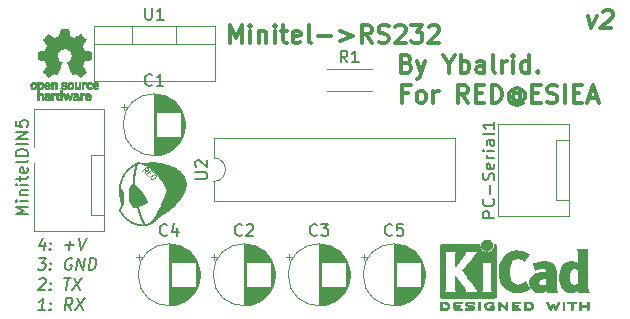
<source format=gbr>
G04 #@! TF.GenerationSoftware,KiCad,Pcbnew,(5.0.0)*
G04 #@! TF.CreationDate,2018-10-06T01:03:25+02:00*
G04 #@! TF.ProjectId,minitel_interface,6D696E6974656C5F696E746572666163,rev?*
G04 #@! TF.SameCoordinates,Original*
G04 #@! TF.FileFunction,Legend,Top*
G04 #@! TF.FilePolarity,Positive*
%FSLAX46Y46*%
G04 Gerber Fmt 4.6, Leading zero omitted, Abs format (unit mm)*
G04 Created by KiCad (PCBNEW (5.0.0)) date 10/06/18 01:03:25*
%MOMM*%
%LPD*%
G01*
G04 APERTURE LIST*
%ADD10C,0.300000*%
%ADD11C,0.200000*%
%ADD12C,0.120000*%
%ADD13C,0.010000*%
%ADD14C,0.150000*%
%ADD15C,0.100000*%
G04 APERTURE END LIST*
D10*
X81193500Y-22538571D02*
X81425642Y-23538571D01*
X81907785Y-22538571D01*
X82452428Y-22181428D02*
X82532785Y-22110000D01*
X82684571Y-22038571D01*
X83041714Y-22038571D01*
X83175642Y-22110000D01*
X83238142Y-22181428D01*
X83291714Y-22324285D01*
X83273857Y-22467142D01*
X83175642Y-22681428D01*
X82211357Y-23538571D01*
X83139928Y-23538571D01*
D11*
X35175952Y-41685714D02*
X35092619Y-42352380D01*
X34985476Y-41304761D02*
X34658095Y-42019047D01*
X35277142Y-42019047D01*
X35628333Y-42257142D02*
X35670000Y-42304761D01*
X35616428Y-42352380D01*
X35574761Y-42304761D01*
X35628333Y-42257142D01*
X35616428Y-42352380D01*
X35693809Y-41733333D02*
X35735476Y-41780952D01*
X35681904Y-41828571D01*
X35640238Y-41780952D01*
X35693809Y-41733333D01*
X35681904Y-41828571D01*
X36902142Y-41971428D02*
X37664047Y-41971428D01*
X37235476Y-42352380D02*
X37330714Y-41590476D01*
X38074761Y-41352380D02*
X38283095Y-42352380D01*
X38741428Y-41352380D01*
X34693809Y-43052380D02*
X35312857Y-43052380D01*
X34931904Y-43433333D01*
X35074761Y-43433333D01*
X35164047Y-43480952D01*
X35205714Y-43528571D01*
X35241428Y-43623809D01*
X35211666Y-43861904D01*
X35152142Y-43957142D01*
X35098571Y-44004761D01*
X34997380Y-44052380D01*
X34711666Y-44052380D01*
X34622380Y-44004761D01*
X34580714Y-43957142D01*
X35628333Y-43957142D02*
X35670000Y-44004761D01*
X35616428Y-44052380D01*
X35574761Y-44004761D01*
X35628333Y-43957142D01*
X35616428Y-44052380D01*
X35693809Y-43433333D02*
X35735476Y-43480952D01*
X35681904Y-43528571D01*
X35640238Y-43480952D01*
X35693809Y-43433333D01*
X35681904Y-43528571D01*
X37497380Y-43100000D02*
X37408095Y-43052380D01*
X37265238Y-43052380D01*
X37116428Y-43100000D01*
X37009285Y-43195238D01*
X36949761Y-43290476D01*
X36878333Y-43480952D01*
X36860476Y-43623809D01*
X36884285Y-43814285D01*
X36920000Y-43909523D01*
X37003333Y-44004761D01*
X37140238Y-44052380D01*
X37235476Y-44052380D01*
X37384285Y-44004761D01*
X37437857Y-43957142D01*
X37479523Y-43623809D01*
X37289047Y-43623809D01*
X37854523Y-44052380D02*
X37979523Y-43052380D01*
X38425952Y-44052380D01*
X38550952Y-43052380D01*
X38902142Y-44052380D02*
X39027142Y-43052380D01*
X39265238Y-43052380D01*
X39402142Y-43100000D01*
X39485476Y-43195238D01*
X39521190Y-43290476D01*
X39545000Y-43480952D01*
X39527142Y-43623809D01*
X39455714Y-43814285D01*
X39396190Y-43909523D01*
X39289047Y-44004761D01*
X39140238Y-44052380D01*
X38902142Y-44052380D01*
X34729523Y-44847619D02*
X34783095Y-44800000D01*
X34884285Y-44752380D01*
X35122380Y-44752380D01*
X35211666Y-44800000D01*
X35253333Y-44847619D01*
X35289047Y-44942857D01*
X35277142Y-45038095D01*
X35211666Y-45180952D01*
X34568809Y-45752380D01*
X35187857Y-45752380D01*
X35628333Y-45657142D02*
X35670000Y-45704761D01*
X35616428Y-45752380D01*
X35574761Y-45704761D01*
X35628333Y-45657142D01*
X35616428Y-45752380D01*
X35693809Y-45133333D02*
X35735476Y-45180952D01*
X35681904Y-45228571D01*
X35640238Y-45180952D01*
X35693809Y-45133333D01*
X35681904Y-45228571D01*
X36836666Y-44752380D02*
X37408095Y-44752380D01*
X36997380Y-45752380D02*
X37122380Y-44752380D01*
X37646190Y-44752380D02*
X38187857Y-45752380D01*
X38312857Y-44752380D02*
X37521190Y-45752380D01*
X35187857Y-47452380D02*
X34616428Y-47452380D01*
X34902142Y-47452380D02*
X35027142Y-46452380D01*
X34914047Y-46595238D01*
X34806904Y-46690476D01*
X34705714Y-46738095D01*
X35628333Y-47357142D02*
X35670000Y-47404761D01*
X35616428Y-47452380D01*
X35574761Y-47404761D01*
X35628333Y-47357142D01*
X35616428Y-47452380D01*
X35693809Y-46833333D02*
X35735476Y-46880952D01*
X35681904Y-46928571D01*
X35640238Y-46880952D01*
X35693809Y-46833333D01*
X35681904Y-46928571D01*
X37425952Y-47452380D02*
X37152142Y-46976190D01*
X36854523Y-47452380D02*
X36979523Y-46452380D01*
X37360476Y-46452380D01*
X37449761Y-46500000D01*
X37491428Y-46547619D01*
X37527142Y-46642857D01*
X37509285Y-46785714D01*
X37449761Y-46880952D01*
X37396190Y-46928571D01*
X37295000Y-46976190D01*
X36914047Y-46976190D01*
X37884285Y-46452380D02*
X38425952Y-47452380D01*
X38550952Y-46452380D02*
X37759285Y-47452380D01*
D10*
X65945714Y-29102857D02*
X65445714Y-29102857D01*
X65445714Y-29888571D02*
X65445714Y-28388571D01*
X66160000Y-28388571D01*
X66945714Y-29888571D02*
X66802857Y-29817142D01*
X66731428Y-29745714D01*
X66660000Y-29602857D01*
X66660000Y-29174285D01*
X66731428Y-29031428D01*
X66802857Y-28960000D01*
X66945714Y-28888571D01*
X67160000Y-28888571D01*
X67302857Y-28960000D01*
X67374285Y-29031428D01*
X67445714Y-29174285D01*
X67445714Y-29602857D01*
X67374285Y-29745714D01*
X67302857Y-29817142D01*
X67160000Y-29888571D01*
X66945714Y-29888571D01*
X68088571Y-29888571D02*
X68088571Y-28888571D01*
X68088571Y-29174285D02*
X68160000Y-29031428D01*
X68231428Y-28960000D01*
X68374285Y-28888571D01*
X68517142Y-28888571D01*
X71017142Y-29888571D02*
X70517142Y-29174285D01*
X70160000Y-29888571D02*
X70160000Y-28388571D01*
X70731428Y-28388571D01*
X70874285Y-28460000D01*
X70945714Y-28531428D01*
X71017142Y-28674285D01*
X71017142Y-28888571D01*
X70945714Y-29031428D01*
X70874285Y-29102857D01*
X70731428Y-29174285D01*
X70160000Y-29174285D01*
X71660000Y-29102857D02*
X72160000Y-29102857D01*
X72374285Y-29888571D02*
X71660000Y-29888571D01*
X71660000Y-28388571D01*
X72374285Y-28388571D01*
X73017142Y-29888571D02*
X73017142Y-28388571D01*
X73374285Y-28388571D01*
X73588571Y-28460000D01*
X73731428Y-28602857D01*
X73802857Y-28745714D01*
X73874285Y-29031428D01*
X73874285Y-29245714D01*
X73802857Y-29531428D01*
X73731428Y-29674285D01*
X73588571Y-29817142D01*
X73374285Y-29888571D01*
X73017142Y-29888571D01*
X75445714Y-29174285D02*
X75374285Y-29102857D01*
X75231428Y-29031428D01*
X75088571Y-29031428D01*
X74945714Y-29102857D01*
X74874285Y-29174285D01*
X74802857Y-29317142D01*
X74802857Y-29460000D01*
X74874285Y-29602857D01*
X74945714Y-29674285D01*
X75088571Y-29745714D01*
X75231428Y-29745714D01*
X75374285Y-29674285D01*
X75445714Y-29602857D01*
X75445714Y-29031428D02*
X75445714Y-29602857D01*
X75517142Y-29674285D01*
X75588571Y-29674285D01*
X75731428Y-29602857D01*
X75802857Y-29460000D01*
X75802857Y-29102857D01*
X75660000Y-28888571D01*
X75445714Y-28745714D01*
X75160000Y-28674285D01*
X74874285Y-28745714D01*
X74660000Y-28888571D01*
X74517142Y-29102857D01*
X74445714Y-29388571D01*
X74517142Y-29674285D01*
X74660000Y-29888571D01*
X74874285Y-30031428D01*
X75160000Y-30102857D01*
X75445714Y-30031428D01*
X75660000Y-29888571D01*
X76445714Y-29102857D02*
X76945714Y-29102857D01*
X77160000Y-29888571D02*
X76445714Y-29888571D01*
X76445714Y-28388571D01*
X77160000Y-28388571D01*
X77731428Y-29817142D02*
X77945714Y-29888571D01*
X78302857Y-29888571D01*
X78445714Y-29817142D01*
X78517142Y-29745714D01*
X78588571Y-29602857D01*
X78588571Y-29460000D01*
X78517142Y-29317142D01*
X78445714Y-29245714D01*
X78302857Y-29174285D01*
X78017142Y-29102857D01*
X77874285Y-29031428D01*
X77802857Y-28960000D01*
X77731428Y-28817142D01*
X77731428Y-28674285D01*
X77802857Y-28531428D01*
X77874285Y-28460000D01*
X78017142Y-28388571D01*
X78374285Y-28388571D01*
X78588571Y-28460000D01*
X79231428Y-29888571D02*
X79231428Y-28388571D01*
X79945714Y-29102857D02*
X80445714Y-29102857D01*
X80660000Y-29888571D02*
X79945714Y-29888571D01*
X79945714Y-28388571D01*
X80660000Y-28388571D01*
X81231428Y-29460000D02*
X81945714Y-29460000D01*
X81088571Y-29888571D02*
X81588571Y-28388571D01*
X82088571Y-29888571D01*
X65834285Y-26562857D02*
X66048571Y-26634285D01*
X66120000Y-26705714D01*
X66191428Y-26848571D01*
X66191428Y-27062857D01*
X66120000Y-27205714D01*
X66048571Y-27277142D01*
X65905714Y-27348571D01*
X65334285Y-27348571D01*
X65334285Y-25848571D01*
X65834285Y-25848571D01*
X65977142Y-25920000D01*
X66048571Y-25991428D01*
X66120000Y-26134285D01*
X66120000Y-26277142D01*
X66048571Y-26420000D01*
X65977142Y-26491428D01*
X65834285Y-26562857D01*
X65334285Y-26562857D01*
X66691428Y-26348571D02*
X67048571Y-27348571D01*
X67405714Y-26348571D02*
X67048571Y-27348571D01*
X66905714Y-27705714D01*
X66834285Y-27777142D01*
X66691428Y-27848571D01*
X69405714Y-26634285D02*
X69405714Y-27348571D01*
X68905714Y-25848571D02*
X69405714Y-26634285D01*
X69905714Y-25848571D01*
X70405714Y-27348571D02*
X70405714Y-25848571D01*
X70405714Y-26420000D02*
X70548571Y-26348571D01*
X70834285Y-26348571D01*
X70977142Y-26420000D01*
X71048571Y-26491428D01*
X71120000Y-26634285D01*
X71120000Y-27062857D01*
X71048571Y-27205714D01*
X70977142Y-27277142D01*
X70834285Y-27348571D01*
X70548571Y-27348571D01*
X70405714Y-27277142D01*
X72405714Y-27348571D02*
X72405714Y-26562857D01*
X72334285Y-26420000D01*
X72191428Y-26348571D01*
X71905714Y-26348571D01*
X71762857Y-26420000D01*
X72405714Y-27277142D02*
X72262857Y-27348571D01*
X71905714Y-27348571D01*
X71762857Y-27277142D01*
X71691428Y-27134285D01*
X71691428Y-26991428D01*
X71762857Y-26848571D01*
X71905714Y-26777142D01*
X72262857Y-26777142D01*
X72405714Y-26705714D01*
X73334285Y-27348571D02*
X73191428Y-27277142D01*
X73120000Y-27134285D01*
X73120000Y-25848571D01*
X73905714Y-27348571D02*
X73905714Y-26348571D01*
X73905714Y-26634285D02*
X73977142Y-26491428D01*
X74048571Y-26420000D01*
X74191428Y-26348571D01*
X74334285Y-26348571D01*
X74834285Y-27348571D02*
X74834285Y-26348571D01*
X74834285Y-25848571D02*
X74762857Y-25920000D01*
X74834285Y-25991428D01*
X74905714Y-25920000D01*
X74834285Y-25848571D01*
X74834285Y-25991428D01*
X76191428Y-27348571D02*
X76191428Y-25848571D01*
X76191428Y-27277142D02*
X76048571Y-27348571D01*
X75762857Y-27348571D01*
X75620000Y-27277142D01*
X75548571Y-27205714D01*
X75477142Y-27062857D01*
X75477142Y-26634285D01*
X75548571Y-26491428D01*
X75620000Y-26420000D01*
X75762857Y-26348571D01*
X76048571Y-26348571D01*
X76191428Y-26420000D01*
X76905714Y-27205714D02*
X76977142Y-27277142D01*
X76905714Y-27348571D01*
X76834285Y-27277142D01*
X76905714Y-27205714D01*
X76905714Y-27348571D01*
X50868571Y-24808571D02*
X50868571Y-23308571D01*
X51368571Y-24380000D01*
X51868571Y-23308571D01*
X51868571Y-24808571D01*
X52582857Y-24808571D02*
X52582857Y-23808571D01*
X52582857Y-23308571D02*
X52511428Y-23380000D01*
X52582857Y-23451428D01*
X52654285Y-23380000D01*
X52582857Y-23308571D01*
X52582857Y-23451428D01*
X53297142Y-23808571D02*
X53297142Y-24808571D01*
X53297142Y-23951428D02*
X53368571Y-23880000D01*
X53511428Y-23808571D01*
X53725714Y-23808571D01*
X53868571Y-23880000D01*
X53940000Y-24022857D01*
X53940000Y-24808571D01*
X54654285Y-24808571D02*
X54654285Y-23808571D01*
X54654285Y-23308571D02*
X54582857Y-23380000D01*
X54654285Y-23451428D01*
X54725714Y-23380000D01*
X54654285Y-23308571D01*
X54654285Y-23451428D01*
X55154285Y-23808571D02*
X55725714Y-23808571D01*
X55368571Y-23308571D02*
X55368571Y-24594285D01*
X55440000Y-24737142D01*
X55582857Y-24808571D01*
X55725714Y-24808571D01*
X56797142Y-24737142D02*
X56654285Y-24808571D01*
X56368571Y-24808571D01*
X56225714Y-24737142D01*
X56154285Y-24594285D01*
X56154285Y-24022857D01*
X56225714Y-23880000D01*
X56368571Y-23808571D01*
X56654285Y-23808571D01*
X56797142Y-23880000D01*
X56868571Y-24022857D01*
X56868571Y-24165714D01*
X56154285Y-24308571D01*
X57725714Y-24808571D02*
X57582857Y-24737142D01*
X57511428Y-24594285D01*
X57511428Y-23308571D01*
X58297142Y-24237142D02*
X59440000Y-24237142D01*
X60154285Y-23808571D02*
X61297142Y-24237142D01*
X60154285Y-24665714D01*
X62868571Y-24808571D02*
X62368571Y-24094285D01*
X62011428Y-24808571D02*
X62011428Y-23308571D01*
X62582857Y-23308571D01*
X62725714Y-23380000D01*
X62797142Y-23451428D01*
X62868571Y-23594285D01*
X62868571Y-23808571D01*
X62797142Y-23951428D01*
X62725714Y-24022857D01*
X62582857Y-24094285D01*
X62011428Y-24094285D01*
X63440000Y-24737142D02*
X63654285Y-24808571D01*
X64011428Y-24808571D01*
X64154285Y-24737142D01*
X64225714Y-24665714D01*
X64297142Y-24522857D01*
X64297142Y-24380000D01*
X64225714Y-24237142D01*
X64154285Y-24165714D01*
X64011428Y-24094285D01*
X63725714Y-24022857D01*
X63582857Y-23951428D01*
X63511428Y-23880000D01*
X63440000Y-23737142D01*
X63440000Y-23594285D01*
X63511428Y-23451428D01*
X63582857Y-23380000D01*
X63725714Y-23308571D01*
X64082857Y-23308571D01*
X64297142Y-23380000D01*
X64868571Y-23451428D02*
X64940000Y-23380000D01*
X65082857Y-23308571D01*
X65440000Y-23308571D01*
X65582857Y-23380000D01*
X65654285Y-23451428D01*
X65725714Y-23594285D01*
X65725714Y-23737142D01*
X65654285Y-23951428D01*
X64797142Y-24808571D01*
X65725714Y-24808571D01*
X66225714Y-23308571D02*
X67154285Y-23308571D01*
X66654285Y-23880000D01*
X66868571Y-23880000D01*
X67011428Y-23951428D01*
X67082857Y-24022857D01*
X67154285Y-24165714D01*
X67154285Y-24522857D01*
X67082857Y-24665714D01*
X67011428Y-24737142D01*
X66868571Y-24808571D01*
X66440000Y-24808571D01*
X66297142Y-24737142D01*
X66225714Y-24665714D01*
X67725714Y-23451428D02*
X67797142Y-23380000D01*
X67940000Y-23308571D01*
X68297142Y-23308571D01*
X68440000Y-23380000D01*
X68511428Y-23451428D01*
X68582857Y-23594285D01*
X68582857Y-23737142D01*
X68511428Y-23951428D01*
X67654285Y-24808571D01*
X68582857Y-24808571D01*
D12*
G04 #@! TO.C,U2*
X49470000Y-34560000D02*
G75*
G02X49470000Y-36560000I0J-1000000D01*
G01*
X49470000Y-36560000D02*
X49470000Y-38210000D01*
X49470000Y-38210000D02*
X69910000Y-38210000D01*
X69910000Y-38210000D02*
X69910000Y-32910000D01*
X69910000Y-32910000D02*
X49470000Y-32910000D01*
X49470000Y-32910000D02*
X49470000Y-34560000D01*
G04 #@! TO.C,C1*
X47050000Y-31750000D02*
G75*
G03X47050000Y-31750000I-2620000J0D01*
G01*
X44430000Y-29170000D02*
X44430000Y-34330000D01*
X44470000Y-29170000D02*
X44470000Y-34330000D01*
X44510000Y-29171000D02*
X44510000Y-34329000D01*
X44550000Y-29172000D02*
X44550000Y-34328000D01*
X44590000Y-29174000D02*
X44590000Y-34326000D01*
X44630000Y-29177000D02*
X44630000Y-34323000D01*
X44670000Y-29181000D02*
X44670000Y-30710000D01*
X44670000Y-32790000D02*
X44670000Y-34319000D01*
X44710000Y-29185000D02*
X44710000Y-30710000D01*
X44710000Y-32790000D02*
X44710000Y-34315000D01*
X44750000Y-29189000D02*
X44750000Y-30710000D01*
X44750000Y-32790000D02*
X44750000Y-34311000D01*
X44790000Y-29194000D02*
X44790000Y-30710000D01*
X44790000Y-32790000D02*
X44790000Y-34306000D01*
X44830000Y-29200000D02*
X44830000Y-30710000D01*
X44830000Y-32790000D02*
X44830000Y-34300000D01*
X44870000Y-29207000D02*
X44870000Y-30710000D01*
X44870000Y-32790000D02*
X44870000Y-34293000D01*
X44910000Y-29214000D02*
X44910000Y-30710000D01*
X44910000Y-32790000D02*
X44910000Y-34286000D01*
X44950000Y-29222000D02*
X44950000Y-30710000D01*
X44950000Y-32790000D02*
X44950000Y-34278000D01*
X44990000Y-29230000D02*
X44990000Y-30710000D01*
X44990000Y-32790000D02*
X44990000Y-34270000D01*
X45030000Y-29239000D02*
X45030000Y-30710000D01*
X45030000Y-32790000D02*
X45030000Y-34261000D01*
X45070000Y-29249000D02*
X45070000Y-30710000D01*
X45070000Y-32790000D02*
X45070000Y-34251000D01*
X45110000Y-29259000D02*
X45110000Y-30710000D01*
X45110000Y-32790000D02*
X45110000Y-34241000D01*
X45151000Y-29270000D02*
X45151000Y-30710000D01*
X45151000Y-32790000D02*
X45151000Y-34230000D01*
X45191000Y-29282000D02*
X45191000Y-30710000D01*
X45191000Y-32790000D02*
X45191000Y-34218000D01*
X45231000Y-29295000D02*
X45231000Y-30710000D01*
X45231000Y-32790000D02*
X45231000Y-34205000D01*
X45271000Y-29308000D02*
X45271000Y-30710000D01*
X45271000Y-32790000D02*
X45271000Y-34192000D01*
X45311000Y-29322000D02*
X45311000Y-30710000D01*
X45311000Y-32790000D02*
X45311000Y-34178000D01*
X45351000Y-29336000D02*
X45351000Y-30710000D01*
X45351000Y-32790000D02*
X45351000Y-34164000D01*
X45391000Y-29352000D02*
X45391000Y-30710000D01*
X45391000Y-32790000D02*
X45391000Y-34148000D01*
X45431000Y-29368000D02*
X45431000Y-30710000D01*
X45431000Y-32790000D02*
X45431000Y-34132000D01*
X45471000Y-29385000D02*
X45471000Y-30710000D01*
X45471000Y-32790000D02*
X45471000Y-34115000D01*
X45511000Y-29402000D02*
X45511000Y-30710000D01*
X45511000Y-32790000D02*
X45511000Y-34098000D01*
X45551000Y-29421000D02*
X45551000Y-30710000D01*
X45551000Y-32790000D02*
X45551000Y-34079000D01*
X45591000Y-29440000D02*
X45591000Y-30710000D01*
X45591000Y-32790000D02*
X45591000Y-34060000D01*
X45631000Y-29460000D02*
X45631000Y-30710000D01*
X45631000Y-32790000D02*
X45631000Y-34040000D01*
X45671000Y-29482000D02*
X45671000Y-30710000D01*
X45671000Y-32790000D02*
X45671000Y-34018000D01*
X45711000Y-29503000D02*
X45711000Y-30710000D01*
X45711000Y-32790000D02*
X45711000Y-33997000D01*
X45751000Y-29526000D02*
X45751000Y-30710000D01*
X45751000Y-32790000D02*
X45751000Y-33974000D01*
X45791000Y-29550000D02*
X45791000Y-30710000D01*
X45791000Y-32790000D02*
X45791000Y-33950000D01*
X45831000Y-29575000D02*
X45831000Y-30710000D01*
X45831000Y-32790000D02*
X45831000Y-33925000D01*
X45871000Y-29601000D02*
X45871000Y-30710000D01*
X45871000Y-32790000D02*
X45871000Y-33899000D01*
X45911000Y-29628000D02*
X45911000Y-30710000D01*
X45911000Y-32790000D02*
X45911000Y-33872000D01*
X45951000Y-29655000D02*
X45951000Y-30710000D01*
X45951000Y-32790000D02*
X45951000Y-33845000D01*
X45991000Y-29685000D02*
X45991000Y-30710000D01*
X45991000Y-32790000D02*
X45991000Y-33815000D01*
X46031000Y-29715000D02*
X46031000Y-30710000D01*
X46031000Y-32790000D02*
X46031000Y-33785000D01*
X46071000Y-29746000D02*
X46071000Y-30710000D01*
X46071000Y-32790000D02*
X46071000Y-33754000D01*
X46111000Y-29779000D02*
X46111000Y-30710000D01*
X46111000Y-32790000D02*
X46111000Y-33721000D01*
X46151000Y-29813000D02*
X46151000Y-30710000D01*
X46151000Y-32790000D02*
X46151000Y-33687000D01*
X46191000Y-29849000D02*
X46191000Y-30710000D01*
X46191000Y-32790000D02*
X46191000Y-33651000D01*
X46231000Y-29886000D02*
X46231000Y-30710000D01*
X46231000Y-32790000D02*
X46231000Y-33614000D01*
X46271000Y-29924000D02*
X46271000Y-30710000D01*
X46271000Y-32790000D02*
X46271000Y-33576000D01*
X46311000Y-29965000D02*
X46311000Y-30710000D01*
X46311000Y-32790000D02*
X46311000Y-33535000D01*
X46351000Y-30007000D02*
X46351000Y-30710000D01*
X46351000Y-32790000D02*
X46351000Y-33493000D01*
X46391000Y-30051000D02*
X46391000Y-30710000D01*
X46391000Y-32790000D02*
X46391000Y-33449000D01*
X46431000Y-30097000D02*
X46431000Y-30710000D01*
X46431000Y-32790000D02*
X46431000Y-33403000D01*
X46471000Y-30145000D02*
X46471000Y-30710000D01*
X46471000Y-32790000D02*
X46471000Y-33355000D01*
X46511000Y-30196000D02*
X46511000Y-30710000D01*
X46511000Y-32790000D02*
X46511000Y-33304000D01*
X46551000Y-30250000D02*
X46551000Y-30710000D01*
X46551000Y-32790000D02*
X46551000Y-33250000D01*
X46591000Y-30307000D02*
X46591000Y-30710000D01*
X46591000Y-32790000D02*
X46591000Y-33193000D01*
X46631000Y-30367000D02*
X46631000Y-30710000D01*
X46631000Y-32790000D02*
X46631000Y-33133000D01*
X46671000Y-30431000D02*
X46671000Y-30710000D01*
X46671000Y-32790000D02*
X46671000Y-33069000D01*
X46711000Y-30499000D02*
X46711000Y-30710000D01*
X46711000Y-32790000D02*
X46711000Y-33001000D01*
X46751000Y-30572000D02*
X46751000Y-32928000D01*
X46791000Y-30652000D02*
X46791000Y-32848000D01*
X46831000Y-30739000D02*
X46831000Y-32761000D01*
X46871000Y-30835000D02*
X46871000Y-32665000D01*
X46911000Y-30945000D02*
X46911000Y-32555000D01*
X46951000Y-31073000D02*
X46951000Y-32427000D01*
X46991000Y-31232000D02*
X46991000Y-32268000D01*
X47031000Y-31466000D02*
X47031000Y-32034000D01*
X41625225Y-30275000D02*
X42125225Y-30275000D01*
X41875225Y-30025000D02*
X41875225Y-30525000D01*
G04 #@! TO.C,C2*
X49495225Y-42725000D02*
X49495225Y-43225000D01*
X49245225Y-42975000D02*
X49745225Y-42975000D01*
X54651000Y-44166000D02*
X54651000Y-44734000D01*
X54611000Y-43932000D02*
X54611000Y-44968000D01*
X54571000Y-43773000D02*
X54571000Y-45127000D01*
X54531000Y-43645000D02*
X54531000Y-45255000D01*
X54491000Y-43535000D02*
X54491000Y-45365000D01*
X54451000Y-43439000D02*
X54451000Y-45461000D01*
X54411000Y-43352000D02*
X54411000Y-45548000D01*
X54371000Y-43272000D02*
X54371000Y-45628000D01*
X54331000Y-45490000D02*
X54331000Y-45701000D01*
X54331000Y-43199000D02*
X54331000Y-43410000D01*
X54291000Y-45490000D02*
X54291000Y-45769000D01*
X54291000Y-43131000D02*
X54291000Y-43410000D01*
X54251000Y-45490000D02*
X54251000Y-45833000D01*
X54251000Y-43067000D02*
X54251000Y-43410000D01*
X54211000Y-45490000D02*
X54211000Y-45893000D01*
X54211000Y-43007000D02*
X54211000Y-43410000D01*
X54171000Y-45490000D02*
X54171000Y-45950000D01*
X54171000Y-42950000D02*
X54171000Y-43410000D01*
X54131000Y-45490000D02*
X54131000Y-46004000D01*
X54131000Y-42896000D02*
X54131000Y-43410000D01*
X54091000Y-45490000D02*
X54091000Y-46055000D01*
X54091000Y-42845000D02*
X54091000Y-43410000D01*
X54051000Y-45490000D02*
X54051000Y-46103000D01*
X54051000Y-42797000D02*
X54051000Y-43410000D01*
X54011000Y-45490000D02*
X54011000Y-46149000D01*
X54011000Y-42751000D02*
X54011000Y-43410000D01*
X53971000Y-45490000D02*
X53971000Y-46193000D01*
X53971000Y-42707000D02*
X53971000Y-43410000D01*
X53931000Y-45490000D02*
X53931000Y-46235000D01*
X53931000Y-42665000D02*
X53931000Y-43410000D01*
X53891000Y-45490000D02*
X53891000Y-46276000D01*
X53891000Y-42624000D02*
X53891000Y-43410000D01*
X53851000Y-45490000D02*
X53851000Y-46314000D01*
X53851000Y-42586000D02*
X53851000Y-43410000D01*
X53811000Y-45490000D02*
X53811000Y-46351000D01*
X53811000Y-42549000D02*
X53811000Y-43410000D01*
X53771000Y-45490000D02*
X53771000Y-46387000D01*
X53771000Y-42513000D02*
X53771000Y-43410000D01*
X53731000Y-45490000D02*
X53731000Y-46421000D01*
X53731000Y-42479000D02*
X53731000Y-43410000D01*
X53691000Y-45490000D02*
X53691000Y-46454000D01*
X53691000Y-42446000D02*
X53691000Y-43410000D01*
X53651000Y-45490000D02*
X53651000Y-46485000D01*
X53651000Y-42415000D02*
X53651000Y-43410000D01*
X53611000Y-45490000D02*
X53611000Y-46515000D01*
X53611000Y-42385000D02*
X53611000Y-43410000D01*
X53571000Y-45490000D02*
X53571000Y-46545000D01*
X53571000Y-42355000D02*
X53571000Y-43410000D01*
X53531000Y-45490000D02*
X53531000Y-46572000D01*
X53531000Y-42328000D02*
X53531000Y-43410000D01*
X53491000Y-45490000D02*
X53491000Y-46599000D01*
X53491000Y-42301000D02*
X53491000Y-43410000D01*
X53451000Y-45490000D02*
X53451000Y-46625000D01*
X53451000Y-42275000D02*
X53451000Y-43410000D01*
X53411000Y-45490000D02*
X53411000Y-46650000D01*
X53411000Y-42250000D02*
X53411000Y-43410000D01*
X53371000Y-45490000D02*
X53371000Y-46674000D01*
X53371000Y-42226000D02*
X53371000Y-43410000D01*
X53331000Y-45490000D02*
X53331000Y-46697000D01*
X53331000Y-42203000D02*
X53331000Y-43410000D01*
X53291000Y-45490000D02*
X53291000Y-46718000D01*
X53291000Y-42182000D02*
X53291000Y-43410000D01*
X53251000Y-45490000D02*
X53251000Y-46740000D01*
X53251000Y-42160000D02*
X53251000Y-43410000D01*
X53211000Y-45490000D02*
X53211000Y-46760000D01*
X53211000Y-42140000D02*
X53211000Y-43410000D01*
X53171000Y-45490000D02*
X53171000Y-46779000D01*
X53171000Y-42121000D02*
X53171000Y-43410000D01*
X53131000Y-45490000D02*
X53131000Y-46798000D01*
X53131000Y-42102000D02*
X53131000Y-43410000D01*
X53091000Y-45490000D02*
X53091000Y-46815000D01*
X53091000Y-42085000D02*
X53091000Y-43410000D01*
X53051000Y-45490000D02*
X53051000Y-46832000D01*
X53051000Y-42068000D02*
X53051000Y-43410000D01*
X53011000Y-45490000D02*
X53011000Y-46848000D01*
X53011000Y-42052000D02*
X53011000Y-43410000D01*
X52971000Y-45490000D02*
X52971000Y-46864000D01*
X52971000Y-42036000D02*
X52971000Y-43410000D01*
X52931000Y-45490000D02*
X52931000Y-46878000D01*
X52931000Y-42022000D02*
X52931000Y-43410000D01*
X52891000Y-45490000D02*
X52891000Y-46892000D01*
X52891000Y-42008000D02*
X52891000Y-43410000D01*
X52851000Y-45490000D02*
X52851000Y-46905000D01*
X52851000Y-41995000D02*
X52851000Y-43410000D01*
X52811000Y-45490000D02*
X52811000Y-46918000D01*
X52811000Y-41982000D02*
X52811000Y-43410000D01*
X52771000Y-45490000D02*
X52771000Y-46930000D01*
X52771000Y-41970000D02*
X52771000Y-43410000D01*
X52730000Y-45490000D02*
X52730000Y-46941000D01*
X52730000Y-41959000D02*
X52730000Y-43410000D01*
X52690000Y-45490000D02*
X52690000Y-46951000D01*
X52690000Y-41949000D02*
X52690000Y-43410000D01*
X52650000Y-45490000D02*
X52650000Y-46961000D01*
X52650000Y-41939000D02*
X52650000Y-43410000D01*
X52610000Y-45490000D02*
X52610000Y-46970000D01*
X52610000Y-41930000D02*
X52610000Y-43410000D01*
X52570000Y-45490000D02*
X52570000Y-46978000D01*
X52570000Y-41922000D02*
X52570000Y-43410000D01*
X52530000Y-45490000D02*
X52530000Y-46986000D01*
X52530000Y-41914000D02*
X52530000Y-43410000D01*
X52490000Y-45490000D02*
X52490000Y-46993000D01*
X52490000Y-41907000D02*
X52490000Y-43410000D01*
X52450000Y-45490000D02*
X52450000Y-47000000D01*
X52450000Y-41900000D02*
X52450000Y-43410000D01*
X52410000Y-45490000D02*
X52410000Y-47006000D01*
X52410000Y-41894000D02*
X52410000Y-43410000D01*
X52370000Y-45490000D02*
X52370000Y-47011000D01*
X52370000Y-41889000D02*
X52370000Y-43410000D01*
X52330000Y-45490000D02*
X52330000Y-47015000D01*
X52330000Y-41885000D02*
X52330000Y-43410000D01*
X52290000Y-45490000D02*
X52290000Y-47019000D01*
X52290000Y-41881000D02*
X52290000Y-43410000D01*
X52250000Y-41877000D02*
X52250000Y-47023000D01*
X52210000Y-41874000D02*
X52210000Y-47026000D01*
X52170000Y-41872000D02*
X52170000Y-47028000D01*
X52130000Y-41871000D02*
X52130000Y-47029000D01*
X52090000Y-41870000D02*
X52090000Y-47030000D01*
X52050000Y-41870000D02*
X52050000Y-47030000D01*
X54670000Y-44450000D02*
G75*
G03X54670000Y-44450000I-2620000J0D01*
G01*
G04 #@! TO.C,C3*
X61020000Y-44450000D02*
G75*
G03X61020000Y-44450000I-2620000J0D01*
G01*
X58400000Y-41870000D02*
X58400000Y-47030000D01*
X58440000Y-41870000D02*
X58440000Y-47030000D01*
X58480000Y-41871000D02*
X58480000Y-47029000D01*
X58520000Y-41872000D02*
X58520000Y-47028000D01*
X58560000Y-41874000D02*
X58560000Y-47026000D01*
X58600000Y-41877000D02*
X58600000Y-47023000D01*
X58640000Y-41881000D02*
X58640000Y-43410000D01*
X58640000Y-45490000D02*
X58640000Y-47019000D01*
X58680000Y-41885000D02*
X58680000Y-43410000D01*
X58680000Y-45490000D02*
X58680000Y-47015000D01*
X58720000Y-41889000D02*
X58720000Y-43410000D01*
X58720000Y-45490000D02*
X58720000Y-47011000D01*
X58760000Y-41894000D02*
X58760000Y-43410000D01*
X58760000Y-45490000D02*
X58760000Y-47006000D01*
X58800000Y-41900000D02*
X58800000Y-43410000D01*
X58800000Y-45490000D02*
X58800000Y-47000000D01*
X58840000Y-41907000D02*
X58840000Y-43410000D01*
X58840000Y-45490000D02*
X58840000Y-46993000D01*
X58880000Y-41914000D02*
X58880000Y-43410000D01*
X58880000Y-45490000D02*
X58880000Y-46986000D01*
X58920000Y-41922000D02*
X58920000Y-43410000D01*
X58920000Y-45490000D02*
X58920000Y-46978000D01*
X58960000Y-41930000D02*
X58960000Y-43410000D01*
X58960000Y-45490000D02*
X58960000Y-46970000D01*
X59000000Y-41939000D02*
X59000000Y-43410000D01*
X59000000Y-45490000D02*
X59000000Y-46961000D01*
X59040000Y-41949000D02*
X59040000Y-43410000D01*
X59040000Y-45490000D02*
X59040000Y-46951000D01*
X59080000Y-41959000D02*
X59080000Y-43410000D01*
X59080000Y-45490000D02*
X59080000Y-46941000D01*
X59121000Y-41970000D02*
X59121000Y-43410000D01*
X59121000Y-45490000D02*
X59121000Y-46930000D01*
X59161000Y-41982000D02*
X59161000Y-43410000D01*
X59161000Y-45490000D02*
X59161000Y-46918000D01*
X59201000Y-41995000D02*
X59201000Y-43410000D01*
X59201000Y-45490000D02*
X59201000Y-46905000D01*
X59241000Y-42008000D02*
X59241000Y-43410000D01*
X59241000Y-45490000D02*
X59241000Y-46892000D01*
X59281000Y-42022000D02*
X59281000Y-43410000D01*
X59281000Y-45490000D02*
X59281000Y-46878000D01*
X59321000Y-42036000D02*
X59321000Y-43410000D01*
X59321000Y-45490000D02*
X59321000Y-46864000D01*
X59361000Y-42052000D02*
X59361000Y-43410000D01*
X59361000Y-45490000D02*
X59361000Y-46848000D01*
X59401000Y-42068000D02*
X59401000Y-43410000D01*
X59401000Y-45490000D02*
X59401000Y-46832000D01*
X59441000Y-42085000D02*
X59441000Y-43410000D01*
X59441000Y-45490000D02*
X59441000Y-46815000D01*
X59481000Y-42102000D02*
X59481000Y-43410000D01*
X59481000Y-45490000D02*
X59481000Y-46798000D01*
X59521000Y-42121000D02*
X59521000Y-43410000D01*
X59521000Y-45490000D02*
X59521000Y-46779000D01*
X59561000Y-42140000D02*
X59561000Y-43410000D01*
X59561000Y-45490000D02*
X59561000Y-46760000D01*
X59601000Y-42160000D02*
X59601000Y-43410000D01*
X59601000Y-45490000D02*
X59601000Y-46740000D01*
X59641000Y-42182000D02*
X59641000Y-43410000D01*
X59641000Y-45490000D02*
X59641000Y-46718000D01*
X59681000Y-42203000D02*
X59681000Y-43410000D01*
X59681000Y-45490000D02*
X59681000Y-46697000D01*
X59721000Y-42226000D02*
X59721000Y-43410000D01*
X59721000Y-45490000D02*
X59721000Y-46674000D01*
X59761000Y-42250000D02*
X59761000Y-43410000D01*
X59761000Y-45490000D02*
X59761000Y-46650000D01*
X59801000Y-42275000D02*
X59801000Y-43410000D01*
X59801000Y-45490000D02*
X59801000Y-46625000D01*
X59841000Y-42301000D02*
X59841000Y-43410000D01*
X59841000Y-45490000D02*
X59841000Y-46599000D01*
X59881000Y-42328000D02*
X59881000Y-43410000D01*
X59881000Y-45490000D02*
X59881000Y-46572000D01*
X59921000Y-42355000D02*
X59921000Y-43410000D01*
X59921000Y-45490000D02*
X59921000Y-46545000D01*
X59961000Y-42385000D02*
X59961000Y-43410000D01*
X59961000Y-45490000D02*
X59961000Y-46515000D01*
X60001000Y-42415000D02*
X60001000Y-43410000D01*
X60001000Y-45490000D02*
X60001000Y-46485000D01*
X60041000Y-42446000D02*
X60041000Y-43410000D01*
X60041000Y-45490000D02*
X60041000Y-46454000D01*
X60081000Y-42479000D02*
X60081000Y-43410000D01*
X60081000Y-45490000D02*
X60081000Y-46421000D01*
X60121000Y-42513000D02*
X60121000Y-43410000D01*
X60121000Y-45490000D02*
X60121000Y-46387000D01*
X60161000Y-42549000D02*
X60161000Y-43410000D01*
X60161000Y-45490000D02*
X60161000Y-46351000D01*
X60201000Y-42586000D02*
X60201000Y-43410000D01*
X60201000Y-45490000D02*
X60201000Y-46314000D01*
X60241000Y-42624000D02*
X60241000Y-43410000D01*
X60241000Y-45490000D02*
X60241000Y-46276000D01*
X60281000Y-42665000D02*
X60281000Y-43410000D01*
X60281000Y-45490000D02*
X60281000Y-46235000D01*
X60321000Y-42707000D02*
X60321000Y-43410000D01*
X60321000Y-45490000D02*
X60321000Y-46193000D01*
X60361000Y-42751000D02*
X60361000Y-43410000D01*
X60361000Y-45490000D02*
X60361000Y-46149000D01*
X60401000Y-42797000D02*
X60401000Y-43410000D01*
X60401000Y-45490000D02*
X60401000Y-46103000D01*
X60441000Y-42845000D02*
X60441000Y-43410000D01*
X60441000Y-45490000D02*
X60441000Y-46055000D01*
X60481000Y-42896000D02*
X60481000Y-43410000D01*
X60481000Y-45490000D02*
X60481000Y-46004000D01*
X60521000Y-42950000D02*
X60521000Y-43410000D01*
X60521000Y-45490000D02*
X60521000Y-45950000D01*
X60561000Y-43007000D02*
X60561000Y-43410000D01*
X60561000Y-45490000D02*
X60561000Y-45893000D01*
X60601000Y-43067000D02*
X60601000Y-43410000D01*
X60601000Y-45490000D02*
X60601000Y-45833000D01*
X60641000Y-43131000D02*
X60641000Y-43410000D01*
X60641000Y-45490000D02*
X60641000Y-45769000D01*
X60681000Y-43199000D02*
X60681000Y-43410000D01*
X60681000Y-45490000D02*
X60681000Y-45701000D01*
X60721000Y-43272000D02*
X60721000Y-45628000D01*
X60761000Y-43352000D02*
X60761000Y-45548000D01*
X60801000Y-43439000D02*
X60801000Y-45461000D01*
X60841000Y-43535000D02*
X60841000Y-45365000D01*
X60881000Y-43645000D02*
X60881000Y-45255000D01*
X60921000Y-43773000D02*
X60921000Y-45127000D01*
X60961000Y-43932000D02*
X60961000Y-44968000D01*
X61001000Y-44166000D02*
X61001000Y-44734000D01*
X55595225Y-42975000D02*
X56095225Y-42975000D01*
X55845225Y-42725000D02*
X55845225Y-43225000D01*
G04 #@! TO.C,C4*
X43145225Y-42725000D02*
X43145225Y-43225000D01*
X42895225Y-42975000D02*
X43395225Y-42975000D01*
X48301000Y-44166000D02*
X48301000Y-44734000D01*
X48261000Y-43932000D02*
X48261000Y-44968000D01*
X48221000Y-43773000D02*
X48221000Y-45127000D01*
X48181000Y-43645000D02*
X48181000Y-45255000D01*
X48141000Y-43535000D02*
X48141000Y-45365000D01*
X48101000Y-43439000D02*
X48101000Y-45461000D01*
X48061000Y-43352000D02*
X48061000Y-45548000D01*
X48021000Y-43272000D02*
X48021000Y-45628000D01*
X47981000Y-45490000D02*
X47981000Y-45701000D01*
X47981000Y-43199000D02*
X47981000Y-43410000D01*
X47941000Y-45490000D02*
X47941000Y-45769000D01*
X47941000Y-43131000D02*
X47941000Y-43410000D01*
X47901000Y-45490000D02*
X47901000Y-45833000D01*
X47901000Y-43067000D02*
X47901000Y-43410000D01*
X47861000Y-45490000D02*
X47861000Y-45893000D01*
X47861000Y-43007000D02*
X47861000Y-43410000D01*
X47821000Y-45490000D02*
X47821000Y-45950000D01*
X47821000Y-42950000D02*
X47821000Y-43410000D01*
X47781000Y-45490000D02*
X47781000Y-46004000D01*
X47781000Y-42896000D02*
X47781000Y-43410000D01*
X47741000Y-45490000D02*
X47741000Y-46055000D01*
X47741000Y-42845000D02*
X47741000Y-43410000D01*
X47701000Y-45490000D02*
X47701000Y-46103000D01*
X47701000Y-42797000D02*
X47701000Y-43410000D01*
X47661000Y-45490000D02*
X47661000Y-46149000D01*
X47661000Y-42751000D02*
X47661000Y-43410000D01*
X47621000Y-45490000D02*
X47621000Y-46193000D01*
X47621000Y-42707000D02*
X47621000Y-43410000D01*
X47581000Y-45490000D02*
X47581000Y-46235000D01*
X47581000Y-42665000D02*
X47581000Y-43410000D01*
X47541000Y-45490000D02*
X47541000Y-46276000D01*
X47541000Y-42624000D02*
X47541000Y-43410000D01*
X47501000Y-45490000D02*
X47501000Y-46314000D01*
X47501000Y-42586000D02*
X47501000Y-43410000D01*
X47461000Y-45490000D02*
X47461000Y-46351000D01*
X47461000Y-42549000D02*
X47461000Y-43410000D01*
X47421000Y-45490000D02*
X47421000Y-46387000D01*
X47421000Y-42513000D02*
X47421000Y-43410000D01*
X47381000Y-45490000D02*
X47381000Y-46421000D01*
X47381000Y-42479000D02*
X47381000Y-43410000D01*
X47341000Y-45490000D02*
X47341000Y-46454000D01*
X47341000Y-42446000D02*
X47341000Y-43410000D01*
X47301000Y-45490000D02*
X47301000Y-46485000D01*
X47301000Y-42415000D02*
X47301000Y-43410000D01*
X47261000Y-45490000D02*
X47261000Y-46515000D01*
X47261000Y-42385000D02*
X47261000Y-43410000D01*
X47221000Y-45490000D02*
X47221000Y-46545000D01*
X47221000Y-42355000D02*
X47221000Y-43410000D01*
X47181000Y-45490000D02*
X47181000Y-46572000D01*
X47181000Y-42328000D02*
X47181000Y-43410000D01*
X47141000Y-45490000D02*
X47141000Y-46599000D01*
X47141000Y-42301000D02*
X47141000Y-43410000D01*
X47101000Y-45490000D02*
X47101000Y-46625000D01*
X47101000Y-42275000D02*
X47101000Y-43410000D01*
X47061000Y-45490000D02*
X47061000Y-46650000D01*
X47061000Y-42250000D02*
X47061000Y-43410000D01*
X47021000Y-45490000D02*
X47021000Y-46674000D01*
X47021000Y-42226000D02*
X47021000Y-43410000D01*
X46981000Y-45490000D02*
X46981000Y-46697000D01*
X46981000Y-42203000D02*
X46981000Y-43410000D01*
X46941000Y-45490000D02*
X46941000Y-46718000D01*
X46941000Y-42182000D02*
X46941000Y-43410000D01*
X46901000Y-45490000D02*
X46901000Y-46740000D01*
X46901000Y-42160000D02*
X46901000Y-43410000D01*
X46861000Y-45490000D02*
X46861000Y-46760000D01*
X46861000Y-42140000D02*
X46861000Y-43410000D01*
X46821000Y-45490000D02*
X46821000Y-46779000D01*
X46821000Y-42121000D02*
X46821000Y-43410000D01*
X46781000Y-45490000D02*
X46781000Y-46798000D01*
X46781000Y-42102000D02*
X46781000Y-43410000D01*
X46741000Y-45490000D02*
X46741000Y-46815000D01*
X46741000Y-42085000D02*
X46741000Y-43410000D01*
X46701000Y-45490000D02*
X46701000Y-46832000D01*
X46701000Y-42068000D02*
X46701000Y-43410000D01*
X46661000Y-45490000D02*
X46661000Y-46848000D01*
X46661000Y-42052000D02*
X46661000Y-43410000D01*
X46621000Y-45490000D02*
X46621000Y-46864000D01*
X46621000Y-42036000D02*
X46621000Y-43410000D01*
X46581000Y-45490000D02*
X46581000Y-46878000D01*
X46581000Y-42022000D02*
X46581000Y-43410000D01*
X46541000Y-45490000D02*
X46541000Y-46892000D01*
X46541000Y-42008000D02*
X46541000Y-43410000D01*
X46501000Y-45490000D02*
X46501000Y-46905000D01*
X46501000Y-41995000D02*
X46501000Y-43410000D01*
X46461000Y-45490000D02*
X46461000Y-46918000D01*
X46461000Y-41982000D02*
X46461000Y-43410000D01*
X46421000Y-45490000D02*
X46421000Y-46930000D01*
X46421000Y-41970000D02*
X46421000Y-43410000D01*
X46380000Y-45490000D02*
X46380000Y-46941000D01*
X46380000Y-41959000D02*
X46380000Y-43410000D01*
X46340000Y-45490000D02*
X46340000Y-46951000D01*
X46340000Y-41949000D02*
X46340000Y-43410000D01*
X46300000Y-45490000D02*
X46300000Y-46961000D01*
X46300000Y-41939000D02*
X46300000Y-43410000D01*
X46260000Y-45490000D02*
X46260000Y-46970000D01*
X46260000Y-41930000D02*
X46260000Y-43410000D01*
X46220000Y-45490000D02*
X46220000Y-46978000D01*
X46220000Y-41922000D02*
X46220000Y-43410000D01*
X46180000Y-45490000D02*
X46180000Y-46986000D01*
X46180000Y-41914000D02*
X46180000Y-43410000D01*
X46140000Y-45490000D02*
X46140000Y-46993000D01*
X46140000Y-41907000D02*
X46140000Y-43410000D01*
X46100000Y-45490000D02*
X46100000Y-47000000D01*
X46100000Y-41900000D02*
X46100000Y-43410000D01*
X46060000Y-45490000D02*
X46060000Y-47006000D01*
X46060000Y-41894000D02*
X46060000Y-43410000D01*
X46020000Y-45490000D02*
X46020000Y-47011000D01*
X46020000Y-41889000D02*
X46020000Y-43410000D01*
X45980000Y-45490000D02*
X45980000Y-47015000D01*
X45980000Y-41885000D02*
X45980000Y-43410000D01*
X45940000Y-45490000D02*
X45940000Y-47019000D01*
X45940000Y-41881000D02*
X45940000Y-43410000D01*
X45900000Y-41877000D02*
X45900000Y-47023000D01*
X45860000Y-41874000D02*
X45860000Y-47026000D01*
X45820000Y-41872000D02*
X45820000Y-47028000D01*
X45780000Y-41871000D02*
X45780000Y-47029000D01*
X45740000Y-41870000D02*
X45740000Y-47030000D01*
X45700000Y-41870000D02*
X45700000Y-47030000D01*
X48320000Y-44450000D02*
G75*
G03X48320000Y-44450000I-2620000J0D01*
G01*
G04 #@! TO.C,C5*
X67370000Y-44450000D02*
G75*
G03X67370000Y-44450000I-2620000J0D01*
G01*
X64750000Y-41870000D02*
X64750000Y-47030000D01*
X64790000Y-41870000D02*
X64790000Y-47030000D01*
X64830000Y-41871000D02*
X64830000Y-47029000D01*
X64870000Y-41872000D02*
X64870000Y-47028000D01*
X64910000Y-41874000D02*
X64910000Y-47026000D01*
X64950000Y-41877000D02*
X64950000Y-47023000D01*
X64990000Y-41881000D02*
X64990000Y-43410000D01*
X64990000Y-45490000D02*
X64990000Y-47019000D01*
X65030000Y-41885000D02*
X65030000Y-43410000D01*
X65030000Y-45490000D02*
X65030000Y-47015000D01*
X65070000Y-41889000D02*
X65070000Y-43410000D01*
X65070000Y-45490000D02*
X65070000Y-47011000D01*
X65110000Y-41894000D02*
X65110000Y-43410000D01*
X65110000Y-45490000D02*
X65110000Y-47006000D01*
X65150000Y-41900000D02*
X65150000Y-43410000D01*
X65150000Y-45490000D02*
X65150000Y-47000000D01*
X65190000Y-41907000D02*
X65190000Y-43410000D01*
X65190000Y-45490000D02*
X65190000Y-46993000D01*
X65230000Y-41914000D02*
X65230000Y-43410000D01*
X65230000Y-45490000D02*
X65230000Y-46986000D01*
X65270000Y-41922000D02*
X65270000Y-43410000D01*
X65270000Y-45490000D02*
X65270000Y-46978000D01*
X65310000Y-41930000D02*
X65310000Y-43410000D01*
X65310000Y-45490000D02*
X65310000Y-46970000D01*
X65350000Y-41939000D02*
X65350000Y-43410000D01*
X65350000Y-45490000D02*
X65350000Y-46961000D01*
X65390000Y-41949000D02*
X65390000Y-43410000D01*
X65390000Y-45490000D02*
X65390000Y-46951000D01*
X65430000Y-41959000D02*
X65430000Y-43410000D01*
X65430000Y-45490000D02*
X65430000Y-46941000D01*
X65471000Y-41970000D02*
X65471000Y-43410000D01*
X65471000Y-45490000D02*
X65471000Y-46930000D01*
X65511000Y-41982000D02*
X65511000Y-43410000D01*
X65511000Y-45490000D02*
X65511000Y-46918000D01*
X65551000Y-41995000D02*
X65551000Y-43410000D01*
X65551000Y-45490000D02*
X65551000Y-46905000D01*
X65591000Y-42008000D02*
X65591000Y-43410000D01*
X65591000Y-45490000D02*
X65591000Y-46892000D01*
X65631000Y-42022000D02*
X65631000Y-43410000D01*
X65631000Y-45490000D02*
X65631000Y-46878000D01*
X65671000Y-42036000D02*
X65671000Y-43410000D01*
X65671000Y-45490000D02*
X65671000Y-46864000D01*
X65711000Y-42052000D02*
X65711000Y-43410000D01*
X65711000Y-45490000D02*
X65711000Y-46848000D01*
X65751000Y-42068000D02*
X65751000Y-43410000D01*
X65751000Y-45490000D02*
X65751000Y-46832000D01*
X65791000Y-42085000D02*
X65791000Y-43410000D01*
X65791000Y-45490000D02*
X65791000Y-46815000D01*
X65831000Y-42102000D02*
X65831000Y-43410000D01*
X65831000Y-45490000D02*
X65831000Y-46798000D01*
X65871000Y-42121000D02*
X65871000Y-43410000D01*
X65871000Y-45490000D02*
X65871000Y-46779000D01*
X65911000Y-42140000D02*
X65911000Y-43410000D01*
X65911000Y-45490000D02*
X65911000Y-46760000D01*
X65951000Y-42160000D02*
X65951000Y-43410000D01*
X65951000Y-45490000D02*
X65951000Y-46740000D01*
X65991000Y-42182000D02*
X65991000Y-43410000D01*
X65991000Y-45490000D02*
X65991000Y-46718000D01*
X66031000Y-42203000D02*
X66031000Y-43410000D01*
X66031000Y-45490000D02*
X66031000Y-46697000D01*
X66071000Y-42226000D02*
X66071000Y-43410000D01*
X66071000Y-45490000D02*
X66071000Y-46674000D01*
X66111000Y-42250000D02*
X66111000Y-43410000D01*
X66111000Y-45490000D02*
X66111000Y-46650000D01*
X66151000Y-42275000D02*
X66151000Y-43410000D01*
X66151000Y-45490000D02*
X66151000Y-46625000D01*
X66191000Y-42301000D02*
X66191000Y-43410000D01*
X66191000Y-45490000D02*
X66191000Y-46599000D01*
X66231000Y-42328000D02*
X66231000Y-43410000D01*
X66231000Y-45490000D02*
X66231000Y-46572000D01*
X66271000Y-42355000D02*
X66271000Y-43410000D01*
X66271000Y-45490000D02*
X66271000Y-46545000D01*
X66311000Y-42385000D02*
X66311000Y-43410000D01*
X66311000Y-45490000D02*
X66311000Y-46515000D01*
X66351000Y-42415000D02*
X66351000Y-43410000D01*
X66351000Y-45490000D02*
X66351000Y-46485000D01*
X66391000Y-42446000D02*
X66391000Y-43410000D01*
X66391000Y-45490000D02*
X66391000Y-46454000D01*
X66431000Y-42479000D02*
X66431000Y-43410000D01*
X66431000Y-45490000D02*
X66431000Y-46421000D01*
X66471000Y-42513000D02*
X66471000Y-43410000D01*
X66471000Y-45490000D02*
X66471000Y-46387000D01*
X66511000Y-42549000D02*
X66511000Y-43410000D01*
X66511000Y-45490000D02*
X66511000Y-46351000D01*
X66551000Y-42586000D02*
X66551000Y-43410000D01*
X66551000Y-45490000D02*
X66551000Y-46314000D01*
X66591000Y-42624000D02*
X66591000Y-43410000D01*
X66591000Y-45490000D02*
X66591000Y-46276000D01*
X66631000Y-42665000D02*
X66631000Y-43410000D01*
X66631000Y-45490000D02*
X66631000Y-46235000D01*
X66671000Y-42707000D02*
X66671000Y-43410000D01*
X66671000Y-45490000D02*
X66671000Y-46193000D01*
X66711000Y-42751000D02*
X66711000Y-43410000D01*
X66711000Y-45490000D02*
X66711000Y-46149000D01*
X66751000Y-42797000D02*
X66751000Y-43410000D01*
X66751000Y-45490000D02*
X66751000Y-46103000D01*
X66791000Y-42845000D02*
X66791000Y-43410000D01*
X66791000Y-45490000D02*
X66791000Y-46055000D01*
X66831000Y-42896000D02*
X66831000Y-43410000D01*
X66831000Y-45490000D02*
X66831000Y-46004000D01*
X66871000Y-42950000D02*
X66871000Y-43410000D01*
X66871000Y-45490000D02*
X66871000Y-45950000D01*
X66911000Y-43007000D02*
X66911000Y-43410000D01*
X66911000Y-45490000D02*
X66911000Y-45893000D01*
X66951000Y-43067000D02*
X66951000Y-43410000D01*
X66951000Y-45490000D02*
X66951000Y-45833000D01*
X66991000Y-43131000D02*
X66991000Y-43410000D01*
X66991000Y-45490000D02*
X66991000Y-45769000D01*
X67031000Y-43199000D02*
X67031000Y-43410000D01*
X67031000Y-45490000D02*
X67031000Y-45701000D01*
X67071000Y-43272000D02*
X67071000Y-45628000D01*
X67111000Y-43352000D02*
X67111000Y-45548000D01*
X67151000Y-43439000D02*
X67151000Y-45461000D01*
X67191000Y-43535000D02*
X67191000Y-45365000D01*
X67231000Y-43645000D02*
X67231000Y-45255000D01*
X67271000Y-43773000D02*
X67271000Y-45127000D01*
X67311000Y-43932000D02*
X67311000Y-44968000D01*
X67351000Y-44166000D02*
X67351000Y-44734000D01*
X61945225Y-42975000D02*
X62445225Y-42975000D01*
X62195225Y-42725000D02*
X62195225Y-43225000D01*
G04 #@! TO.C,MinitelDIN5*
X34230000Y-40720000D02*
X34230000Y-34970000D01*
X34280000Y-33620000D02*
X34280000Y-30420000D01*
X34280000Y-30420000D02*
X40230000Y-30420000D01*
X40230000Y-30420000D02*
X40230000Y-40720000D01*
X40230000Y-40720000D02*
X34230000Y-40720000D01*
X40130000Y-39370000D02*
X39120000Y-39370000D01*
X39120000Y-39370000D02*
X39120000Y-34290000D01*
X39120000Y-34290000D02*
X40130000Y-34290000D01*
G04 #@! TO.C,PC-Serial1*
X79600000Y-39450000D02*
X73550000Y-39450000D01*
X73550000Y-39450000D02*
X73550000Y-31650000D01*
X73550000Y-31650000D02*
X79600000Y-31650000D01*
X79600000Y-31650000D02*
X79600000Y-39450000D01*
X79500000Y-38100000D02*
X78490000Y-38100000D01*
X78490000Y-38100000D02*
X78490000Y-33020000D01*
X78490000Y-33020000D02*
X79500000Y-33020000D01*
G04 #@! TO.C,R1*
X59040000Y-27020000D02*
X62880000Y-27020000D01*
X59040000Y-28860000D02*
X62880000Y-28860000D01*
G04 #@! TO.C,U1*
X39330000Y-23400000D02*
X49570000Y-23400000D01*
X39330000Y-28041000D02*
X49570000Y-28041000D01*
X39330000Y-23400000D02*
X39330000Y-28041000D01*
X49570000Y-23400000D02*
X49570000Y-28041000D01*
X39330000Y-24910000D02*
X49570000Y-24910000D01*
X42600000Y-23400000D02*
X42600000Y-24910000D01*
X46301000Y-23400000D02*
X46301000Y-24910000D01*
D13*
G04 #@! TO.C,REF\002A\002A*
G36*
X37206964Y-23960018D02*
X37263812Y-24261570D01*
X37683338Y-24434512D01*
X37934984Y-24263395D01*
X38005458Y-24215750D01*
X38069163Y-24173210D01*
X38123126Y-24137715D01*
X38164373Y-24111210D01*
X38189934Y-24095636D01*
X38196895Y-24092278D01*
X38209435Y-24100914D01*
X38236231Y-24124792D01*
X38274280Y-24160859D01*
X38320579Y-24206067D01*
X38372123Y-24257364D01*
X38425909Y-24311701D01*
X38478935Y-24366028D01*
X38528195Y-24417295D01*
X38570687Y-24462451D01*
X38603407Y-24498446D01*
X38623351Y-24522230D01*
X38628119Y-24530190D01*
X38621257Y-24544865D01*
X38602020Y-24577014D01*
X38572430Y-24623492D01*
X38534510Y-24681156D01*
X38490282Y-24746860D01*
X38464654Y-24784336D01*
X38417941Y-24852768D01*
X38376432Y-24914520D01*
X38342140Y-24966519D01*
X38317080Y-25005692D01*
X38303264Y-25028965D01*
X38301188Y-25033855D01*
X38305895Y-25047755D01*
X38318723Y-25080150D01*
X38337738Y-25126485D01*
X38361003Y-25182206D01*
X38386584Y-25242758D01*
X38412545Y-25303586D01*
X38436950Y-25360136D01*
X38457863Y-25407852D01*
X38473349Y-25442181D01*
X38481472Y-25458568D01*
X38481952Y-25459212D01*
X38494707Y-25462341D01*
X38528677Y-25469321D01*
X38580340Y-25479467D01*
X38646176Y-25492092D01*
X38722664Y-25506509D01*
X38767290Y-25514823D01*
X38849021Y-25530384D01*
X38922843Y-25545192D01*
X38985021Y-25558436D01*
X39031822Y-25569305D01*
X39059509Y-25576989D01*
X39065074Y-25579427D01*
X39070526Y-25595930D01*
X39074924Y-25633200D01*
X39078272Y-25686880D01*
X39080574Y-25752612D01*
X39081832Y-25826037D01*
X39082048Y-25902796D01*
X39081227Y-25978532D01*
X39079371Y-26048886D01*
X39076482Y-26109500D01*
X39072565Y-26156016D01*
X39067622Y-26184075D01*
X39064657Y-26189916D01*
X39046934Y-26196917D01*
X39009381Y-26206927D01*
X38956964Y-26218769D01*
X38894652Y-26231267D01*
X38872900Y-26235310D01*
X38768024Y-26254520D01*
X38685180Y-26269991D01*
X38621630Y-26282337D01*
X38574637Y-26292173D01*
X38541463Y-26300114D01*
X38519371Y-26306776D01*
X38505624Y-26312773D01*
X38497484Y-26318719D01*
X38496345Y-26319894D01*
X38484977Y-26338826D01*
X38467635Y-26375669D01*
X38446050Y-26425913D01*
X38421954Y-26485046D01*
X38397079Y-26548556D01*
X38373157Y-26611932D01*
X38351919Y-26670662D01*
X38335097Y-26720235D01*
X38324422Y-26756139D01*
X38321627Y-26773862D01*
X38321860Y-26774483D01*
X38331331Y-26788970D01*
X38352818Y-26820844D01*
X38384063Y-26866789D01*
X38422807Y-26923485D01*
X38466793Y-26987617D01*
X38479319Y-27005842D01*
X38523984Y-27071914D01*
X38563288Y-27132200D01*
X38595088Y-27183235D01*
X38617245Y-27221560D01*
X38627617Y-27243711D01*
X38628119Y-27246432D01*
X38619405Y-27260736D01*
X38595325Y-27289072D01*
X38558976Y-27328396D01*
X38513453Y-27375661D01*
X38461852Y-27427823D01*
X38407267Y-27481835D01*
X38352794Y-27534653D01*
X38301529Y-27583231D01*
X38256567Y-27624523D01*
X38221004Y-27655485D01*
X38197935Y-27673070D01*
X38191554Y-27675941D01*
X38176699Y-27669178D01*
X38146286Y-27650939D01*
X38105268Y-27624297D01*
X38073709Y-27602852D01*
X38016525Y-27563503D01*
X37948806Y-27517171D01*
X37880880Y-27470913D01*
X37844361Y-27446155D01*
X37720752Y-27362547D01*
X37616991Y-27418650D01*
X37569720Y-27443228D01*
X37529523Y-27462331D01*
X37502326Y-27473227D01*
X37495402Y-27474743D01*
X37487077Y-27463549D01*
X37470654Y-27431917D01*
X37447357Y-27382765D01*
X37418414Y-27319010D01*
X37385050Y-27243571D01*
X37348491Y-27159364D01*
X37309964Y-27069308D01*
X37270694Y-26976321D01*
X37231908Y-26883320D01*
X37194830Y-26793223D01*
X37160689Y-26708948D01*
X37130708Y-26633413D01*
X37106116Y-26569534D01*
X37088136Y-26520231D01*
X37077997Y-26488421D01*
X37076366Y-26477496D01*
X37089291Y-26463561D01*
X37117589Y-26440940D01*
X37155346Y-26414333D01*
X37158515Y-26412228D01*
X37256100Y-26334114D01*
X37334786Y-26242982D01*
X37393891Y-26141745D01*
X37432732Y-26033318D01*
X37450628Y-25920614D01*
X37446897Y-25806548D01*
X37420857Y-25694034D01*
X37371825Y-25585985D01*
X37357400Y-25562345D01*
X37282369Y-25466887D01*
X37193730Y-25390232D01*
X37094549Y-25332780D01*
X36987895Y-25294929D01*
X36876836Y-25277078D01*
X36764439Y-25279625D01*
X36653773Y-25302970D01*
X36547906Y-25347510D01*
X36449905Y-25413645D01*
X36419590Y-25440487D01*
X36342438Y-25524512D01*
X36286218Y-25612966D01*
X36247653Y-25712115D01*
X36226174Y-25810303D01*
X36220872Y-25920697D01*
X36238552Y-26031640D01*
X36277419Y-26139381D01*
X36335677Y-26240169D01*
X36411531Y-26330256D01*
X36503183Y-26405892D01*
X36515228Y-26413864D01*
X36553389Y-26439974D01*
X36582399Y-26462595D01*
X36596268Y-26477039D01*
X36596469Y-26477496D01*
X36593492Y-26493121D01*
X36581689Y-26528582D01*
X36562286Y-26580962D01*
X36536512Y-26647345D01*
X36505591Y-26724814D01*
X36470751Y-26810450D01*
X36433217Y-26901337D01*
X36394217Y-26994559D01*
X36354977Y-27087197D01*
X36316724Y-27176335D01*
X36280683Y-27259055D01*
X36248083Y-27332441D01*
X36220148Y-27393575D01*
X36198105Y-27439541D01*
X36183182Y-27467421D01*
X36177172Y-27474743D01*
X36158809Y-27469041D01*
X36124448Y-27453749D01*
X36080016Y-27431599D01*
X36055583Y-27418650D01*
X35951822Y-27362547D01*
X35828213Y-27446155D01*
X35765114Y-27488987D01*
X35696030Y-27536122D01*
X35631293Y-27580503D01*
X35598866Y-27602852D01*
X35553259Y-27633477D01*
X35514640Y-27657747D01*
X35488048Y-27672587D01*
X35479410Y-27675724D01*
X35466839Y-27667261D01*
X35439016Y-27643636D01*
X35398639Y-27607302D01*
X35348405Y-27560711D01*
X35291012Y-27506317D01*
X35254714Y-27471392D01*
X35191210Y-27408996D01*
X35136327Y-27353188D01*
X35092286Y-27306354D01*
X35061305Y-27270882D01*
X35045602Y-27249161D01*
X35044095Y-27244752D01*
X35051086Y-27227985D01*
X35070406Y-27194082D01*
X35099909Y-27146476D01*
X35137455Y-27088599D01*
X35180900Y-27023884D01*
X35193255Y-27005842D01*
X35238273Y-26940267D01*
X35278660Y-26881228D01*
X35312160Y-26832042D01*
X35336514Y-26796028D01*
X35349464Y-26776502D01*
X35350715Y-26774483D01*
X35348844Y-26758922D01*
X35338913Y-26724709D01*
X35322653Y-26676355D01*
X35301795Y-26618371D01*
X35278073Y-26555270D01*
X35253216Y-26491563D01*
X35228958Y-26431761D01*
X35207029Y-26380376D01*
X35189162Y-26341919D01*
X35177087Y-26320902D01*
X35176229Y-26319894D01*
X35168846Y-26313888D01*
X35156375Y-26307948D01*
X35136080Y-26301460D01*
X35105222Y-26293809D01*
X35061066Y-26284380D01*
X35000874Y-26272559D01*
X34921907Y-26257729D01*
X34821430Y-26239277D01*
X34799675Y-26235310D01*
X34735198Y-26222853D01*
X34678989Y-26210666D01*
X34636013Y-26199926D01*
X34611240Y-26191809D01*
X34607918Y-26189916D01*
X34602444Y-26173138D01*
X34597994Y-26135645D01*
X34594572Y-26081794D01*
X34592181Y-26015944D01*
X34590823Y-25942453D01*
X34590501Y-25865680D01*
X34591219Y-25789983D01*
X34592979Y-25719720D01*
X34595784Y-25659250D01*
X34599638Y-25612930D01*
X34604543Y-25585119D01*
X34607500Y-25579427D01*
X34623963Y-25573686D01*
X34661449Y-25564345D01*
X34716225Y-25552215D01*
X34784555Y-25538107D01*
X34862706Y-25522830D01*
X34905284Y-25514823D01*
X34986071Y-25499721D01*
X35058113Y-25486040D01*
X35117889Y-25474467D01*
X35161879Y-25465687D01*
X35186561Y-25460387D01*
X35190623Y-25459212D01*
X35197489Y-25445965D01*
X35212002Y-25414057D01*
X35232229Y-25368047D01*
X35256234Y-25312492D01*
X35282082Y-25251953D01*
X35307840Y-25190986D01*
X35331573Y-25134151D01*
X35351346Y-25086006D01*
X35365224Y-25051110D01*
X35371274Y-25034021D01*
X35371386Y-25033274D01*
X35364528Y-25019793D01*
X35345302Y-24988770D01*
X35315728Y-24943289D01*
X35277827Y-24886432D01*
X35233620Y-24821283D01*
X35207921Y-24783862D01*
X35161093Y-24715247D01*
X35119501Y-24652952D01*
X35085175Y-24600129D01*
X35060143Y-24559927D01*
X35046435Y-24535500D01*
X35044456Y-24530024D01*
X35052966Y-24517278D01*
X35076493Y-24490063D01*
X35112032Y-24451428D01*
X35156577Y-24404423D01*
X35207123Y-24352095D01*
X35260664Y-24297495D01*
X35314195Y-24243670D01*
X35364711Y-24193670D01*
X35409206Y-24150543D01*
X35444675Y-24117339D01*
X35468113Y-24097106D01*
X35475954Y-24092278D01*
X35488720Y-24099067D01*
X35519256Y-24118142D01*
X35564590Y-24147561D01*
X35621756Y-24185381D01*
X35687784Y-24229661D01*
X35737590Y-24263395D01*
X35989236Y-24434512D01*
X36198999Y-24348041D01*
X36408763Y-24261570D01*
X36465611Y-23960018D01*
X36522460Y-23658466D01*
X37150115Y-23658466D01*
X37206964Y-23960018D01*
X37206964Y-23960018D01*
G37*
X37206964Y-23960018D02*
X37263812Y-24261570D01*
X37683338Y-24434512D01*
X37934984Y-24263395D01*
X38005458Y-24215750D01*
X38069163Y-24173210D01*
X38123126Y-24137715D01*
X38164373Y-24111210D01*
X38189934Y-24095636D01*
X38196895Y-24092278D01*
X38209435Y-24100914D01*
X38236231Y-24124792D01*
X38274280Y-24160859D01*
X38320579Y-24206067D01*
X38372123Y-24257364D01*
X38425909Y-24311701D01*
X38478935Y-24366028D01*
X38528195Y-24417295D01*
X38570687Y-24462451D01*
X38603407Y-24498446D01*
X38623351Y-24522230D01*
X38628119Y-24530190D01*
X38621257Y-24544865D01*
X38602020Y-24577014D01*
X38572430Y-24623492D01*
X38534510Y-24681156D01*
X38490282Y-24746860D01*
X38464654Y-24784336D01*
X38417941Y-24852768D01*
X38376432Y-24914520D01*
X38342140Y-24966519D01*
X38317080Y-25005692D01*
X38303264Y-25028965D01*
X38301188Y-25033855D01*
X38305895Y-25047755D01*
X38318723Y-25080150D01*
X38337738Y-25126485D01*
X38361003Y-25182206D01*
X38386584Y-25242758D01*
X38412545Y-25303586D01*
X38436950Y-25360136D01*
X38457863Y-25407852D01*
X38473349Y-25442181D01*
X38481472Y-25458568D01*
X38481952Y-25459212D01*
X38494707Y-25462341D01*
X38528677Y-25469321D01*
X38580340Y-25479467D01*
X38646176Y-25492092D01*
X38722664Y-25506509D01*
X38767290Y-25514823D01*
X38849021Y-25530384D01*
X38922843Y-25545192D01*
X38985021Y-25558436D01*
X39031822Y-25569305D01*
X39059509Y-25576989D01*
X39065074Y-25579427D01*
X39070526Y-25595930D01*
X39074924Y-25633200D01*
X39078272Y-25686880D01*
X39080574Y-25752612D01*
X39081832Y-25826037D01*
X39082048Y-25902796D01*
X39081227Y-25978532D01*
X39079371Y-26048886D01*
X39076482Y-26109500D01*
X39072565Y-26156016D01*
X39067622Y-26184075D01*
X39064657Y-26189916D01*
X39046934Y-26196917D01*
X39009381Y-26206927D01*
X38956964Y-26218769D01*
X38894652Y-26231267D01*
X38872900Y-26235310D01*
X38768024Y-26254520D01*
X38685180Y-26269991D01*
X38621630Y-26282337D01*
X38574637Y-26292173D01*
X38541463Y-26300114D01*
X38519371Y-26306776D01*
X38505624Y-26312773D01*
X38497484Y-26318719D01*
X38496345Y-26319894D01*
X38484977Y-26338826D01*
X38467635Y-26375669D01*
X38446050Y-26425913D01*
X38421954Y-26485046D01*
X38397079Y-26548556D01*
X38373157Y-26611932D01*
X38351919Y-26670662D01*
X38335097Y-26720235D01*
X38324422Y-26756139D01*
X38321627Y-26773862D01*
X38321860Y-26774483D01*
X38331331Y-26788970D01*
X38352818Y-26820844D01*
X38384063Y-26866789D01*
X38422807Y-26923485D01*
X38466793Y-26987617D01*
X38479319Y-27005842D01*
X38523984Y-27071914D01*
X38563288Y-27132200D01*
X38595088Y-27183235D01*
X38617245Y-27221560D01*
X38627617Y-27243711D01*
X38628119Y-27246432D01*
X38619405Y-27260736D01*
X38595325Y-27289072D01*
X38558976Y-27328396D01*
X38513453Y-27375661D01*
X38461852Y-27427823D01*
X38407267Y-27481835D01*
X38352794Y-27534653D01*
X38301529Y-27583231D01*
X38256567Y-27624523D01*
X38221004Y-27655485D01*
X38197935Y-27673070D01*
X38191554Y-27675941D01*
X38176699Y-27669178D01*
X38146286Y-27650939D01*
X38105268Y-27624297D01*
X38073709Y-27602852D01*
X38016525Y-27563503D01*
X37948806Y-27517171D01*
X37880880Y-27470913D01*
X37844361Y-27446155D01*
X37720752Y-27362547D01*
X37616991Y-27418650D01*
X37569720Y-27443228D01*
X37529523Y-27462331D01*
X37502326Y-27473227D01*
X37495402Y-27474743D01*
X37487077Y-27463549D01*
X37470654Y-27431917D01*
X37447357Y-27382765D01*
X37418414Y-27319010D01*
X37385050Y-27243571D01*
X37348491Y-27159364D01*
X37309964Y-27069308D01*
X37270694Y-26976321D01*
X37231908Y-26883320D01*
X37194830Y-26793223D01*
X37160689Y-26708948D01*
X37130708Y-26633413D01*
X37106116Y-26569534D01*
X37088136Y-26520231D01*
X37077997Y-26488421D01*
X37076366Y-26477496D01*
X37089291Y-26463561D01*
X37117589Y-26440940D01*
X37155346Y-26414333D01*
X37158515Y-26412228D01*
X37256100Y-26334114D01*
X37334786Y-26242982D01*
X37393891Y-26141745D01*
X37432732Y-26033318D01*
X37450628Y-25920614D01*
X37446897Y-25806548D01*
X37420857Y-25694034D01*
X37371825Y-25585985D01*
X37357400Y-25562345D01*
X37282369Y-25466887D01*
X37193730Y-25390232D01*
X37094549Y-25332780D01*
X36987895Y-25294929D01*
X36876836Y-25277078D01*
X36764439Y-25279625D01*
X36653773Y-25302970D01*
X36547906Y-25347510D01*
X36449905Y-25413645D01*
X36419590Y-25440487D01*
X36342438Y-25524512D01*
X36286218Y-25612966D01*
X36247653Y-25712115D01*
X36226174Y-25810303D01*
X36220872Y-25920697D01*
X36238552Y-26031640D01*
X36277419Y-26139381D01*
X36335677Y-26240169D01*
X36411531Y-26330256D01*
X36503183Y-26405892D01*
X36515228Y-26413864D01*
X36553389Y-26439974D01*
X36582399Y-26462595D01*
X36596268Y-26477039D01*
X36596469Y-26477496D01*
X36593492Y-26493121D01*
X36581689Y-26528582D01*
X36562286Y-26580962D01*
X36536512Y-26647345D01*
X36505591Y-26724814D01*
X36470751Y-26810450D01*
X36433217Y-26901337D01*
X36394217Y-26994559D01*
X36354977Y-27087197D01*
X36316724Y-27176335D01*
X36280683Y-27259055D01*
X36248083Y-27332441D01*
X36220148Y-27393575D01*
X36198105Y-27439541D01*
X36183182Y-27467421D01*
X36177172Y-27474743D01*
X36158809Y-27469041D01*
X36124448Y-27453749D01*
X36080016Y-27431599D01*
X36055583Y-27418650D01*
X35951822Y-27362547D01*
X35828213Y-27446155D01*
X35765114Y-27488987D01*
X35696030Y-27536122D01*
X35631293Y-27580503D01*
X35598866Y-27602852D01*
X35553259Y-27633477D01*
X35514640Y-27657747D01*
X35488048Y-27672587D01*
X35479410Y-27675724D01*
X35466839Y-27667261D01*
X35439016Y-27643636D01*
X35398639Y-27607302D01*
X35348405Y-27560711D01*
X35291012Y-27506317D01*
X35254714Y-27471392D01*
X35191210Y-27408996D01*
X35136327Y-27353188D01*
X35092286Y-27306354D01*
X35061305Y-27270882D01*
X35045602Y-27249161D01*
X35044095Y-27244752D01*
X35051086Y-27227985D01*
X35070406Y-27194082D01*
X35099909Y-27146476D01*
X35137455Y-27088599D01*
X35180900Y-27023884D01*
X35193255Y-27005842D01*
X35238273Y-26940267D01*
X35278660Y-26881228D01*
X35312160Y-26832042D01*
X35336514Y-26796028D01*
X35349464Y-26776502D01*
X35350715Y-26774483D01*
X35348844Y-26758922D01*
X35338913Y-26724709D01*
X35322653Y-26676355D01*
X35301795Y-26618371D01*
X35278073Y-26555270D01*
X35253216Y-26491563D01*
X35228958Y-26431761D01*
X35207029Y-26380376D01*
X35189162Y-26341919D01*
X35177087Y-26320902D01*
X35176229Y-26319894D01*
X35168846Y-26313888D01*
X35156375Y-26307948D01*
X35136080Y-26301460D01*
X35105222Y-26293809D01*
X35061066Y-26284380D01*
X35000874Y-26272559D01*
X34921907Y-26257729D01*
X34821430Y-26239277D01*
X34799675Y-26235310D01*
X34735198Y-26222853D01*
X34678989Y-26210666D01*
X34636013Y-26199926D01*
X34611240Y-26191809D01*
X34607918Y-26189916D01*
X34602444Y-26173138D01*
X34597994Y-26135645D01*
X34594572Y-26081794D01*
X34592181Y-26015944D01*
X34590823Y-25942453D01*
X34590501Y-25865680D01*
X34591219Y-25789983D01*
X34592979Y-25719720D01*
X34595784Y-25659250D01*
X34599638Y-25612930D01*
X34604543Y-25585119D01*
X34607500Y-25579427D01*
X34623963Y-25573686D01*
X34661449Y-25564345D01*
X34716225Y-25552215D01*
X34784555Y-25538107D01*
X34862706Y-25522830D01*
X34905284Y-25514823D01*
X34986071Y-25499721D01*
X35058113Y-25486040D01*
X35117889Y-25474467D01*
X35161879Y-25465687D01*
X35186561Y-25460387D01*
X35190623Y-25459212D01*
X35197489Y-25445965D01*
X35212002Y-25414057D01*
X35232229Y-25368047D01*
X35256234Y-25312492D01*
X35282082Y-25251953D01*
X35307840Y-25190986D01*
X35331573Y-25134151D01*
X35351346Y-25086006D01*
X35365224Y-25051110D01*
X35371274Y-25034021D01*
X35371386Y-25033274D01*
X35364528Y-25019793D01*
X35345302Y-24988770D01*
X35315728Y-24943289D01*
X35277827Y-24886432D01*
X35233620Y-24821283D01*
X35207921Y-24783862D01*
X35161093Y-24715247D01*
X35119501Y-24652952D01*
X35085175Y-24600129D01*
X35060143Y-24559927D01*
X35046435Y-24535500D01*
X35044456Y-24530024D01*
X35052966Y-24517278D01*
X35076493Y-24490063D01*
X35112032Y-24451428D01*
X35156577Y-24404423D01*
X35207123Y-24352095D01*
X35260664Y-24297495D01*
X35314195Y-24243670D01*
X35364711Y-24193670D01*
X35409206Y-24150543D01*
X35444675Y-24117339D01*
X35468113Y-24097106D01*
X35475954Y-24092278D01*
X35488720Y-24099067D01*
X35519256Y-24118142D01*
X35564590Y-24147561D01*
X35621756Y-24185381D01*
X35687784Y-24229661D01*
X35737590Y-24263395D01*
X35989236Y-24434512D01*
X36198999Y-24348041D01*
X36408763Y-24261570D01*
X36465611Y-23960018D01*
X36522460Y-23658466D01*
X37150115Y-23658466D01*
X37206964Y-23960018D01*
G36*
X38629460Y-28128030D02*
X38672711Y-28141245D01*
X38700558Y-28157941D01*
X38709629Y-28171145D01*
X38707132Y-28186797D01*
X38690931Y-28211385D01*
X38677232Y-28228800D01*
X38648992Y-28260283D01*
X38627775Y-28273529D01*
X38609688Y-28272664D01*
X38556035Y-28259010D01*
X38516630Y-28259630D01*
X38484632Y-28275104D01*
X38473890Y-28284161D01*
X38439505Y-28316027D01*
X38439505Y-28732179D01*
X38301188Y-28732179D01*
X38301188Y-28128614D01*
X38370347Y-28128614D01*
X38411869Y-28130256D01*
X38433291Y-28136087D01*
X38439502Y-28147461D01*
X38439505Y-28147798D01*
X38442439Y-28159713D01*
X38455704Y-28158159D01*
X38474084Y-28149563D01*
X38512046Y-28133568D01*
X38542872Y-28123945D01*
X38582536Y-28121478D01*
X38629460Y-28128030D01*
X38629460Y-28128030D01*
G37*
X38629460Y-28128030D02*
X38672711Y-28141245D01*
X38700558Y-28157941D01*
X38709629Y-28171145D01*
X38707132Y-28186797D01*
X38690931Y-28211385D01*
X38677232Y-28228800D01*
X38648992Y-28260283D01*
X38627775Y-28273529D01*
X38609688Y-28272664D01*
X38556035Y-28259010D01*
X38516630Y-28259630D01*
X38484632Y-28275104D01*
X38473890Y-28284161D01*
X38439505Y-28316027D01*
X38439505Y-28732179D01*
X38301188Y-28732179D01*
X38301188Y-28128614D01*
X38370347Y-28128614D01*
X38411869Y-28130256D01*
X38433291Y-28136087D01*
X38439502Y-28147461D01*
X38439505Y-28147798D01*
X38442439Y-28159713D01*
X38455704Y-28158159D01*
X38474084Y-28149563D01*
X38512046Y-28133568D01*
X38542872Y-28123945D01*
X38582536Y-28121478D01*
X38629460Y-28128030D01*
G36*
X36075988Y-28139002D02*
X36107283Y-28153950D01*
X36137591Y-28175541D01*
X36160682Y-28200391D01*
X36177500Y-28232087D01*
X36188994Y-28274214D01*
X36196109Y-28330358D01*
X36199793Y-28404106D01*
X36200992Y-28499044D01*
X36201011Y-28508985D01*
X36201287Y-28732179D01*
X36062970Y-28732179D01*
X36062970Y-28526418D01*
X36062872Y-28450189D01*
X36062191Y-28394939D01*
X36060349Y-28356501D01*
X36056767Y-28330706D01*
X36050868Y-28313384D01*
X36042073Y-28300368D01*
X36029820Y-28287507D01*
X35986953Y-28259873D01*
X35940157Y-28254745D01*
X35895576Y-28272217D01*
X35880072Y-28285221D01*
X35868690Y-28297447D01*
X35860519Y-28310540D01*
X35855026Y-28328615D01*
X35851680Y-28355787D01*
X35849949Y-28396170D01*
X35849303Y-28453879D01*
X35849208Y-28524132D01*
X35849208Y-28732179D01*
X35710891Y-28732179D01*
X35710891Y-28128614D01*
X35780050Y-28128614D01*
X35821572Y-28130256D01*
X35842994Y-28136087D01*
X35849205Y-28147461D01*
X35849208Y-28147798D01*
X35852090Y-28158938D01*
X35864801Y-28157674D01*
X35890074Y-28145434D01*
X35947395Y-28127424D01*
X36012963Y-28125421D01*
X36075988Y-28139002D01*
X36075988Y-28139002D01*
G37*
X36075988Y-28139002D02*
X36107283Y-28153950D01*
X36137591Y-28175541D01*
X36160682Y-28200391D01*
X36177500Y-28232087D01*
X36188994Y-28274214D01*
X36196109Y-28330358D01*
X36199793Y-28404106D01*
X36200992Y-28499044D01*
X36201011Y-28508985D01*
X36201287Y-28732179D01*
X36062970Y-28732179D01*
X36062970Y-28526418D01*
X36062872Y-28450189D01*
X36062191Y-28394939D01*
X36060349Y-28356501D01*
X36056767Y-28330706D01*
X36050868Y-28313384D01*
X36042073Y-28300368D01*
X36029820Y-28287507D01*
X35986953Y-28259873D01*
X35940157Y-28254745D01*
X35895576Y-28272217D01*
X35880072Y-28285221D01*
X35868690Y-28297447D01*
X35860519Y-28310540D01*
X35855026Y-28328615D01*
X35851680Y-28355787D01*
X35849949Y-28396170D01*
X35849303Y-28453879D01*
X35849208Y-28524132D01*
X35849208Y-28732179D01*
X35710891Y-28732179D01*
X35710891Y-28128614D01*
X35780050Y-28128614D01*
X35821572Y-28130256D01*
X35842994Y-28136087D01*
X35849205Y-28147461D01*
X35849208Y-28147798D01*
X35852090Y-28158938D01*
X35864801Y-28157674D01*
X35890074Y-28145434D01*
X35947395Y-28127424D01*
X36012963Y-28125421D01*
X36075988Y-28139002D01*
G36*
X39507898Y-28126457D02*
X39540096Y-28134279D01*
X39601825Y-28162921D01*
X39654610Y-28206667D01*
X39691141Y-28259117D01*
X39696160Y-28270893D01*
X39703045Y-28301740D01*
X39707864Y-28347371D01*
X39709505Y-28393492D01*
X39709505Y-28480693D01*
X39527178Y-28480693D01*
X39451979Y-28480978D01*
X39399003Y-28482704D01*
X39365325Y-28487181D01*
X39348020Y-28495720D01*
X39344163Y-28509630D01*
X39350829Y-28530222D01*
X39362770Y-28554315D01*
X39396080Y-28594525D01*
X39442368Y-28614558D01*
X39498944Y-28613905D01*
X39563031Y-28592101D01*
X39618417Y-28565193D01*
X39664375Y-28601532D01*
X39710333Y-28637872D01*
X39667096Y-28677819D01*
X39609374Y-28715563D01*
X39538386Y-28738320D01*
X39462029Y-28744688D01*
X39388199Y-28733268D01*
X39376287Y-28729393D01*
X39311399Y-28695506D01*
X39263130Y-28644986D01*
X39230465Y-28576325D01*
X39212385Y-28488014D01*
X39212175Y-28486121D01*
X39210556Y-28389878D01*
X39217100Y-28355542D01*
X39344852Y-28355542D01*
X39356584Y-28360822D01*
X39388438Y-28364867D01*
X39435397Y-28367176D01*
X39465154Y-28367525D01*
X39520648Y-28367306D01*
X39555346Y-28365916D01*
X39573601Y-28362251D01*
X39579766Y-28355210D01*
X39578195Y-28343690D01*
X39576878Y-28339233D01*
X39554382Y-28297355D01*
X39519003Y-28263604D01*
X39487780Y-28248773D01*
X39446301Y-28249668D01*
X39404269Y-28268164D01*
X39369012Y-28298786D01*
X39347854Y-28336062D01*
X39344852Y-28355542D01*
X39217100Y-28355542D01*
X39226690Y-28305229D01*
X39258698Y-28234191D01*
X39304701Y-28178779D01*
X39362821Y-28141009D01*
X39431180Y-28122896D01*
X39507898Y-28126457D01*
X39507898Y-28126457D01*
G37*
X39507898Y-28126457D02*
X39540096Y-28134279D01*
X39601825Y-28162921D01*
X39654610Y-28206667D01*
X39691141Y-28259117D01*
X39696160Y-28270893D01*
X39703045Y-28301740D01*
X39707864Y-28347371D01*
X39709505Y-28393492D01*
X39709505Y-28480693D01*
X39527178Y-28480693D01*
X39451979Y-28480978D01*
X39399003Y-28482704D01*
X39365325Y-28487181D01*
X39348020Y-28495720D01*
X39344163Y-28509630D01*
X39350829Y-28530222D01*
X39362770Y-28554315D01*
X39396080Y-28594525D01*
X39442368Y-28614558D01*
X39498944Y-28613905D01*
X39563031Y-28592101D01*
X39618417Y-28565193D01*
X39664375Y-28601532D01*
X39710333Y-28637872D01*
X39667096Y-28677819D01*
X39609374Y-28715563D01*
X39538386Y-28738320D01*
X39462029Y-28744688D01*
X39388199Y-28733268D01*
X39376287Y-28729393D01*
X39311399Y-28695506D01*
X39263130Y-28644986D01*
X39230465Y-28576325D01*
X39212385Y-28488014D01*
X39212175Y-28486121D01*
X39210556Y-28389878D01*
X39217100Y-28355542D01*
X39344852Y-28355542D01*
X39356584Y-28360822D01*
X39388438Y-28364867D01*
X39435397Y-28367176D01*
X39465154Y-28367525D01*
X39520648Y-28367306D01*
X39555346Y-28365916D01*
X39573601Y-28362251D01*
X39579766Y-28355210D01*
X39578195Y-28343690D01*
X39576878Y-28339233D01*
X39554382Y-28297355D01*
X39519003Y-28263604D01*
X39487780Y-28248773D01*
X39446301Y-28249668D01*
X39404269Y-28268164D01*
X39369012Y-28298786D01*
X39347854Y-28336062D01*
X39344852Y-28355542D01*
X39217100Y-28355542D01*
X39226690Y-28305229D01*
X39258698Y-28234191D01*
X39304701Y-28178779D01*
X39362821Y-28141009D01*
X39431180Y-28122896D01*
X39507898Y-28126457D01*
G36*
X39047226Y-28133880D02*
X39120080Y-28164830D01*
X39143027Y-28179895D01*
X39172354Y-28203048D01*
X39190764Y-28221253D01*
X39193961Y-28227183D01*
X39184935Y-28240340D01*
X39161837Y-28262667D01*
X39143344Y-28278250D01*
X39092728Y-28318926D01*
X39052760Y-28285295D01*
X39021874Y-28263584D01*
X38991759Y-28256090D01*
X38957292Y-28257920D01*
X38902561Y-28271528D01*
X38864886Y-28299772D01*
X38841991Y-28345433D01*
X38831597Y-28411289D01*
X38831595Y-28411331D01*
X38832494Y-28484939D01*
X38846463Y-28538946D01*
X38874328Y-28575716D01*
X38893325Y-28588168D01*
X38943776Y-28603673D01*
X38997663Y-28603683D01*
X39044546Y-28588638D01*
X39055644Y-28581287D01*
X39083476Y-28562511D01*
X39105236Y-28559434D01*
X39128704Y-28573409D01*
X39154649Y-28598510D01*
X39195716Y-28640880D01*
X39150121Y-28678464D01*
X39079674Y-28720882D01*
X39000233Y-28741785D01*
X38917215Y-28740272D01*
X38862694Y-28726411D01*
X38798970Y-28692135D01*
X38748005Y-28638212D01*
X38724851Y-28600149D01*
X38706099Y-28545536D01*
X38696715Y-28476369D01*
X38696643Y-28401407D01*
X38705824Y-28329409D01*
X38724199Y-28269137D01*
X38727093Y-28262958D01*
X38769952Y-28202351D01*
X38827979Y-28158224D01*
X38896591Y-28131493D01*
X38971201Y-28123073D01*
X39047226Y-28133880D01*
X39047226Y-28133880D01*
G37*
X39047226Y-28133880D02*
X39120080Y-28164830D01*
X39143027Y-28179895D01*
X39172354Y-28203048D01*
X39190764Y-28221253D01*
X39193961Y-28227183D01*
X39184935Y-28240340D01*
X39161837Y-28262667D01*
X39143344Y-28278250D01*
X39092728Y-28318926D01*
X39052760Y-28285295D01*
X39021874Y-28263584D01*
X38991759Y-28256090D01*
X38957292Y-28257920D01*
X38902561Y-28271528D01*
X38864886Y-28299772D01*
X38841991Y-28345433D01*
X38831597Y-28411289D01*
X38831595Y-28411331D01*
X38832494Y-28484939D01*
X38846463Y-28538946D01*
X38874328Y-28575716D01*
X38893325Y-28588168D01*
X38943776Y-28603673D01*
X38997663Y-28603683D01*
X39044546Y-28588638D01*
X39055644Y-28581287D01*
X39083476Y-28562511D01*
X39105236Y-28559434D01*
X39128704Y-28573409D01*
X39154649Y-28598510D01*
X39195716Y-28640880D01*
X39150121Y-28678464D01*
X39079674Y-28720882D01*
X39000233Y-28741785D01*
X38917215Y-28740272D01*
X38862694Y-28726411D01*
X38798970Y-28692135D01*
X38748005Y-28638212D01*
X38724851Y-28600149D01*
X38706099Y-28545536D01*
X38696715Y-28476369D01*
X38696643Y-28401407D01*
X38705824Y-28329409D01*
X38724199Y-28269137D01*
X38727093Y-28262958D01*
X38769952Y-28202351D01*
X38827979Y-28158224D01*
X38896591Y-28131493D01*
X38971201Y-28123073D01*
X39047226Y-28133880D01*
G36*
X37823367Y-28324342D02*
X37824555Y-28416563D01*
X37828897Y-28486610D01*
X37837558Y-28537381D01*
X37851704Y-28571772D01*
X37872500Y-28592679D01*
X37901110Y-28603000D01*
X37936535Y-28605636D01*
X37973636Y-28602682D01*
X38001818Y-28591889D01*
X38022243Y-28570360D01*
X38036079Y-28535199D01*
X38044491Y-28483510D01*
X38048643Y-28412394D01*
X38049703Y-28324342D01*
X38049703Y-28128614D01*
X38188020Y-28128614D01*
X38188020Y-28732179D01*
X38118862Y-28732179D01*
X38077170Y-28730489D01*
X38055701Y-28724556D01*
X38049703Y-28713293D01*
X38046091Y-28703261D01*
X38031714Y-28705383D01*
X38002736Y-28719580D01*
X37936319Y-28741480D01*
X37865875Y-28739928D01*
X37798377Y-28716147D01*
X37766233Y-28697362D01*
X37741715Y-28677022D01*
X37723804Y-28651573D01*
X37711479Y-28617458D01*
X37703723Y-28571121D01*
X37699516Y-28509007D01*
X37697840Y-28427561D01*
X37697624Y-28364578D01*
X37697624Y-28128614D01*
X37823367Y-28128614D01*
X37823367Y-28324342D01*
X37823367Y-28324342D01*
G37*
X37823367Y-28324342D02*
X37824555Y-28416563D01*
X37828897Y-28486610D01*
X37837558Y-28537381D01*
X37851704Y-28571772D01*
X37872500Y-28592679D01*
X37901110Y-28603000D01*
X37936535Y-28605636D01*
X37973636Y-28602682D01*
X38001818Y-28591889D01*
X38022243Y-28570360D01*
X38036079Y-28535199D01*
X38044491Y-28483510D01*
X38048643Y-28412394D01*
X38049703Y-28324342D01*
X38049703Y-28128614D01*
X38188020Y-28128614D01*
X38188020Y-28732179D01*
X38118862Y-28732179D01*
X38077170Y-28730489D01*
X38055701Y-28724556D01*
X38049703Y-28713293D01*
X38046091Y-28703261D01*
X38031714Y-28705383D01*
X38002736Y-28719580D01*
X37936319Y-28741480D01*
X37865875Y-28739928D01*
X37798377Y-28716147D01*
X37766233Y-28697362D01*
X37741715Y-28677022D01*
X37723804Y-28651573D01*
X37711479Y-28617458D01*
X37703723Y-28571121D01*
X37699516Y-28509007D01*
X37697840Y-28427561D01*
X37697624Y-28364578D01*
X37697624Y-28128614D01*
X37823367Y-28128614D01*
X37823367Y-28324342D01*
G36*
X37440762Y-28136055D02*
X37504363Y-28170692D01*
X37554123Y-28225372D01*
X37577568Y-28269842D01*
X37587634Y-28309121D01*
X37594156Y-28365116D01*
X37596951Y-28429621D01*
X37595836Y-28494429D01*
X37590626Y-28551334D01*
X37584541Y-28581727D01*
X37564014Y-28623306D01*
X37528463Y-28667468D01*
X37485619Y-28706087D01*
X37443211Y-28731034D01*
X37442177Y-28731430D01*
X37389553Y-28742331D01*
X37327188Y-28742601D01*
X37267924Y-28732676D01*
X37245040Y-28724722D01*
X37186102Y-28691300D01*
X37143890Y-28647511D01*
X37116156Y-28589538D01*
X37100651Y-28513565D01*
X37097143Y-28473771D01*
X37097590Y-28423766D01*
X37232376Y-28423766D01*
X37236917Y-28496732D01*
X37249986Y-28552334D01*
X37270756Y-28587861D01*
X37285552Y-28598020D01*
X37323464Y-28605104D01*
X37368527Y-28603007D01*
X37407487Y-28592812D01*
X37417704Y-28587204D01*
X37444659Y-28554538D01*
X37462451Y-28504545D01*
X37470024Y-28443705D01*
X37466325Y-28378497D01*
X37458057Y-28339253D01*
X37434320Y-28293805D01*
X37396849Y-28265396D01*
X37351720Y-28255573D01*
X37305011Y-28265887D01*
X37269132Y-28291112D01*
X37250277Y-28311925D01*
X37239272Y-28332439D01*
X37234026Y-28360203D01*
X37232449Y-28402762D01*
X37232376Y-28423766D01*
X37097590Y-28423766D01*
X37098094Y-28367580D01*
X37115388Y-28280501D01*
X37149029Y-28212530D01*
X37199018Y-28163664D01*
X37265356Y-28133899D01*
X37279601Y-28130448D01*
X37365210Y-28122345D01*
X37440762Y-28136055D01*
X37440762Y-28136055D01*
G37*
X37440762Y-28136055D02*
X37504363Y-28170692D01*
X37554123Y-28225372D01*
X37577568Y-28269842D01*
X37587634Y-28309121D01*
X37594156Y-28365116D01*
X37596951Y-28429621D01*
X37595836Y-28494429D01*
X37590626Y-28551334D01*
X37584541Y-28581727D01*
X37564014Y-28623306D01*
X37528463Y-28667468D01*
X37485619Y-28706087D01*
X37443211Y-28731034D01*
X37442177Y-28731430D01*
X37389553Y-28742331D01*
X37327188Y-28742601D01*
X37267924Y-28732676D01*
X37245040Y-28724722D01*
X37186102Y-28691300D01*
X37143890Y-28647511D01*
X37116156Y-28589538D01*
X37100651Y-28513565D01*
X37097143Y-28473771D01*
X37097590Y-28423766D01*
X37232376Y-28423766D01*
X37236917Y-28496732D01*
X37249986Y-28552334D01*
X37270756Y-28587861D01*
X37285552Y-28598020D01*
X37323464Y-28605104D01*
X37368527Y-28603007D01*
X37407487Y-28592812D01*
X37417704Y-28587204D01*
X37444659Y-28554538D01*
X37462451Y-28504545D01*
X37470024Y-28443705D01*
X37466325Y-28378497D01*
X37458057Y-28339253D01*
X37434320Y-28293805D01*
X37396849Y-28265396D01*
X37351720Y-28255573D01*
X37305011Y-28265887D01*
X37269132Y-28291112D01*
X37250277Y-28311925D01*
X37239272Y-28332439D01*
X37234026Y-28360203D01*
X37232449Y-28402762D01*
X37232376Y-28423766D01*
X37097590Y-28423766D01*
X37098094Y-28367580D01*
X37115388Y-28280501D01*
X37149029Y-28212530D01*
X37199018Y-28163664D01*
X37265356Y-28133899D01*
X37279601Y-28130448D01*
X37365210Y-28122345D01*
X37440762Y-28136055D01*
G36*
X36844017Y-28126452D02*
X36891634Y-28135482D01*
X36941034Y-28154370D01*
X36946312Y-28156777D01*
X36983774Y-28176476D01*
X37009717Y-28194781D01*
X37018103Y-28206508D01*
X37010117Y-28225632D01*
X36990720Y-28253850D01*
X36982110Y-28264384D01*
X36946628Y-28305847D01*
X36900885Y-28278858D01*
X36857350Y-28260878D01*
X36807050Y-28251267D01*
X36758812Y-28250660D01*
X36721467Y-28259691D01*
X36712505Y-28265327D01*
X36695437Y-28291171D01*
X36693363Y-28320941D01*
X36706134Y-28344197D01*
X36713688Y-28348708D01*
X36736325Y-28354309D01*
X36776115Y-28360892D01*
X36825166Y-28367183D01*
X36834215Y-28368170D01*
X36912996Y-28381798D01*
X36970136Y-28404946D01*
X37008030Y-28439752D01*
X37029079Y-28488354D01*
X37035635Y-28547718D01*
X37026577Y-28615198D01*
X36997164Y-28668188D01*
X36947278Y-28706783D01*
X36876800Y-28731081D01*
X36798565Y-28740667D01*
X36734766Y-28740552D01*
X36683016Y-28731845D01*
X36647673Y-28719825D01*
X36603017Y-28698880D01*
X36561747Y-28674574D01*
X36547079Y-28663876D01*
X36509357Y-28633084D01*
X36554852Y-28587049D01*
X36600347Y-28541013D01*
X36652072Y-28575243D01*
X36703952Y-28600952D01*
X36759351Y-28614399D01*
X36812605Y-28615818D01*
X36858049Y-28605443D01*
X36890016Y-28583507D01*
X36900338Y-28564998D01*
X36898789Y-28535314D01*
X36873140Y-28512615D01*
X36823460Y-28496940D01*
X36769031Y-28489695D01*
X36685264Y-28475873D01*
X36623033Y-28449796D01*
X36581507Y-28410699D01*
X36559853Y-28357820D01*
X36556853Y-28295126D01*
X36571671Y-28229642D01*
X36605454Y-28180144D01*
X36658505Y-28146408D01*
X36731126Y-28128207D01*
X36784928Y-28124639D01*
X36844017Y-28126452D01*
X36844017Y-28126452D01*
G37*
X36844017Y-28126452D02*
X36891634Y-28135482D01*
X36941034Y-28154370D01*
X36946312Y-28156777D01*
X36983774Y-28176476D01*
X37009717Y-28194781D01*
X37018103Y-28206508D01*
X37010117Y-28225632D01*
X36990720Y-28253850D01*
X36982110Y-28264384D01*
X36946628Y-28305847D01*
X36900885Y-28278858D01*
X36857350Y-28260878D01*
X36807050Y-28251267D01*
X36758812Y-28250660D01*
X36721467Y-28259691D01*
X36712505Y-28265327D01*
X36695437Y-28291171D01*
X36693363Y-28320941D01*
X36706134Y-28344197D01*
X36713688Y-28348708D01*
X36736325Y-28354309D01*
X36776115Y-28360892D01*
X36825166Y-28367183D01*
X36834215Y-28368170D01*
X36912996Y-28381798D01*
X36970136Y-28404946D01*
X37008030Y-28439752D01*
X37029079Y-28488354D01*
X37035635Y-28547718D01*
X37026577Y-28615198D01*
X36997164Y-28668188D01*
X36947278Y-28706783D01*
X36876800Y-28731081D01*
X36798565Y-28740667D01*
X36734766Y-28740552D01*
X36683016Y-28731845D01*
X36647673Y-28719825D01*
X36603017Y-28698880D01*
X36561747Y-28674574D01*
X36547079Y-28663876D01*
X36509357Y-28633084D01*
X36554852Y-28587049D01*
X36600347Y-28541013D01*
X36652072Y-28575243D01*
X36703952Y-28600952D01*
X36759351Y-28614399D01*
X36812605Y-28615818D01*
X36858049Y-28605443D01*
X36890016Y-28583507D01*
X36900338Y-28564998D01*
X36898789Y-28535314D01*
X36873140Y-28512615D01*
X36823460Y-28496940D01*
X36769031Y-28489695D01*
X36685264Y-28475873D01*
X36623033Y-28449796D01*
X36581507Y-28410699D01*
X36559853Y-28357820D01*
X36556853Y-28295126D01*
X36571671Y-28229642D01*
X36605454Y-28180144D01*
X36658505Y-28146408D01*
X36731126Y-28128207D01*
X36784928Y-28124639D01*
X36844017Y-28126452D01*
G36*
X35473301Y-28142614D02*
X35485832Y-28148514D01*
X35529201Y-28180283D01*
X35570210Y-28226646D01*
X35600832Y-28277696D01*
X35609541Y-28301166D01*
X35617488Y-28343091D01*
X35622226Y-28393757D01*
X35622801Y-28414679D01*
X35622871Y-28480693D01*
X35242917Y-28480693D01*
X35251017Y-28515273D01*
X35270896Y-28556170D01*
X35305653Y-28591514D01*
X35347002Y-28614282D01*
X35373351Y-28619010D01*
X35409084Y-28613273D01*
X35451718Y-28598882D01*
X35466201Y-28592262D01*
X35519760Y-28565513D01*
X35565467Y-28600376D01*
X35591842Y-28623955D01*
X35605876Y-28643417D01*
X35606586Y-28649129D01*
X35594049Y-28662973D01*
X35566572Y-28684012D01*
X35541634Y-28700425D01*
X35474336Y-28729930D01*
X35398890Y-28743284D01*
X35324112Y-28739812D01*
X35264505Y-28721663D01*
X35203059Y-28682784D01*
X35159392Y-28631595D01*
X35132074Y-28565367D01*
X35119678Y-28481371D01*
X35118579Y-28442936D01*
X35122978Y-28354861D01*
X35123518Y-28352299D01*
X35249418Y-28352299D01*
X35252885Y-28360558D01*
X35267137Y-28365113D01*
X35296530Y-28367065D01*
X35345425Y-28367517D01*
X35364252Y-28367525D01*
X35421533Y-28366843D01*
X35457859Y-28364364D01*
X35477396Y-28359443D01*
X35484310Y-28351434D01*
X35484555Y-28348862D01*
X35476664Y-28328423D01*
X35456915Y-28299789D01*
X35448425Y-28289763D01*
X35416906Y-28261408D01*
X35384051Y-28250259D01*
X35366349Y-28249327D01*
X35318461Y-28260981D01*
X35278301Y-28292285D01*
X35252827Y-28337752D01*
X35252375Y-28339233D01*
X35249418Y-28352299D01*
X35123518Y-28352299D01*
X35137608Y-28285510D01*
X35163962Y-28230025D01*
X35196193Y-28190639D01*
X35255783Y-28147931D01*
X35325832Y-28125109D01*
X35400339Y-28123046D01*
X35473301Y-28142614D01*
X35473301Y-28142614D01*
G37*
X35473301Y-28142614D02*
X35485832Y-28148514D01*
X35529201Y-28180283D01*
X35570210Y-28226646D01*
X35600832Y-28277696D01*
X35609541Y-28301166D01*
X35617488Y-28343091D01*
X35622226Y-28393757D01*
X35622801Y-28414679D01*
X35622871Y-28480693D01*
X35242917Y-28480693D01*
X35251017Y-28515273D01*
X35270896Y-28556170D01*
X35305653Y-28591514D01*
X35347002Y-28614282D01*
X35373351Y-28619010D01*
X35409084Y-28613273D01*
X35451718Y-28598882D01*
X35466201Y-28592262D01*
X35519760Y-28565513D01*
X35565467Y-28600376D01*
X35591842Y-28623955D01*
X35605876Y-28643417D01*
X35606586Y-28649129D01*
X35594049Y-28662973D01*
X35566572Y-28684012D01*
X35541634Y-28700425D01*
X35474336Y-28729930D01*
X35398890Y-28743284D01*
X35324112Y-28739812D01*
X35264505Y-28721663D01*
X35203059Y-28682784D01*
X35159392Y-28631595D01*
X35132074Y-28565367D01*
X35119678Y-28481371D01*
X35118579Y-28442936D01*
X35122978Y-28354861D01*
X35123518Y-28352299D01*
X35249418Y-28352299D01*
X35252885Y-28360558D01*
X35267137Y-28365113D01*
X35296530Y-28367065D01*
X35345425Y-28367517D01*
X35364252Y-28367525D01*
X35421533Y-28366843D01*
X35457859Y-28364364D01*
X35477396Y-28359443D01*
X35484310Y-28351434D01*
X35484555Y-28348862D01*
X35476664Y-28328423D01*
X35456915Y-28299789D01*
X35448425Y-28289763D01*
X35416906Y-28261408D01*
X35384051Y-28250259D01*
X35366349Y-28249327D01*
X35318461Y-28260981D01*
X35278301Y-28292285D01*
X35252827Y-28337752D01*
X35252375Y-28339233D01*
X35249418Y-28352299D01*
X35123518Y-28352299D01*
X35137608Y-28285510D01*
X35163962Y-28230025D01*
X35196193Y-28190639D01*
X35255783Y-28147931D01*
X35325832Y-28125109D01*
X35400339Y-28123046D01*
X35473301Y-28142614D01*
G36*
X34291739Y-28135148D02*
X34357521Y-28164231D01*
X34407460Y-28212793D01*
X34441626Y-28280908D01*
X34460093Y-28368651D01*
X34461417Y-28382351D01*
X34462454Y-28478939D01*
X34449007Y-28563602D01*
X34421892Y-28632221D01*
X34407373Y-28654294D01*
X34356799Y-28701011D01*
X34292391Y-28731268D01*
X34220334Y-28743824D01*
X34146815Y-28737439D01*
X34090928Y-28717772D01*
X34042868Y-28684629D01*
X34003588Y-28641175D01*
X34002908Y-28640158D01*
X33986956Y-28613338D01*
X33976590Y-28586368D01*
X33970312Y-28552332D01*
X33966627Y-28504310D01*
X33965003Y-28464931D01*
X33964328Y-28429219D01*
X34090045Y-28429219D01*
X34091274Y-28464770D01*
X34095734Y-28512094D01*
X34103603Y-28542465D01*
X34117793Y-28564072D01*
X34131083Y-28576694D01*
X34178198Y-28603122D01*
X34227495Y-28606653D01*
X34273407Y-28587639D01*
X34296362Y-28566331D01*
X34312904Y-28544859D01*
X34322579Y-28524313D01*
X34326826Y-28497574D01*
X34327080Y-28457523D01*
X34325772Y-28420638D01*
X34322957Y-28367947D01*
X34318495Y-28333772D01*
X34310452Y-28311480D01*
X34296897Y-28294442D01*
X34286155Y-28284703D01*
X34241223Y-28259123D01*
X34192751Y-28257847D01*
X34152106Y-28272999D01*
X34117433Y-28304642D01*
X34096776Y-28356620D01*
X34090045Y-28429219D01*
X33964328Y-28429219D01*
X33963521Y-28386621D01*
X33966052Y-28328056D01*
X33973638Y-28284007D01*
X33987319Y-28249248D01*
X34008135Y-28218551D01*
X34015853Y-28209436D01*
X34064111Y-28164021D01*
X34115872Y-28137493D01*
X34179172Y-28126379D01*
X34210039Y-28125471D01*
X34291739Y-28135148D01*
X34291739Y-28135148D01*
G37*
X34291739Y-28135148D02*
X34357521Y-28164231D01*
X34407460Y-28212793D01*
X34441626Y-28280908D01*
X34460093Y-28368651D01*
X34461417Y-28382351D01*
X34462454Y-28478939D01*
X34449007Y-28563602D01*
X34421892Y-28632221D01*
X34407373Y-28654294D01*
X34356799Y-28701011D01*
X34292391Y-28731268D01*
X34220334Y-28743824D01*
X34146815Y-28737439D01*
X34090928Y-28717772D01*
X34042868Y-28684629D01*
X34003588Y-28641175D01*
X34002908Y-28640158D01*
X33986956Y-28613338D01*
X33976590Y-28586368D01*
X33970312Y-28552332D01*
X33966627Y-28504310D01*
X33965003Y-28464931D01*
X33964328Y-28429219D01*
X34090045Y-28429219D01*
X34091274Y-28464770D01*
X34095734Y-28512094D01*
X34103603Y-28542465D01*
X34117793Y-28564072D01*
X34131083Y-28576694D01*
X34178198Y-28603122D01*
X34227495Y-28606653D01*
X34273407Y-28587639D01*
X34296362Y-28566331D01*
X34312904Y-28544859D01*
X34322579Y-28524313D01*
X34326826Y-28497574D01*
X34327080Y-28457523D01*
X34325772Y-28420638D01*
X34322957Y-28367947D01*
X34318495Y-28333772D01*
X34310452Y-28311480D01*
X34296897Y-28294442D01*
X34286155Y-28284703D01*
X34241223Y-28259123D01*
X34192751Y-28257847D01*
X34152106Y-28272999D01*
X34117433Y-28304642D01*
X34096776Y-28356620D01*
X34090045Y-28429219D01*
X33964328Y-28429219D01*
X33963521Y-28386621D01*
X33966052Y-28328056D01*
X33973638Y-28284007D01*
X33987319Y-28249248D01*
X34008135Y-28218551D01*
X34015853Y-28209436D01*
X34064111Y-28164021D01*
X34115872Y-28137493D01*
X34179172Y-28126379D01*
X34210039Y-28125471D01*
X34291739Y-28135148D01*
G36*
X38862581Y-29074970D02*
X38922685Y-29090597D01*
X38973021Y-29122848D01*
X38997393Y-29146940D01*
X39037345Y-29203895D01*
X39060242Y-29269965D01*
X39068108Y-29351182D01*
X39068148Y-29357748D01*
X39068218Y-29423763D01*
X38688264Y-29423763D01*
X38696363Y-29458342D01*
X38710987Y-29489659D01*
X38736581Y-29522291D01*
X38741935Y-29527500D01*
X38787943Y-29555694D01*
X38840410Y-29560475D01*
X38900803Y-29541926D01*
X38911040Y-29536931D01*
X38942439Y-29521745D01*
X38963470Y-29513094D01*
X38967139Y-29512293D01*
X38979948Y-29520063D01*
X39004378Y-29539072D01*
X39016779Y-29549460D01*
X39042476Y-29573321D01*
X39050915Y-29589077D01*
X39045058Y-29603571D01*
X39041928Y-29607534D01*
X39020725Y-29624879D01*
X38985738Y-29645959D01*
X38961337Y-29658265D01*
X38892072Y-29679946D01*
X38815388Y-29686971D01*
X38742765Y-29678647D01*
X38722426Y-29672686D01*
X38659476Y-29638952D01*
X38612815Y-29587045D01*
X38582173Y-29516459D01*
X38567282Y-29426692D01*
X38565647Y-29379753D01*
X38570421Y-29311413D01*
X38690990Y-29311413D01*
X38702652Y-29316465D01*
X38733998Y-29320429D01*
X38779571Y-29322768D01*
X38810446Y-29323169D01*
X38865981Y-29322783D01*
X38901033Y-29320975D01*
X38920262Y-29316773D01*
X38928330Y-29309203D01*
X38929901Y-29298218D01*
X38919121Y-29264381D01*
X38891980Y-29230940D01*
X38856277Y-29205272D01*
X38820560Y-29194772D01*
X38772048Y-29204086D01*
X38730053Y-29231013D01*
X38700936Y-29269827D01*
X38690990Y-29311413D01*
X38570421Y-29311413D01*
X38572599Y-29280236D01*
X38594055Y-29200949D01*
X38630470Y-29141263D01*
X38682297Y-29100549D01*
X38749990Y-29078179D01*
X38786662Y-29073871D01*
X38862581Y-29074970D01*
X38862581Y-29074970D01*
G37*
X38862581Y-29074970D02*
X38922685Y-29090597D01*
X38973021Y-29122848D01*
X38997393Y-29146940D01*
X39037345Y-29203895D01*
X39060242Y-29269965D01*
X39068108Y-29351182D01*
X39068148Y-29357748D01*
X39068218Y-29423763D01*
X38688264Y-29423763D01*
X38696363Y-29458342D01*
X38710987Y-29489659D01*
X38736581Y-29522291D01*
X38741935Y-29527500D01*
X38787943Y-29555694D01*
X38840410Y-29560475D01*
X38900803Y-29541926D01*
X38911040Y-29536931D01*
X38942439Y-29521745D01*
X38963470Y-29513094D01*
X38967139Y-29512293D01*
X38979948Y-29520063D01*
X39004378Y-29539072D01*
X39016779Y-29549460D01*
X39042476Y-29573321D01*
X39050915Y-29589077D01*
X39045058Y-29603571D01*
X39041928Y-29607534D01*
X39020725Y-29624879D01*
X38985738Y-29645959D01*
X38961337Y-29658265D01*
X38892072Y-29679946D01*
X38815388Y-29686971D01*
X38742765Y-29678647D01*
X38722426Y-29672686D01*
X38659476Y-29638952D01*
X38612815Y-29587045D01*
X38582173Y-29516459D01*
X38567282Y-29426692D01*
X38565647Y-29379753D01*
X38570421Y-29311413D01*
X38690990Y-29311413D01*
X38702652Y-29316465D01*
X38733998Y-29320429D01*
X38779571Y-29322768D01*
X38810446Y-29323169D01*
X38865981Y-29322783D01*
X38901033Y-29320975D01*
X38920262Y-29316773D01*
X38928330Y-29309203D01*
X38929901Y-29298218D01*
X38919121Y-29264381D01*
X38891980Y-29230940D01*
X38856277Y-29205272D01*
X38820560Y-29194772D01*
X38772048Y-29204086D01*
X38730053Y-29231013D01*
X38700936Y-29269827D01*
X38690990Y-29311413D01*
X38570421Y-29311413D01*
X38572599Y-29280236D01*
X38594055Y-29200949D01*
X38630470Y-29141263D01*
X38682297Y-29100549D01*
X38749990Y-29078179D01*
X38786662Y-29073871D01*
X38862581Y-29074970D01*
G36*
X38465255Y-29071486D02*
X38513595Y-29081015D01*
X38541114Y-29095125D01*
X38570064Y-29118568D01*
X38528876Y-29170571D01*
X38503482Y-29202064D01*
X38486238Y-29217428D01*
X38469102Y-29219776D01*
X38444027Y-29212217D01*
X38432257Y-29207941D01*
X38384270Y-29201631D01*
X38340324Y-29215156D01*
X38308060Y-29245710D01*
X38302819Y-29255452D01*
X38297112Y-29281258D01*
X38292706Y-29328817D01*
X38289811Y-29394758D01*
X38288631Y-29475710D01*
X38288614Y-29487226D01*
X38288614Y-29687822D01*
X38150297Y-29687822D01*
X38150297Y-29071683D01*
X38219456Y-29071683D01*
X38259333Y-29072725D01*
X38280107Y-29077358D01*
X38287789Y-29087849D01*
X38288614Y-29097745D01*
X38288614Y-29123806D01*
X38321745Y-29097745D01*
X38359735Y-29079965D01*
X38410770Y-29071174D01*
X38465255Y-29071486D01*
X38465255Y-29071486D01*
G37*
X38465255Y-29071486D02*
X38513595Y-29081015D01*
X38541114Y-29095125D01*
X38570064Y-29118568D01*
X38528876Y-29170571D01*
X38503482Y-29202064D01*
X38486238Y-29217428D01*
X38469102Y-29219776D01*
X38444027Y-29212217D01*
X38432257Y-29207941D01*
X38384270Y-29201631D01*
X38340324Y-29215156D01*
X38308060Y-29245710D01*
X38302819Y-29255452D01*
X38297112Y-29281258D01*
X38292706Y-29328817D01*
X38289811Y-29394758D01*
X38288631Y-29475710D01*
X38288614Y-29487226D01*
X38288614Y-29687822D01*
X38150297Y-29687822D01*
X38150297Y-29071683D01*
X38219456Y-29071683D01*
X38259333Y-29072725D01*
X38280107Y-29077358D01*
X38287789Y-29087849D01*
X38288614Y-29097745D01*
X38288614Y-29123806D01*
X38321745Y-29097745D01*
X38359735Y-29079965D01*
X38410770Y-29071174D01*
X38465255Y-29071486D01*
G36*
X37868411Y-29075417D02*
X37921411Y-29088290D01*
X37936731Y-29095110D01*
X37966428Y-29112974D01*
X37989220Y-29133093D01*
X38006083Y-29158962D01*
X38017998Y-29194073D01*
X38025942Y-29241920D01*
X38030894Y-29305996D01*
X38033831Y-29389794D01*
X38034947Y-29445768D01*
X38039052Y-29687822D01*
X37968932Y-29687822D01*
X37926393Y-29686038D01*
X37904476Y-29679942D01*
X37898812Y-29669706D01*
X37895821Y-29658637D01*
X37882451Y-29660754D01*
X37864233Y-29669629D01*
X37818624Y-29683233D01*
X37760007Y-29686899D01*
X37698354Y-29680903D01*
X37643638Y-29665521D01*
X37638730Y-29663386D01*
X37588723Y-29628255D01*
X37555756Y-29579419D01*
X37540587Y-29522333D01*
X37541746Y-29501824D01*
X37665508Y-29501824D01*
X37676413Y-29529425D01*
X37708745Y-29549204D01*
X37760910Y-29559819D01*
X37788787Y-29561228D01*
X37835247Y-29557620D01*
X37866129Y-29543597D01*
X37873664Y-29536931D01*
X37894076Y-29500666D01*
X37898812Y-29467773D01*
X37898812Y-29423763D01*
X37837513Y-29423763D01*
X37766256Y-29427395D01*
X37716276Y-29438818D01*
X37684696Y-29458824D01*
X37677626Y-29467743D01*
X37665508Y-29501824D01*
X37541746Y-29501824D01*
X37543971Y-29462456D01*
X37566663Y-29405244D01*
X37597624Y-29366580D01*
X37616376Y-29349864D01*
X37634733Y-29338878D01*
X37658619Y-29332180D01*
X37693957Y-29328326D01*
X37746669Y-29325873D01*
X37767577Y-29325168D01*
X37898812Y-29320879D01*
X37898620Y-29281158D01*
X37893537Y-29239405D01*
X37875162Y-29214158D01*
X37838039Y-29198030D01*
X37837043Y-29197742D01*
X37784410Y-29191400D01*
X37732906Y-29199684D01*
X37694630Y-29219827D01*
X37679272Y-29229773D01*
X37662730Y-29228397D01*
X37637275Y-29213987D01*
X37622328Y-29203817D01*
X37593091Y-29182088D01*
X37574980Y-29165800D01*
X37572074Y-29161137D01*
X37584040Y-29137005D01*
X37619396Y-29108185D01*
X37634753Y-29098461D01*
X37678901Y-29081714D01*
X37738398Y-29072227D01*
X37804487Y-29070095D01*
X37868411Y-29075417D01*
X37868411Y-29075417D01*
G37*
X37868411Y-29075417D02*
X37921411Y-29088290D01*
X37936731Y-29095110D01*
X37966428Y-29112974D01*
X37989220Y-29133093D01*
X38006083Y-29158962D01*
X38017998Y-29194073D01*
X38025942Y-29241920D01*
X38030894Y-29305996D01*
X38033831Y-29389794D01*
X38034947Y-29445768D01*
X38039052Y-29687822D01*
X37968932Y-29687822D01*
X37926393Y-29686038D01*
X37904476Y-29679942D01*
X37898812Y-29669706D01*
X37895821Y-29658637D01*
X37882451Y-29660754D01*
X37864233Y-29669629D01*
X37818624Y-29683233D01*
X37760007Y-29686899D01*
X37698354Y-29680903D01*
X37643638Y-29665521D01*
X37638730Y-29663386D01*
X37588723Y-29628255D01*
X37555756Y-29579419D01*
X37540587Y-29522333D01*
X37541746Y-29501824D01*
X37665508Y-29501824D01*
X37676413Y-29529425D01*
X37708745Y-29549204D01*
X37760910Y-29559819D01*
X37788787Y-29561228D01*
X37835247Y-29557620D01*
X37866129Y-29543597D01*
X37873664Y-29536931D01*
X37894076Y-29500666D01*
X37898812Y-29467773D01*
X37898812Y-29423763D01*
X37837513Y-29423763D01*
X37766256Y-29427395D01*
X37716276Y-29438818D01*
X37684696Y-29458824D01*
X37677626Y-29467743D01*
X37665508Y-29501824D01*
X37541746Y-29501824D01*
X37543971Y-29462456D01*
X37566663Y-29405244D01*
X37597624Y-29366580D01*
X37616376Y-29349864D01*
X37634733Y-29338878D01*
X37658619Y-29332180D01*
X37693957Y-29328326D01*
X37746669Y-29325873D01*
X37767577Y-29325168D01*
X37898812Y-29320879D01*
X37898620Y-29281158D01*
X37893537Y-29239405D01*
X37875162Y-29214158D01*
X37838039Y-29198030D01*
X37837043Y-29197742D01*
X37784410Y-29191400D01*
X37732906Y-29199684D01*
X37694630Y-29219827D01*
X37679272Y-29229773D01*
X37662730Y-29228397D01*
X37637275Y-29213987D01*
X37622328Y-29203817D01*
X37593091Y-29182088D01*
X37574980Y-29165800D01*
X37572074Y-29161137D01*
X37584040Y-29137005D01*
X37619396Y-29108185D01*
X37634753Y-29098461D01*
X37678901Y-29081714D01*
X37738398Y-29072227D01*
X37804487Y-29070095D01*
X37868411Y-29075417D01*
G36*
X37111524Y-29074237D02*
X37161255Y-29077971D01*
X37291291Y-29467773D01*
X37311678Y-29398614D01*
X37323946Y-29355874D01*
X37340085Y-29298115D01*
X37357512Y-29234625D01*
X37366726Y-29200570D01*
X37401388Y-29071683D01*
X37544391Y-29071683D01*
X37501646Y-29206857D01*
X37480596Y-29273342D01*
X37455167Y-29353539D01*
X37428610Y-29437193D01*
X37404902Y-29511782D01*
X37350902Y-29681535D01*
X37292598Y-29685328D01*
X37234295Y-29689122D01*
X37202679Y-29584734D01*
X37183182Y-29519889D01*
X37161904Y-29448400D01*
X37143308Y-29385263D01*
X37142574Y-29382750D01*
X37128684Y-29339969D01*
X37116429Y-29310779D01*
X37107846Y-29299741D01*
X37106082Y-29301018D01*
X37099891Y-29318130D01*
X37088128Y-29354787D01*
X37072225Y-29406378D01*
X37053614Y-29468294D01*
X37043543Y-29502352D01*
X36989007Y-29687822D01*
X36873264Y-29687822D01*
X36780737Y-29395471D01*
X36754744Y-29313462D01*
X36731066Y-29238987D01*
X36710820Y-29175544D01*
X36695126Y-29126632D01*
X36685102Y-29095749D01*
X36682055Y-29086726D01*
X36684467Y-29077487D01*
X36703408Y-29073441D01*
X36742823Y-29073846D01*
X36748993Y-29074152D01*
X36822086Y-29077971D01*
X36869957Y-29254010D01*
X36887553Y-29318211D01*
X36903277Y-29374649D01*
X36915746Y-29418422D01*
X36923574Y-29444630D01*
X36925020Y-29448903D01*
X36931014Y-29443990D01*
X36943101Y-29418532D01*
X36959893Y-29375997D01*
X36980003Y-29319850D01*
X36997003Y-29269130D01*
X37061794Y-29070504D01*
X37111524Y-29074237D01*
X37111524Y-29074237D01*
G37*
X37111524Y-29074237D02*
X37161255Y-29077971D01*
X37291291Y-29467773D01*
X37311678Y-29398614D01*
X37323946Y-29355874D01*
X37340085Y-29298115D01*
X37357512Y-29234625D01*
X37366726Y-29200570D01*
X37401388Y-29071683D01*
X37544391Y-29071683D01*
X37501646Y-29206857D01*
X37480596Y-29273342D01*
X37455167Y-29353539D01*
X37428610Y-29437193D01*
X37404902Y-29511782D01*
X37350902Y-29681535D01*
X37292598Y-29685328D01*
X37234295Y-29689122D01*
X37202679Y-29584734D01*
X37183182Y-29519889D01*
X37161904Y-29448400D01*
X37143308Y-29385263D01*
X37142574Y-29382750D01*
X37128684Y-29339969D01*
X37116429Y-29310779D01*
X37107846Y-29299741D01*
X37106082Y-29301018D01*
X37099891Y-29318130D01*
X37088128Y-29354787D01*
X37072225Y-29406378D01*
X37053614Y-29468294D01*
X37043543Y-29502352D01*
X36989007Y-29687822D01*
X36873264Y-29687822D01*
X36780737Y-29395471D01*
X36754744Y-29313462D01*
X36731066Y-29238987D01*
X36710820Y-29175544D01*
X36695126Y-29126632D01*
X36685102Y-29095749D01*
X36682055Y-29086726D01*
X36684467Y-29077487D01*
X36703408Y-29073441D01*
X36742823Y-29073846D01*
X36748993Y-29074152D01*
X36822086Y-29077971D01*
X36869957Y-29254010D01*
X36887553Y-29318211D01*
X36903277Y-29374649D01*
X36915746Y-29418422D01*
X36923574Y-29444630D01*
X36925020Y-29448903D01*
X36931014Y-29443990D01*
X36943101Y-29418532D01*
X36959893Y-29375997D01*
X36980003Y-29319850D01*
X36997003Y-29269130D01*
X37061794Y-29070504D01*
X37111524Y-29074237D01*
G36*
X36628812Y-29687822D02*
X36559654Y-29687822D01*
X36519512Y-29686645D01*
X36498606Y-29681772D01*
X36491078Y-29671186D01*
X36490495Y-29664029D01*
X36489226Y-29649676D01*
X36481221Y-29646923D01*
X36460185Y-29655771D01*
X36443827Y-29664029D01*
X36381023Y-29683597D01*
X36312752Y-29684729D01*
X36257248Y-29670135D01*
X36205562Y-29634877D01*
X36166162Y-29582835D01*
X36144587Y-29521450D01*
X36144038Y-29518018D01*
X36140833Y-29480571D01*
X36139239Y-29426813D01*
X36139367Y-29386155D01*
X36276721Y-29386155D01*
X36279903Y-29440194D01*
X36287141Y-29484735D01*
X36296940Y-29509888D01*
X36334011Y-29544260D01*
X36378026Y-29556582D01*
X36423416Y-29546618D01*
X36462203Y-29516895D01*
X36476892Y-29496905D01*
X36485481Y-29473050D01*
X36489504Y-29438230D01*
X36490495Y-29385930D01*
X36488722Y-29334139D01*
X36484037Y-29288634D01*
X36477397Y-29258181D01*
X36476290Y-29255452D01*
X36449509Y-29223000D01*
X36410421Y-29205183D01*
X36366685Y-29202306D01*
X36325962Y-29214674D01*
X36295913Y-29242593D01*
X36292796Y-29248148D01*
X36283039Y-29282022D01*
X36277723Y-29330728D01*
X36276721Y-29386155D01*
X36139367Y-29386155D01*
X36139432Y-29365540D01*
X36140336Y-29332563D01*
X36146486Y-29250981D01*
X36159267Y-29189730D01*
X36180529Y-29144449D01*
X36212122Y-29110779D01*
X36242793Y-29091014D01*
X36285646Y-29077120D01*
X36338944Y-29072354D01*
X36393520Y-29076236D01*
X36440208Y-29088282D01*
X36464876Y-29102693D01*
X36490495Y-29125878D01*
X36490495Y-28832773D01*
X36628812Y-28832773D01*
X36628812Y-29687822D01*
X36628812Y-29687822D01*
G37*
X36628812Y-29687822D02*
X36559654Y-29687822D01*
X36519512Y-29686645D01*
X36498606Y-29681772D01*
X36491078Y-29671186D01*
X36490495Y-29664029D01*
X36489226Y-29649676D01*
X36481221Y-29646923D01*
X36460185Y-29655771D01*
X36443827Y-29664029D01*
X36381023Y-29683597D01*
X36312752Y-29684729D01*
X36257248Y-29670135D01*
X36205562Y-29634877D01*
X36166162Y-29582835D01*
X36144587Y-29521450D01*
X36144038Y-29518018D01*
X36140833Y-29480571D01*
X36139239Y-29426813D01*
X36139367Y-29386155D01*
X36276721Y-29386155D01*
X36279903Y-29440194D01*
X36287141Y-29484735D01*
X36296940Y-29509888D01*
X36334011Y-29544260D01*
X36378026Y-29556582D01*
X36423416Y-29546618D01*
X36462203Y-29516895D01*
X36476892Y-29496905D01*
X36485481Y-29473050D01*
X36489504Y-29438230D01*
X36490495Y-29385930D01*
X36488722Y-29334139D01*
X36484037Y-29288634D01*
X36477397Y-29258181D01*
X36476290Y-29255452D01*
X36449509Y-29223000D01*
X36410421Y-29205183D01*
X36366685Y-29202306D01*
X36325962Y-29214674D01*
X36295913Y-29242593D01*
X36292796Y-29248148D01*
X36283039Y-29282022D01*
X36277723Y-29330728D01*
X36276721Y-29386155D01*
X36139367Y-29386155D01*
X36139432Y-29365540D01*
X36140336Y-29332563D01*
X36146486Y-29250981D01*
X36159267Y-29189730D01*
X36180529Y-29144449D01*
X36212122Y-29110779D01*
X36242793Y-29091014D01*
X36285646Y-29077120D01*
X36338944Y-29072354D01*
X36393520Y-29076236D01*
X36440208Y-29088282D01*
X36464876Y-29102693D01*
X36490495Y-29125878D01*
X36490495Y-28832773D01*
X36628812Y-28832773D01*
X36628812Y-29687822D01*
G36*
X35836644Y-29073020D02*
X35855461Y-29078660D01*
X35861527Y-29091053D01*
X35861782Y-29096647D01*
X35862871Y-29112230D01*
X35870368Y-29114676D01*
X35890619Y-29103993D01*
X35902649Y-29096694D01*
X35940600Y-29081063D01*
X35985928Y-29073334D01*
X36033456Y-29072740D01*
X36078005Y-29078513D01*
X36114398Y-29089884D01*
X36137457Y-29106088D01*
X36142004Y-29126355D01*
X36139709Y-29131843D01*
X36122980Y-29154626D01*
X36097037Y-29182647D01*
X36092345Y-29187177D01*
X36067617Y-29208005D01*
X36046282Y-29214735D01*
X36016445Y-29210038D01*
X36004492Y-29206917D01*
X35967295Y-29199421D01*
X35941141Y-29202792D01*
X35919054Y-29214681D01*
X35898822Y-29230635D01*
X35883921Y-29250700D01*
X35873566Y-29278702D01*
X35866971Y-29318467D01*
X35863351Y-29373823D01*
X35861922Y-29448594D01*
X35861782Y-29493740D01*
X35861782Y-29687822D01*
X35736040Y-29687822D01*
X35736040Y-29071683D01*
X35798911Y-29071683D01*
X35836644Y-29073020D01*
X35836644Y-29073020D01*
G37*
X35836644Y-29073020D02*
X35855461Y-29078660D01*
X35861527Y-29091053D01*
X35861782Y-29096647D01*
X35862871Y-29112230D01*
X35870368Y-29114676D01*
X35890619Y-29103993D01*
X35902649Y-29096694D01*
X35940600Y-29081063D01*
X35985928Y-29073334D01*
X36033456Y-29072740D01*
X36078005Y-29078513D01*
X36114398Y-29089884D01*
X36137457Y-29106088D01*
X36142004Y-29126355D01*
X36139709Y-29131843D01*
X36122980Y-29154626D01*
X36097037Y-29182647D01*
X36092345Y-29187177D01*
X36067617Y-29208005D01*
X36046282Y-29214735D01*
X36016445Y-29210038D01*
X36004492Y-29206917D01*
X35967295Y-29199421D01*
X35941141Y-29202792D01*
X35919054Y-29214681D01*
X35898822Y-29230635D01*
X35883921Y-29250700D01*
X35873566Y-29278702D01*
X35866971Y-29318467D01*
X35863351Y-29373823D01*
X35861922Y-29448594D01*
X35861782Y-29493740D01*
X35861782Y-29687822D01*
X35736040Y-29687822D01*
X35736040Y-29071683D01*
X35798911Y-29071683D01*
X35836644Y-29073020D01*
G36*
X35445790Y-29076555D02*
X35504945Y-29092339D01*
X35549977Y-29120948D01*
X35581754Y-29158419D01*
X35591634Y-29174411D01*
X35598927Y-29191163D01*
X35604026Y-29212592D01*
X35607321Y-29242616D01*
X35609203Y-29285154D01*
X35610063Y-29344122D01*
X35610293Y-29423440D01*
X35610297Y-29444484D01*
X35610297Y-29687822D01*
X35549941Y-29687822D01*
X35511443Y-29685126D01*
X35482977Y-29678295D01*
X35475845Y-29674083D01*
X35456348Y-29666813D01*
X35436434Y-29674083D01*
X35403647Y-29683160D01*
X35356022Y-29686813D01*
X35303236Y-29685228D01*
X35254964Y-29678589D01*
X35226782Y-29670072D01*
X35172247Y-29635063D01*
X35138165Y-29586479D01*
X35122843Y-29521882D01*
X35122701Y-29520223D01*
X35124045Y-29491566D01*
X35245644Y-29491566D01*
X35256274Y-29524161D01*
X35273590Y-29542505D01*
X35308348Y-29556379D01*
X35354227Y-29561917D01*
X35401012Y-29559191D01*
X35438486Y-29548274D01*
X35448985Y-29541269D01*
X35467332Y-29508904D01*
X35471980Y-29472111D01*
X35471980Y-29423763D01*
X35402418Y-29423763D01*
X35336333Y-29428850D01*
X35286236Y-29443263D01*
X35255071Y-29465729D01*
X35245644Y-29491566D01*
X35124045Y-29491566D01*
X35126013Y-29449647D01*
X35149290Y-29393845D01*
X35193052Y-29351647D01*
X35199101Y-29347808D01*
X35225093Y-29335309D01*
X35257265Y-29327740D01*
X35302240Y-29324061D01*
X35355669Y-29323216D01*
X35471980Y-29323169D01*
X35471980Y-29274411D01*
X35467047Y-29236581D01*
X35454457Y-29211236D01*
X35452983Y-29209887D01*
X35424966Y-29198800D01*
X35382674Y-29194503D01*
X35335936Y-29196615D01*
X35294582Y-29204756D01*
X35270043Y-29216965D01*
X35256747Y-29226746D01*
X35242706Y-29228613D01*
X35223329Y-29220600D01*
X35194024Y-29200739D01*
X35150197Y-29167063D01*
X35146175Y-29163909D01*
X35148236Y-29152236D01*
X35165432Y-29132822D01*
X35191567Y-29111248D01*
X35220448Y-29093096D01*
X35229522Y-29088809D01*
X35262620Y-29080256D01*
X35311120Y-29074155D01*
X35365305Y-29071708D01*
X35367839Y-29071703D01*
X35445790Y-29076555D01*
X35445790Y-29076555D01*
G37*
X35445790Y-29076555D02*
X35504945Y-29092339D01*
X35549977Y-29120948D01*
X35581754Y-29158419D01*
X35591634Y-29174411D01*
X35598927Y-29191163D01*
X35604026Y-29212592D01*
X35607321Y-29242616D01*
X35609203Y-29285154D01*
X35610063Y-29344122D01*
X35610293Y-29423440D01*
X35610297Y-29444484D01*
X35610297Y-29687822D01*
X35549941Y-29687822D01*
X35511443Y-29685126D01*
X35482977Y-29678295D01*
X35475845Y-29674083D01*
X35456348Y-29666813D01*
X35436434Y-29674083D01*
X35403647Y-29683160D01*
X35356022Y-29686813D01*
X35303236Y-29685228D01*
X35254964Y-29678589D01*
X35226782Y-29670072D01*
X35172247Y-29635063D01*
X35138165Y-29586479D01*
X35122843Y-29521882D01*
X35122701Y-29520223D01*
X35124045Y-29491566D01*
X35245644Y-29491566D01*
X35256274Y-29524161D01*
X35273590Y-29542505D01*
X35308348Y-29556379D01*
X35354227Y-29561917D01*
X35401012Y-29559191D01*
X35438486Y-29548274D01*
X35448985Y-29541269D01*
X35467332Y-29508904D01*
X35471980Y-29472111D01*
X35471980Y-29423763D01*
X35402418Y-29423763D01*
X35336333Y-29428850D01*
X35286236Y-29443263D01*
X35255071Y-29465729D01*
X35245644Y-29491566D01*
X35124045Y-29491566D01*
X35126013Y-29449647D01*
X35149290Y-29393845D01*
X35193052Y-29351647D01*
X35199101Y-29347808D01*
X35225093Y-29335309D01*
X35257265Y-29327740D01*
X35302240Y-29324061D01*
X35355669Y-29323216D01*
X35471980Y-29323169D01*
X35471980Y-29274411D01*
X35467047Y-29236581D01*
X35454457Y-29211236D01*
X35452983Y-29209887D01*
X35424966Y-29198800D01*
X35382674Y-29194503D01*
X35335936Y-29196615D01*
X35294582Y-29204756D01*
X35270043Y-29216965D01*
X35256747Y-29226746D01*
X35242706Y-29228613D01*
X35223329Y-29220600D01*
X35194024Y-29200739D01*
X35150197Y-29167063D01*
X35146175Y-29163909D01*
X35148236Y-29152236D01*
X35165432Y-29132822D01*
X35191567Y-29111248D01*
X35220448Y-29093096D01*
X35229522Y-29088809D01*
X35262620Y-29080256D01*
X35311120Y-29074155D01*
X35365305Y-29071708D01*
X35367839Y-29071703D01*
X35445790Y-29076555D01*
G36*
X34921241Y-28139184D02*
X34947753Y-28152282D01*
X34980447Y-28175106D01*
X35004275Y-28199996D01*
X35020594Y-28231249D01*
X35030760Y-28273166D01*
X35036128Y-28330044D01*
X35038056Y-28406184D01*
X35038169Y-28438917D01*
X35037839Y-28510656D01*
X35036473Y-28561927D01*
X35033500Y-28597404D01*
X35028351Y-28621763D01*
X35020457Y-28639680D01*
X35012243Y-28651902D01*
X34959813Y-28703905D01*
X34898070Y-28735184D01*
X34831464Y-28744592D01*
X34764442Y-28730980D01*
X34743208Y-28721354D01*
X34692376Y-28694859D01*
X34692376Y-29110052D01*
X34729475Y-29090868D01*
X34778357Y-29076025D01*
X34838439Y-29072222D01*
X34898436Y-29079243D01*
X34943744Y-29095013D01*
X34981325Y-29125047D01*
X35013436Y-29168024D01*
X35015850Y-29172436D01*
X35026033Y-29193221D01*
X35033470Y-29214170D01*
X35038589Y-29239548D01*
X35041819Y-29273618D01*
X35043587Y-29320641D01*
X35044323Y-29384882D01*
X35044456Y-29457176D01*
X35044456Y-29687822D01*
X34906139Y-29687822D01*
X34906139Y-29262533D01*
X34867451Y-29229979D01*
X34827262Y-29203940D01*
X34789203Y-29199205D01*
X34750934Y-29211389D01*
X34730538Y-29223320D01*
X34715358Y-29240313D01*
X34704562Y-29265995D01*
X34697317Y-29303991D01*
X34692792Y-29357926D01*
X34690156Y-29431425D01*
X34689228Y-29480347D01*
X34686089Y-29681535D01*
X34620074Y-29685336D01*
X34554060Y-29689136D01*
X34554060Y-28440650D01*
X34692376Y-28440650D01*
X34695903Y-28510254D01*
X34707785Y-28558569D01*
X34729980Y-28588631D01*
X34764441Y-28603471D01*
X34799258Y-28606436D01*
X34838671Y-28603028D01*
X34864829Y-28589617D01*
X34881186Y-28571896D01*
X34894063Y-28552835D01*
X34901728Y-28531601D01*
X34905139Y-28501849D01*
X34905251Y-28457236D01*
X34904103Y-28419880D01*
X34901468Y-28363604D01*
X34897544Y-28326658D01*
X34890937Y-28303223D01*
X34880251Y-28287480D01*
X34870167Y-28278380D01*
X34828030Y-28258537D01*
X34778160Y-28255332D01*
X34749524Y-28262168D01*
X34721172Y-28286464D01*
X34702391Y-28333728D01*
X34693288Y-28403624D01*
X34692376Y-28440650D01*
X34554060Y-28440650D01*
X34554060Y-28128614D01*
X34623218Y-28128614D01*
X34664740Y-28130256D01*
X34686162Y-28136087D01*
X34692374Y-28147461D01*
X34692376Y-28147798D01*
X34695258Y-28158938D01*
X34707970Y-28157673D01*
X34733243Y-28145433D01*
X34792131Y-28126707D01*
X34858385Y-28124739D01*
X34921241Y-28139184D01*
X34921241Y-28139184D01*
G37*
X34921241Y-28139184D02*
X34947753Y-28152282D01*
X34980447Y-28175106D01*
X35004275Y-28199996D01*
X35020594Y-28231249D01*
X35030760Y-28273166D01*
X35036128Y-28330044D01*
X35038056Y-28406184D01*
X35038169Y-28438917D01*
X35037839Y-28510656D01*
X35036473Y-28561927D01*
X35033500Y-28597404D01*
X35028351Y-28621763D01*
X35020457Y-28639680D01*
X35012243Y-28651902D01*
X34959813Y-28703905D01*
X34898070Y-28735184D01*
X34831464Y-28744592D01*
X34764442Y-28730980D01*
X34743208Y-28721354D01*
X34692376Y-28694859D01*
X34692376Y-29110052D01*
X34729475Y-29090868D01*
X34778357Y-29076025D01*
X34838439Y-29072222D01*
X34898436Y-29079243D01*
X34943744Y-29095013D01*
X34981325Y-29125047D01*
X35013436Y-29168024D01*
X35015850Y-29172436D01*
X35026033Y-29193221D01*
X35033470Y-29214170D01*
X35038589Y-29239548D01*
X35041819Y-29273618D01*
X35043587Y-29320641D01*
X35044323Y-29384882D01*
X35044456Y-29457176D01*
X35044456Y-29687822D01*
X34906139Y-29687822D01*
X34906139Y-29262533D01*
X34867451Y-29229979D01*
X34827262Y-29203940D01*
X34789203Y-29199205D01*
X34750934Y-29211389D01*
X34730538Y-29223320D01*
X34715358Y-29240313D01*
X34704562Y-29265995D01*
X34697317Y-29303991D01*
X34692792Y-29357926D01*
X34690156Y-29431425D01*
X34689228Y-29480347D01*
X34686089Y-29681535D01*
X34620074Y-29685336D01*
X34554060Y-29689136D01*
X34554060Y-28440650D01*
X34692376Y-28440650D01*
X34695903Y-28510254D01*
X34707785Y-28558569D01*
X34729980Y-28588631D01*
X34764441Y-28603471D01*
X34799258Y-28606436D01*
X34838671Y-28603028D01*
X34864829Y-28589617D01*
X34881186Y-28571896D01*
X34894063Y-28552835D01*
X34901728Y-28531601D01*
X34905139Y-28501849D01*
X34905251Y-28457236D01*
X34904103Y-28419880D01*
X34901468Y-28363604D01*
X34897544Y-28326658D01*
X34890937Y-28303223D01*
X34880251Y-28287480D01*
X34870167Y-28278380D01*
X34828030Y-28258537D01*
X34778160Y-28255332D01*
X34749524Y-28262168D01*
X34721172Y-28286464D01*
X34702391Y-28333728D01*
X34693288Y-28403624D01*
X34692376Y-28440650D01*
X34554060Y-28440650D01*
X34554060Y-28128614D01*
X34623218Y-28128614D01*
X34664740Y-28130256D01*
X34686162Y-28136087D01*
X34692374Y-28147461D01*
X34692376Y-28147798D01*
X34695258Y-28158938D01*
X34707970Y-28157673D01*
X34733243Y-28145433D01*
X34792131Y-28126707D01*
X34858385Y-28124739D01*
X34921241Y-28139184D01*
G36*
X72656957Y-41476571D02*
X72753232Y-41500809D01*
X72839816Y-41543641D01*
X72914627Y-41603419D01*
X72975582Y-41678494D01*
X73020601Y-41767220D01*
X73046864Y-41863530D01*
X73052714Y-41960795D01*
X73037860Y-42054654D01*
X73004160Y-42142511D01*
X72953472Y-42221770D01*
X72887655Y-42289836D01*
X72808566Y-42344112D01*
X72718066Y-42382002D01*
X72666800Y-42394426D01*
X72622302Y-42401947D01*
X72588001Y-42404919D01*
X72555040Y-42403094D01*
X72514566Y-42396225D01*
X72481469Y-42389250D01*
X72388053Y-42357741D01*
X72304381Y-42306617D01*
X72232335Y-42237429D01*
X72173800Y-42151728D01*
X72159852Y-42124489D01*
X72143414Y-42088122D01*
X72133106Y-42057582D01*
X72127540Y-42025450D01*
X72125331Y-41984307D01*
X72125052Y-41938222D01*
X72129139Y-41853865D01*
X72142554Y-41784586D01*
X72167744Y-41723961D01*
X72207154Y-41665567D01*
X72245702Y-41621302D01*
X72317594Y-41555484D01*
X72392687Y-41510053D01*
X72475438Y-41482850D01*
X72553072Y-41472576D01*
X72656957Y-41476571D01*
X72656957Y-41476571D01*
G37*
X72656957Y-41476571D02*
X72753232Y-41500809D01*
X72839816Y-41543641D01*
X72914627Y-41603419D01*
X72975582Y-41678494D01*
X73020601Y-41767220D01*
X73046864Y-41863530D01*
X73052714Y-41960795D01*
X73037860Y-42054654D01*
X73004160Y-42142511D01*
X72953472Y-42221770D01*
X72887655Y-42289836D01*
X72808566Y-42344112D01*
X72718066Y-42382002D01*
X72666800Y-42394426D01*
X72622302Y-42401947D01*
X72588001Y-42404919D01*
X72555040Y-42403094D01*
X72514566Y-42396225D01*
X72481469Y-42389250D01*
X72388053Y-42357741D01*
X72304381Y-42306617D01*
X72232335Y-42237429D01*
X72173800Y-42151728D01*
X72159852Y-42124489D01*
X72143414Y-42088122D01*
X72133106Y-42057582D01*
X72127540Y-42025450D01*
X72125331Y-41984307D01*
X72125052Y-41938222D01*
X72129139Y-41853865D01*
X72142554Y-41784586D01*
X72167744Y-41723961D01*
X72207154Y-41665567D01*
X72245702Y-41621302D01*
X72317594Y-41555484D01*
X72392687Y-41510053D01*
X72475438Y-41482850D01*
X72553072Y-41472576D01*
X72656957Y-41476571D01*
G36*
X81116507Y-43922245D02*
X81116526Y-44156662D01*
X81116552Y-44369603D01*
X81116625Y-44562168D01*
X81116782Y-44735459D01*
X81117064Y-44890576D01*
X81117509Y-45028620D01*
X81118156Y-45150692D01*
X81119045Y-45257894D01*
X81120213Y-45351326D01*
X81121701Y-45432090D01*
X81123546Y-45501286D01*
X81125789Y-45560015D01*
X81128469Y-45609379D01*
X81131623Y-45650478D01*
X81135292Y-45684413D01*
X81139513Y-45712286D01*
X81144327Y-45735198D01*
X81149773Y-45754249D01*
X81155888Y-45770540D01*
X81162712Y-45785173D01*
X81170285Y-45799249D01*
X81178645Y-45813868D01*
X81183839Y-45822974D01*
X81218104Y-45883689D01*
X80359955Y-45883689D01*
X80359955Y-45787733D01*
X80359224Y-45744370D01*
X80357272Y-45711205D01*
X80354463Y-45693424D01*
X80353221Y-45691778D01*
X80341799Y-45698662D01*
X80319084Y-45716505D01*
X80296385Y-45735879D01*
X80241800Y-45776614D01*
X80172321Y-45817617D01*
X80095270Y-45855123D01*
X80017965Y-45885364D01*
X79987113Y-45895012D01*
X79918616Y-45909578D01*
X79835764Y-45919539D01*
X79746371Y-45924583D01*
X79658248Y-45924396D01*
X79579207Y-45918666D01*
X79541511Y-45912858D01*
X79403414Y-45874797D01*
X79276113Y-45817073D01*
X79160292Y-45740211D01*
X79056637Y-45644739D01*
X78965833Y-45531179D01*
X78899031Y-45420381D01*
X78844164Y-45303625D01*
X78802163Y-45184276D01*
X78772167Y-45058283D01*
X78753311Y-44921594D01*
X78744732Y-44770158D01*
X78744006Y-44692711D01*
X78746100Y-44635934D01*
X79575217Y-44635934D01*
X79575424Y-44729002D01*
X79578337Y-44816692D01*
X79584000Y-44893772D01*
X79592455Y-44955009D01*
X79595038Y-44967350D01*
X79626840Y-45074633D01*
X79668498Y-45161658D01*
X79720363Y-45228642D01*
X79782781Y-45275805D01*
X79856100Y-45303365D01*
X79940669Y-45311541D01*
X80036835Y-45300551D01*
X80100311Y-45284829D01*
X80149454Y-45266639D01*
X80203583Y-45240791D01*
X80244244Y-45217089D01*
X80314800Y-45170721D01*
X80314800Y-44020530D01*
X80247392Y-43976962D01*
X80168867Y-43936040D01*
X80084681Y-43909389D01*
X79999557Y-43897465D01*
X79918216Y-43900722D01*
X79845380Y-43919615D01*
X79813426Y-43935184D01*
X79755501Y-43978181D01*
X79706544Y-44034953D01*
X79665390Y-44107575D01*
X79630874Y-44198121D01*
X79601833Y-44308666D01*
X79600552Y-44314533D01*
X79590381Y-44376788D01*
X79582739Y-44454594D01*
X79577670Y-44542720D01*
X79575217Y-44635934D01*
X78746100Y-44635934D01*
X78751857Y-44479895D01*
X78773802Y-44284059D01*
X78809786Y-44105332D01*
X78859759Y-43943845D01*
X78923668Y-43799726D01*
X79001462Y-43673106D01*
X79093089Y-43564115D01*
X79198497Y-43472883D01*
X79243662Y-43441932D01*
X79344611Y-43385785D01*
X79447901Y-43346174D01*
X79557989Y-43322014D01*
X79679330Y-43312219D01*
X79771836Y-43313265D01*
X79901490Y-43324231D01*
X80014084Y-43346046D01*
X80112875Y-43379714D01*
X80201121Y-43426236D01*
X80249986Y-43460448D01*
X80279353Y-43482362D01*
X80301043Y-43497333D01*
X80309253Y-43501733D01*
X80310868Y-43490904D01*
X80312159Y-43460251D01*
X80313138Y-43412526D01*
X80313817Y-43350479D01*
X80314210Y-43276862D01*
X80314330Y-43194427D01*
X80314188Y-43105925D01*
X80313797Y-43014107D01*
X80313171Y-42921724D01*
X80312320Y-42831528D01*
X80311260Y-42746271D01*
X80310001Y-42668703D01*
X80308556Y-42601576D01*
X80306938Y-42547641D01*
X80305161Y-42509650D01*
X80304669Y-42502667D01*
X80297092Y-42432251D01*
X80285531Y-42377102D01*
X80267792Y-42329981D01*
X80241682Y-42283647D01*
X80235415Y-42274067D01*
X80210983Y-42237378D01*
X81116311Y-42237378D01*
X81116507Y-43922245D01*
X81116507Y-43922245D01*
G37*
X81116507Y-43922245D02*
X81116526Y-44156662D01*
X81116552Y-44369603D01*
X81116625Y-44562168D01*
X81116782Y-44735459D01*
X81117064Y-44890576D01*
X81117509Y-45028620D01*
X81118156Y-45150692D01*
X81119045Y-45257894D01*
X81120213Y-45351326D01*
X81121701Y-45432090D01*
X81123546Y-45501286D01*
X81125789Y-45560015D01*
X81128469Y-45609379D01*
X81131623Y-45650478D01*
X81135292Y-45684413D01*
X81139513Y-45712286D01*
X81144327Y-45735198D01*
X81149773Y-45754249D01*
X81155888Y-45770540D01*
X81162712Y-45785173D01*
X81170285Y-45799249D01*
X81178645Y-45813868D01*
X81183839Y-45822974D01*
X81218104Y-45883689D01*
X80359955Y-45883689D01*
X80359955Y-45787733D01*
X80359224Y-45744370D01*
X80357272Y-45711205D01*
X80354463Y-45693424D01*
X80353221Y-45691778D01*
X80341799Y-45698662D01*
X80319084Y-45716505D01*
X80296385Y-45735879D01*
X80241800Y-45776614D01*
X80172321Y-45817617D01*
X80095270Y-45855123D01*
X80017965Y-45885364D01*
X79987113Y-45895012D01*
X79918616Y-45909578D01*
X79835764Y-45919539D01*
X79746371Y-45924583D01*
X79658248Y-45924396D01*
X79579207Y-45918666D01*
X79541511Y-45912858D01*
X79403414Y-45874797D01*
X79276113Y-45817073D01*
X79160292Y-45740211D01*
X79056637Y-45644739D01*
X78965833Y-45531179D01*
X78899031Y-45420381D01*
X78844164Y-45303625D01*
X78802163Y-45184276D01*
X78772167Y-45058283D01*
X78753311Y-44921594D01*
X78744732Y-44770158D01*
X78744006Y-44692711D01*
X78746100Y-44635934D01*
X79575217Y-44635934D01*
X79575424Y-44729002D01*
X79578337Y-44816692D01*
X79584000Y-44893772D01*
X79592455Y-44955009D01*
X79595038Y-44967350D01*
X79626840Y-45074633D01*
X79668498Y-45161658D01*
X79720363Y-45228642D01*
X79782781Y-45275805D01*
X79856100Y-45303365D01*
X79940669Y-45311541D01*
X80036835Y-45300551D01*
X80100311Y-45284829D01*
X80149454Y-45266639D01*
X80203583Y-45240791D01*
X80244244Y-45217089D01*
X80314800Y-45170721D01*
X80314800Y-44020530D01*
X80247392Y-43976962D01*
X80168867Y-43936040D01*
X80084681Y-43909389D01*
X79999557Y-43897465D01*
X79918216Y-43900722D01*
X79845380Y-43919615D01*
X79813426Y-43935184D01*
X79755501Y-43978181D01*
X79706544Y-44034953D01*
X79665390Y-44107575D01*
X79630874Y-44198121D01*
X79601833Y-44308666D01*
X79600552Y-44314533D01*
X79590381Y-44376788D01*
X79582739Y-44454594D01*
X79577670Y-44542720D01*
X79575217Y-44635934D01*
X78746100Y-44635934D01*
X78751857Y-44479895D01*
X78773802Y-44284059D01*
X78809786Y-44105332D01*
X78859759Y-43943845D01*
X78923668Y-43799726D01*
X79001462Y-43673106D01*
X79093089Y-43564115D01*
X79198497Y-43472883D01*
X79243662Y-43441932D01*
X79344611Y-43385785D01*
X79447901Y-43346174D01*
X79557989Y-43322014D01*
X79679330Y-43312219D01*
X79771836Y-43313265D01*
X79901490Y-43324231D01*
X80014084Y-43346046D01*
X80112875Y-43379714D01*
X80201121Y-43426236D01*
X80249986Y-43460448D01*
X80279353Y-43482362D01*
X80301043Y-43497333D01*
X80309253Y-43501733D01*
X80310868Y-43490904D01*
X80312159Y-43460251D01*
X80313138Y-43412526D01*
X80313817Y-43350479D01*
X80314210Y-43276862D01*
X80314330Y-43194427D01*
X80314188Y-43105925D01*
X80313797Y-43014107D01*
X80313171Y-42921724D01*
X80312320Y-42831528D01*
X80311260Y-42746271D01*
X80310001Y-42668703D01*
X80308556Y-42601576D01*
X80306938Y-42547641D01*
X80305161Y-42509650D01*
X80304669Y-42502667D01*
X80297092Y-42432251D01*
X80285531Y-42377102D01*
X80267792Y-42329981D01*
X80241682Y-42283647D01*
X80235415Y-42274067D01*
X80210983Y-42237378D01*
X81116311Y-42237378D01*
X81116507Y-43922245D01*
G36*
X77603574Y-43316552D02*
X77755492Y-43336567D01*
X77890756Y-43370202D01*
X78010239Y-43417725D01*
X78114815Y-43479405D01*
X78192424Y-43542965D01*
X78261265Y-43617099D01*
X78315006Y-43696871D01*
X78357910Y-43789091D01*
X78373384Y-43832161D01*
X78386244Y-43871142D01*
X78397446Y-43907289D01*
X78407120Y-43942434D01*
X78415396Y-43978410D01*
X78422403Y-44017050D01*
X78428272Y-44060185D01*
X78433131Y-44109649D01*
X78437110Y-44167273D01*
X78440340Y-44234891D01*
X78442949Y-44314334D01*
X78445067Y-44407436D01*
X78446824Y-44516027D01*
X78448349Y-44641942D01*
X78449772Y-44787012D01*
X78451025Y-44929778D01*
X78452351Y-45085968D01*
X78453556Y-45221239D01*
X78454766Y-45337246D01*
X78456106Y-45435645D01*
X78457700Y-45518093D01*
X78459675Y-45586246D01*
X78462156Y-45641760D01*
X78465269Y-45686292D01*
X78469138Y-45721498D01*
X78473889Y-45749034D01*
X78479648Y-45770556D01*
X78486539Y-45787722D01*
X78494689Y-45802186D01*
X78504223Y-45815606D01*
X78515266Y-45829638D01*
X78519566Y-45835071D01*
X78535386Y-45857910D01*
X78542422Y-45873463D01*
X78542444Y-45873922D01*
X78531567Y-45876121D01*
X78500582Y-45878147D01*
X78451957Y-45879942D01*
X78388163Y-45881451D01*
X78311669Y-45882616D01*
X78224944Y-45883380D01*
X78130457Y-45883686D01*
X78119550Y-45883689D01*
X77696657Y-45883689D01*
X77693395Y-45787622D01*
X77690133Y-45691556D01*
X77628044Y-45742543D01*
X77530714Y-45810057D01*
X77420813Y-45864749D01*
X77334349Y-45894978D01*
X77265278Y-45909666D01*
X77181925Y-45919659D01*
X77092159Y-45924646D01*
X77003845Y-45924313D01*
X76924851Y-45918351D01*
X76888622Y-45912638D01*
X76748603Y-45874776D01*
X76622178Y-45819932D01*
X76510260Y-45748924D01*
X76413762Y-45662568D01*
X76333600Y-45561679D01*
X76270687Y-45447076D01*
X76226312Y-45320984D01*
X76213978Y-45264401D01*
X76206368Y-45202202D01*
X76202739Y-45127363D01*
X76202245Y-45093467D01*
X76202310Y-45090282D01*
X76962248Y-45090282D01*
X76971541Y-45165333D01*
X76999728Y-45229160D01*
X77048197Y-45284798D01*
X77053254Y-45289211D01*
X77101548Y-45324037D01*
X77153257Y-45346620D01*
X77213989Y-45358540D01*
X77289352Y-45361383D01*
X77307459Y-45360978D01*
X77361278Y-45358325D01*
X77401308Y-45352909D01*
X77436324Y-45342745D01*
X77475103Y-45325850D01*
X77485745Y-45320672D01*
X77546396Y-45284844D01*
X77593215Y-45242212D01*
X77605952Y-45226973D01*
X77650622Y-45170462D01*
X77650622Y-44974586D01*
X77650086Y-44895939D01*
X77648396Y-44837988D01*
X77645428Y-44798875D01*
X77641057Y-44776741D01*
X77636972Y-44770274D01*
X77621047Y-44767111D01*
X77587264Y-44764488D01*
X77540340Y-44762655D01*
X77484993Y-44761857D01*
X77476106Y-44761842D01*
X77355330Y-44767096D01*
X77252660Y-44783263D01*
X77166106Y-44810961D01*
X77093681Y-44850808D01*
X77038751Y-44897758D01*
X76994204Y-44955645D01*
X76969480Y-45018693D01*
X76962248Y-45090282D01*
X76202310Y-45090282D01*
X76204178Y-44999712D01*
X76212522Y-44920812D01*
X76228768Y-44849590D01*
X76254405Y-44778864D01*
X76278401Y-44726493D01*
X76337020Y-44631196D01*
X76415117Y-44543170D01*
X76510315Y-44464017D01*
X76620238Y-44395340D01*
X76742510Y-44338741D01*
X76874755Y-44295821D01*
X76939422Y-44280882D01*
X77075604Y-44258777D01*
X77224049Y-44244194D01*
X77375505Y-44237813D01*
X77502064Y-44239445D01*
X77663950Y-44246224D01*
X77656530Y-44187245D01*
X77637238Y-44088092D01*
X77606104Y-44007372D01*
X77562269Y-43944466D01*
X77504871Y-43898756D01*
X77433048Y-43869622D01*
X77345941Y-43856447D01*
X77242686Y-43858611D01*
X77204711Y-43862612D01*
X77063520Y-43887780D01*
X76926707Y-43928814D01*
X76832178Y-43966815D01*
X76787018Y-43986190D01*
X76748585Y-44001760D01*
X76722234Y-44011405D01*
X76714546Y-44013452D01*
X76704802Y-44004374D01*
X76688083Y-43975405D01*
X76664232Y-43926217D01*
X76633093Y-43856484D01*
X76594507Y-43765879D01*
X76587910Y-43750089D01*
X76557853Y-43677772D01*
X76530874Y-43612425D01*
X76508136Y-43556906D01*
X76490806Y-43514072D01*
X76480048Y-43486781D01*
X76476941Y-43477942D01*
X76486940Y-43473187D01*
X76513217Y-43467910D01*
X76541489Y-43464231D01*
X76571646Y-43459474D01*
X76619433Y-43450028D01*
X76680612Y-43436820D01*
X76750946Y-43420776D01*
X76826194Y-43402820D01*
X76854755Y-43395797D01*
X76959816Y-43370209D01*
X77047480Y-43350147D01*
X77122068Y-43334969D01*
X77187903Y-43324035D01*
X77249307Y-43316704D01*
X77310602Y-43312335D01*
X77376110Y-43310287D01*
X77434128Y-43309889D01*
X77603574Y-43316552D01*
X77603574Y-43316552D01*
G37*
X77603574Y-43316552D02*
X77755492Y-43336567D01*
X77890756Y-43370202D01*
X78010239Y-43417725D01*
X78114815Y-43479405D01*
X78192424Y-43542965D01*
X78261265Y-43617099D01*
X78315006Y-43696871D01*
X78357910Y-43789091D01*
X78373384Y-43832161D01*
X78386244Y-43871142D01*
X78397446Y-43907289D01*
X78407120Y-43942434D01*
X78415396Y-43978410D01*
X78422403Y-44017050D01*
X78428272Y-44060185D01*
X78433131Y-44109649D01*
X78437110Y-44167273D01*
X78440340Y-44234891D01*
X78442949Y-44314334D01*
X78445067Y-44407436D01*
X78446824Y-44516027D01*
X78448349Y-44641942D01*
X78449772Y-44787012D01*
X78451025Y-44929778D01*
X78452351Y-45085968D01*
X78453556Y-45221239D01*
X78454766Y-45337246D01*
X78456106Y-45435645D01*
X78457700Y-45518093D01*
X78459675Y-45586246D01*
X78462156Y-45641760D01*
X78465269Y-45686292D01*
X78469138Y-45721498D01*
X78473889Y-45749034D01*
X78479648Y-45770556D01*
X78486539Y-45787722D01*
X78494689Y-45802186D01*
X78504223Y-45815606D01*
X78515266Y-45829638D01*
X78519566Y-45835071D01*
X78535386Y-45857910D01*
X78542422Y-45873463D01*
X78542444Y-45873922D01*
X78531567Y-45876121D01*
X78500582Y-45878147D01*
X78451957Y-45879942D01*
X78388163Y-45881451D01*
X78311669Y-45882616D01*
X78224944Y-45883380D01*
X78130457Y-45883686D01*
X78119550Y-45883689D01*
X77696657Y-45883689D01*
X77693395Y-45787622D01*
X77690133Y-45691556D01*
X77628044Y-45742543D01*
X77530714Y-45810057D01*
X77420813Y-45864749D01*
X77334349Y-45894978D01*
X77265278Y-45909666D01*
X77181925Y-45919659D01*
X77092159Y-45924646D01*
X77003845Y-45924313D01*
X76924851Y-45918351D01*
X76888622Y-45912638D01*
X76748603Y-45874776D01*
X76622178Y-45819932D01*
X76510260Y-45748924D01*
X76413762Y-45662568D01*
X76333600Y-45561679D01*
X76270687Y-45447076D01*
X76226312Y-45320984D01*
X76213978Y-45264401D01*
X76206368Y-45202202D01*
X76202739Y-45127363D01*
X76202245Y-45093467D01*
X76202310Y-45090282D01*
X76962248Y-45090282D01*
X76971541Y-45165333D01*
X76999728Y-45229160D01*
X77048197Y-45284798D01*
X77053254Y-45289211D01*
X77101548Y-45324037D01*
X77153257Y-45346620D01*
X77213989Y-45358540D01*
X77289352Y-45361383D01*
X77307459Y-45360978D01*
X77361278Y-45358325D01*
X77401308Y-45352909D01*
X77436324Y-45342745D01*
X77475103Y-45325850D01*
X77485745Y-45320672D01*
X77546396Y-45284844D01*
X77593215Y-45242212D01*
X77605952Y-45226973D01*
X77650622Y-45170462D01*
X77650622Y-44974586D01*
X77650086Y-44895939D01*
X77648396Y-44837988D01*
X77645428Y-44798875D01*
X77641057Y-44776741D01*
X77636972Y-44770274D01*
X77621047Y-44767111D01*
X77587264Y-44764488D01*
X77540340Y-44762655D01*
X77484993Y-44761857D01*
X77476106Y-44761842D01*
X77355330Y-44767096D01*
X77252660Y-44783263D01*
X77166106Y-44810961D01*
X77093681Y-44850808D01*
X77038751Y-44897758D01*
X76994204Y-44955645D01*
X76969480Y-45018693D01*
X76962248Y-45090282D01*
X76202310Y-45090282D01*
X76204178Y-44999712D01*
X76212522Y-44920812D01*
X76228768Y-44849590D01*
X76254405Y-44778864D01*
X76278401Y-44726493D01*
X76337020Y-44631196D01*
X76415117Y-44543170D01*
X76510315Y-44464017D01*
X76620238Y-44395340D01*
X76742510Y-44338741D01*
X76874755Y-44295821D01*
X76939422Y-44280882D01*
X77075604Y-44258777D01*
X77224049Y-44244194D01*
X77375505Y-44237813D01*
X77502064Y-44239445D01*
X77663950Y-44246224D01*
X77656530Y-44187245D01*
X77637238Y-44088092D01*
X77606104Y-44007372D01*
X77562269Y-43944466D01*
X77504871Y-43898756D01*
X77433048Y-43869622D01*
X77345941Y-43856447D01*
X77242686Y-43858611D01*
X77204711Y-43862612D01*
X77063520Y-43887780D01*
X76926707Y-43928814D01*
X76832178Y-43966815D01*
X76787018Y-43986190D01*
X76748585Y-44001760D01*
X76722234Y-44011405D01*
X76714546Y-44013452D01*
X76704802Y-44004374D01*
X76688083Y-43975405D01*
X76664232Y-43926217D01*
X76633093Y-43856484D01*
X76594507Y-43765879D01*
X76587910Y-43750089D01*
X76557853Y-43677772D01*
X76530874Y-43612425D01*
X76508136Y-43556906D01*
X76490806Y-43514072D01*
X76480048Y-43486781D01*
X76476941Y-43477942D01*
X76486940Y-43473187D01*
X76513217Y-43467910D01*
X76541489Y-43464231D01*
X76571646Y-43459474D01*
X76619433Y-43450028D01*
X76680612Y-43436820D01*
X76750946Y-43420776D01*
X76826194Y-43402820D01*
X76854755Y-43395797D01*
X76959816Y-43370209D01*
X77047480Y-43350147D01*
X77122068Y-43334969D01*
X77187903Y-43324035D01*
X77249307Y-43316704D01*
X77310602Y-43312335D01*
X77376110Y-43310287D01*
X77434128Y-43309889D01*
X77603574Y-43316552D01*
G36*
X75258429Y-42399071D02*
X75418570Y-42420245D01*
X75582510Y-42460385D01*
X75752313Y-42519889D01*
X75930043Y-42599154D01*
X75941310Y-42604699D01*
X75999005Y-42632725D01*
X76050552Y-42656802D01*
X76092191Y-42675249D01*
X76120162Y-42686386D01*
X76129733Y-42688933D01*
X76148950Y-42693941D01*
X76153561Y-42698147D01*
X76148458Y-42708580D01*
X76132418Y-42734868D01*
X76107288Y-42774257D01*
X76074914Y-42823991D01*
X76037143Y-42881315D01*
X75995822Y-42943476D01*
X75952798Y-43007718D01*
X75909917Y-43071285D01*
X75869026Y-43131425D01*
X75831971Y-43185380D01*
X75800600Y-43230397D01*
X75776759Y-43263721D01*
X75762294Y-43282597D01*
X75760309Y-43284787D01*
X75750191Y-43280138D01*
X75727850Y-43262962D01*
X75697280Y-43236440D01*
X75681536Y-43221964D01*
X75585047Y-43146682D01*
X75478336Y-43091241D01*
X75362832Y-43056141D01*
X75239962Y-43041880D01*
X75170561Y-43043051D01*
X75049423Y-43060212D01*
X74940205Y-43096094D01*
X74842582Y-43150959D01*
X74756228Y-43225070D01*
X74680815Y-43318688D01*
X74616018Y-43432076D01*
X74578601Y-43518667D01*
X74534748Y-43654366D01*
X74502428Y-43801850D01*
X74481557Y-43957314D01*
X74472051Y-44116956D01*
X74473827Y-44276973D01*
X74486803Y-44433561D01*
X74510894Y-44582918D01*
X74546018Y-44721240D01*
X74592092Y-44844724D01*
X74608373Y-44878978D01*
X74676620Y-44993064D01*
X74757079Y-45089557D01*
X74848570Y-45167670D01*
X74949911Y-45226617D01*
X75059920Y-45265612D01*
X75177415Y-45283868D01*
X75218883Y-45285211D01*
X75340441Y-45274290D01*
X75460878Y-45241474D01*
X75578666Y-45187439D01*
X75692277Y-45112865D01*
X75783685Y-45034539D01*
X75830215Y-44990008D01*
X76011483Y-45287271D01*
X76056580Y-45361433D01*
X76097819Y-45429646D01*
X76133735Y-45489459D01*
X76162866Y-45538420D01*
X76183750Y-45574079D01*
X76194924Y-45593984D01*
X76196375Y-45597079D01*
X76188146Y-45606718D01*
X76162567Y-45623999D01*
X76122873Y-45647283D01*
X76072297Y-45674934D01*
X76014074Y-45705315D01*
X75951437Y-45736790D01*
X75887621Y-45767722D01*
X75825860Y-45796473D01*
X75769388Y-45821408D01*
X75721438Y-45840889D01*
X75697986Y-45849318D01*
X75564221Y-45887133D01*
X75426327Y-45912136D01*
X75278622Y-45925140D01*
X75151833Y-45927468D01*
X75083878Y-45926373D01*
X75018277Y-45924275D01*
X74960847Y-45921434D01*
X74917403Y-45918106D01*
X74903298Y-45916422D01*
X74764284Y-45887587D01*
X74622757Y-45842468D01*
X74485275Y-45783750D01*
X74358394Y-45714120D01*
X74280889Y-45661441D01*
X74153481Y-45553239D01*
X74035178Y-45426671D01*
X73928172Y-45284866D01*
X73834652Y-45130951D01*
X73756810Y-44968053D01*
X73712956Y-44850756D01*
X73662708Y-44667128D01*
X73629209Y-44472581D01*
X73612449Y-44271325D01*
X73612416Y-44067568D01*
X73629101Y-43865521D01*
X73662493Y-43669392D01*
X73712580Y-43483391D01*
X73716397Y-43471803D01*
X73779281Y-43309750D01*
X73856028Y-43161832D01*
X73949242Y-43023865D01*
X74061527Y-42891661D01*
X74105392Y-42846399D01*
X74241534Y-42722457D01*
X74381491Y-42619915D01*
X74527411Y-42537656D01*
X74681442Y-42474564D01*
X74845732Y-42429523D01*
X74941289Y-42412033D01*
X75100023Y-42396466D01*
X75258429Y-42399071D01*
X75258429Y-42399071D01*
G37*
X75258429Y-42399071D02*
X75418570Y-42420245D01*
X75582510Y-42460385D01*
X75752313Y-42519889D01*
X75930043Y-42599154D01*
X75941310Y-42604699D01*
X75999005Y-42632725D01*
X76050552Y-42656802D01*
X76092191Y-42675249D01*
X76120162Y-42686386D01*
X76129733Y-42688933D01*
X76148950Y-42693941D01*
X76153561Y-42698147D01*
X76148458Y-42708580D01*
X76132418Y-42734868D01*
X76107288Y-42774257D01*
X76074914Y-42823991D01*
X76037143Y-42881315D01*
X75995822Y-42943476D01*
X75952798Y-43007718D01*
X75909917Y-43071285D01*
X75869026Y-43131425D01*
X75831971Y-43185380D01*
X75800600Y-43230397D01*
X75776759Y-43263721D01*
X75762294Y-43282597D01*
X75760309Y-43284787D01*
X75750191Y-43280138D01*
X75727850Y-43262962D01*
X75697280Y-43236440D01*
X75681536Y-43221964D01*
X75585047Y-43146682D01*
X75478336Y-43091241D01*
X75362832Y-43056141D01*
X75239962Y-43041880D01*
X75170561Y-43043051D01*
X75049423Y-43060212D01*
X74940205Y-43096094D01*
X74842582Y-43150959D01*
X74756228Y-43225070D01*
X74680815Y-43318688D01*
X74616018Y-43432076D01*
X74578601Y-43518667D01*
X74534748Y-43654366D01*
X74502428Y-43801850D01*
X74481557Y-43957314D01*
X74472051Y-44116956D01*
X74473827Y-44276973D01*
X74486803Y-44433561D01*
X74510894Y-44582918D01*
X74546018Y-44721240D01*
X74592092Y-44844724D01*
X74608373Y-44878978D01*
X74676620Y-44993064D01*
X74757079Y-45089557D01*
X74848570Y-45167670D01*
X74949911Y-45226617D01*
X75059920Y-45265612D01*
X75177415Y-45283868D01*
X75218883Y-45285211D01*
X75340441Y-45274290D01*
X75460878Y-45241474D01*
X75578666Y-45187439D01*
X75692277Y-45112865D01*
X75783685Y-45034539D01*
X75830215Y-44990008D01*
X76011483Y-45287271D01*
X76056580Y-45361433D01*
X76097819Y-45429646D01*
X76133735Y-45489459D01*
X76162866Y-45538420D01*
X76183750Y-45574079D01*
X76194924Y-45593984D01*
X76196375Y-45597079D01*
X76188146Y-45606718D01*
X76162567Y-45623999D01*
X76122873Y-45647283D01*
X76072297Y-45674934D01*
X76014074Y-45705315D01*
X75951437Y-45736790D01*
X75887621Y-45767722D01*
X75825860Y-45796473D01*
X75769388Y-45821408D01*
X75721438Y-45840889D01*
X75697986Y-45849318D01*
X75564221Y-45887133D01*
X75426327Y-45912136D01*
X75278622Y-45925140D01*
X75151833Y-45927468D01*
X75083878Y-45926373D01*
X75018277Y-45924275D01*
X74960847Y-45921434D01*
X74917403Y-45918106D01*
X74903298Y-45916422D01*
X74764284Y-45887587D01*
X74622757Y-45842468D01*
X74485275Y-45783750D01*
X74358394Y-45714120D01*
X74280889Y-45661441D01*
X74153481Y-45553239D01*
X74035178Y-45426671D01*
X73928172Y-45284866D01*
X73834652Y-45130951D01*
X73756810Y-44968053D01*
X73712956Y-44850756D01*
X73662708Y-44667128D01*
X73629209Y-44472581D01*
X73612449Y-44271325D01*
X73612416Y-44067568D01*
X73629101Y-43865521D01*
X73662493Y-43669392D01*
X73712580Y-43483391D01*
X73716397Y-43471803D01*
X73779281Y-43309750D01*
X73856028Y-43161832D01*
X73949242Y-43023865D01*
X74061527Y-42891661D01*
X74105392Y-42846399D01*
X74241534Y-42722457D01*
X74381491Y-42619915D01*
X74527411Y-42537656D01*
X74681442Y-42474564D01*
X74845732Y-42429523D01*
X74941289Y-42412033D01*
X75100023Y-42396466D01*
X75258429Y-42399071D01*
G36*
X71983600Y-41939054D02*
X71994465Y-42052993D01*
X72026082Y-42160616D01*
X72076985Y-42259615D01*
X72145707Y-42347684D01*
X72230781Y-42422516D01*
X72327768Y-42480384D01*
X72434036Y-42520005D01*
X72541050Y-42538573D01*
X72646700Y-42537434D01*
X72748875Y-42517930D01*
X72845466Y-42481406D01*
X72934362Y-42429205D01*
X73013454Y-42362673D01*
X73080631Y-42283152D01*
X73133783Y-42191987D01*
X73170801Y-42090523D01*
X73189573Y-41980102D01*
X73191511Y-41930206D01*
X73191511Y-41842267D01*
X73243440Y-41842267D01*
X73279747Y-41845111D01*
X73306645Y-41856911D01*
X73333751Y-41880649D01*
X73372133Y-41919031D01*
X73372133Y-44110602D01*
X73372124Y-44372739D01*
X73372092Y-44613241D01*
X73372028Y-44833048D01*
X73371924Y-45033101D01*
X73371773Y-45214344D01*
X73371566Y-45377716D01*
X73371294Y-45524160D01*
X73370950Y-45654617D01*
X73370526Y-45770029D01*
X73370013Y-45871338D01*
X73369403Y-45959484D01*
X73368688Y-46035410D01*
X73367860Y-46100057D01*
X73366911Y-46154367D01*
X73365833Y-46199280D01*
X73364617Y-46235740D01*
X73363255Y-46264687D01*
X73361739Y-46287063D01*
X73360062Y-46303809D01*
X73358214Y-46315868D01*
X73356187Y-46324180D01*
X73353975Y-46329687D01*
X73352892Y-46331537D01*
X73348729Y-46338549D01*
X73345195Y-46344996D01*
X73341365Y-46350900D01*
X73336318Y-46356286D01*
X73329129Y-46361178D01*
X73318877Y-46365598D01*
X73304636Y-46369572D01*
X73285486Y-46373121D01*
X73260501Y-46376270D01*
X73228760Y-46379042D01*
X73189338Y-46381461D01*
X73141314Y-46383551D01*
X73083763Y-46385335D01*
X73015763Y-46386837D01*
X72936390Y-46388080D01*
X72844721Y-46389089D01*
X72739834Y-46389885D01*
X72620804Y-46390494D01*
X72486710Y-46390939D01*
X72336627Y-46391243D01*
X72169633Y-46391430D01*
X71984804Y-46391524D01*
X71781217Y-46391548D01*
X71557950Y-46391525D01*
X71314078Y-46391480D01*
X71048679Y-46391437D01*
X71010296Y-46391432D01*
X70743318Y-46391389D01*
X70497998Y-46391318D01*
X70273417Y-46391213D01*
X70068655Y-46391066D01*
X69882794Y-46390869D01*
X69714912Y-46390616D01*
X69564092Y-46390300D01*
X69429413Y-46389913D01*
X69309956Y-46389447D01*
X69204801Y-46388897D01*
X69113029Y-46388253D01*
X69033721Y-46387511D01*
X68965957Y-46386661D01*
X68908818Y-46385697D01*
X68861383Y-46384611D01*
X68822734Y-46383397D01*
X68791951Y-46382047D01*
X68768115Y-46380555D01*
X68750306Y-46378911D01*
X68737605Y-46377111D01*
X68729092Y-46375145D01*
X68724734Y-46373477D01*
X68716272Y-46369906D01*
X68708503Y-46367270D01*
X68701398Y-46364634D01*
X68694927Y-46361062D01*
X68689061Y-46355621D01*
X68683771Y-46347375D01*
X68679026Y-46335390D01*
X68674798Y-46318731D01*
X68671057Y-46296463D01*
X68667773Y-46267652D01*
X68664917Y-46231363D01*
X68662460Y-46186661D01*
X68660371Y-46132611D01*
X68658622Y-46068279D01*
X68657183Y-45992730D01*
X68656024Y-45905030D01*
X68655117Y-45804243D01*
X68654431Y-45689434D01*
X68653937Y-45559670D01*
X68653605Y-45414015D01*
X68653407Y-45251535D01*
X68653313Y-45071295D01*
X68653292Y-44872360D01*
X68653315Y-44653796D01*
X68653354Y-44414668D01*
X68653378Y-44154040D01*
X68653378Y-44111889D01*
X68653364Y-43848992D01*
X68653339Y-43607732D01*
X68653329Y-43387165D01*
X68653358Y-43186352D01*
X68653452Y-43004349D01*
X68653638Y-42840216D01*
X68653941Y-42693011D01*
X68654386Y-42561792D01*
X68654966Y-42451867D01*
X68957803Y-42451867D01*
X68997593Y-42509711D01*
X69008764Y-42525479D01*
X69018834Y-42539441D01*
X69027862Y-42552784D01*
X69035903Y-42566693D01*
X69043014Y-42582356D01*
X69049253Y-42600958D01*
X69054675Y-42623686D01*
X69059338Y-42651727D01*
X69063299Y-42686267D01*
X69066615Y-42728492D01*
X69069341Y-42779589D01*
X69071536Y-42840744D01*
X69073255Y-42913144D01*
X69074556Y-42997975D01*
X69075495Y-43096422D01*
X69076130Y-43209674D01*
X69076516Y-43338916D01*
X69076712Y-43485334D01*
X69076773Y-43650116D01*
X69076757Y-43834447D01*
X69076720Y-44039513D01*
X69076711Y-44162133D01*
X69076735Y-44379082D01*
X69076769Y-44574642D01*
X69076757Y-44749999D01*
X69076642Y-44906341D01*
X69076370Y-45044857D01*
X69075882Y-45166734D01*
X69075124Y-45273160D01*
X69074038Y-45365322D01*
X69072569Y-45444409D01*
X69070660Y-45511608D01*
X69068256Y-45568107D01*
X69065299Y-45615093D01*
X69061734Y-45653755D01*
X69057505Y-45685280D01*
X69052554Y-45710855D01*
X69046827Y-45731670D01*
X69040267Y-45748911D01*
X69032817Y-45763765D01*
X69024421Y-45777422D01*
X69015024Y-45791069D01*
X69004568Y-45805893D01*
X68998477Y-45814783D01*
X68959704Y-45872400D01*
X69491268Y-45872400D01*
X69614517Y-45872365D01*
X69717013Y-45872215D01*
X69800580Y-45871878D01*
X69867044Y-45871286D01*
X69918229Y-45870367D01*
X69955959Y-45869051D01*
X69982060Y-45867269D01*
X69998356Y-45864951D01*
X70006672Y-45862026D01*
X70008832Y-45858424D01*
X70006661Y-45854075D01*
X70005465Y-45852645D01*
X69980315Y-45815573D01*
X69954417Y-45762772D01*
X69930808Y-45700770D01*
X69922539Y-45674357D01*
X69917922Y-45656416D01*
X69914021Y-45635355D01*
X69910752Y-45609089D01*
X69908034Y-45575532D01*
X69905785Y-45532599D01*
X69903923Y-45478204D01*
X69902364Y-45410262D01*
X69901028Y-45326688D01*
X69899831Y-45225395D01*
X69898692Y-45104300D01*
X69898315Y-45059600D01*
X69897298Y-44934449D01*
X69896540Y-44830082D01*
X69896097Y-44744707D01*
X69896030Y-44676533D01*
X69896395Y-44623765D01*
X69897252Y-44584614D01*
X69898659Y-44557285D01*
X69900675Y-44539986D01*
X69903357Y-44530926D01*
X69906764Y-44528312D01*
X69910956Y-44530351D01*
X69915429Y-44534667D01*
X69925784Y-44547602D01*
X69947842Y-44576676D01*
X69980043Y-44619759D01*
X70020826Y-44674718D01*
X70068630Y-44739423D01*
X70121895Y-44811742D01*
X70179060Y-44889544D01*
X70238563Y-44970698D01*
X70298845Y-45053072D01*
X70358345Y-45134536D01*
X70415502Y-45212957D01*
X70468755Y-45286204D01*
X70516543Y-45352147D01*
X70557307Y-45408654D01*
X70589484Y-45453593D01*
X70611515Y-45484834D01*
X70616083Y-45491466D01*
X70639004Y-45528369D01*
X70665812Y-45576359D01*
X70691211Y-45625897D01*
X70694432Y-45632577D01*
X70716110Y-45680772D01*
X70728696Y-45718334D01*
X70734426Y-45754160D01*
X70735544Y-45796200D01*
X70734910Y-45872400D01*
X71889349Y-45872400D01*
X71798185Y-45778669D01*
X71751388Y-45728775D01*
X71701101Y-45672295D01*
X71655056Y-45618026D01*
X71634631Y-45592673D01*
X71604193Y-45553128D01*
X71564138Y-45499916D01*
X71515639Y-45434667D01*
X71459865Y-45359011D01*
X71397989Y-45274577D01*
X71331181Y-45182994D01*
X71260613Y-45085892D01*
X71187455Y-44984901D01*
X71112879Y-44881650D01*
X71038056Y-44777768D01*
X70964157Y-44674885D01*
X70892354Y-44574631D01*
X70823816Y-44478636D01*
X70759716Y-44388527D01*
X70701225Y-44305936D01*
X70649514Y-44232492D01*
X70605753Y-44169824D01*
X70571115Y-44119561D01*
X70546770Y-44083334D01*
X70533889Y-44062771D01*
X70532131Y-44058668D01*
X70540090Y-44047342D01*
X70560885Y-44020162D01*
X70593153Y-43978829D01*
X70635530Y-43925044D01*
X70686653Y-43860506D01*
X70745159Y-43786918D01*
X70809686Y-43705978D01*
X70878869Y-43619388D01*
X70951347Y-43528848D01*
X71025754Y-43436060D01*
X71085483Y-43361702D01*
X72096489Y-43361702D01*
X72102398Y-43374659D01*
X72116728Y-43396908D01*
X72117775Y-43398391D01*
X72136562Y-43428544D01*
X72156209Y-43465375D01*
X72160108Y-43473511D01*
X72163644Y-43481940D01*
X72166770Y-43492059D01*
X72169514Y-43505260D01*
X72171908Y-43522938D01*
X72173981Y-43546484D01*
X72175765Y-43577293D01*
X72177288Y-43616757D01*
X72178581Y-43666269D01*
X72179674Y-43727223D01*
X72180597Y-43801011D01*
X72181381Y-43889028D01*
X72182055Y-43992665D01*
X72182650Y-44113316D01*
X72183195Y-44252374D01*
X72183721Y-44411232D01*
X72184255Y-44590089D01*
X72184794Y-44775207D01*
X72185228Y-44939145D01*
X72185491Y-45083303D01*
X72185516Y-45209079D01*
X72185235Y-45317871D01*
X72184581Y-45411077D01*
X72183486Y-45490097D01*
X72181882Y-45556328D01*
X72179703Y-45611170D01*
X72176881Y-45656021D01*
X72173349Y-45692278D01*
X72169039Y-45721341D01*
X72163883Y-45744609D01*
X72157815Y-45763479D01*
X72150767Y-45779351D01*
X72142671Y-45793622D01*
X72133460Y-45807691D01*
X72124960Y-45820158D01*
X72107824Y-45846452D01*
X72097678Y-45864037D01*
X72096489Y-45867257D01*
X72107396Y-45868334D01*
X72138589Y-45869335D01*
X72187777Y-45870235D01*
X72252667Y-45871010D01*
X72330970Y-45871637D01*
X72420393Y-45872091D01*
X72518644Y-45872349D01*
X72587555Y-45872400D01*
X72692548Y-45872180D01*
X72789390Y-45871548D01*
X72875893Y-45870549D01*
X72949868Y-45869227D01*
X73009126Y-45867626D01*
X73051480Y-45865791D01*
X73074740Y-45863765D01*
X73078622Y-45862493D01*
X73070924Y-45847591D01*
X73062926Y-45839560D01*
X73049754Y-45822434D01*
X73032515Y-45792183D01*
X73020593Y-45767622D01*
X72993955Y-45708711D01*
X72990880Y-44531845D01*
X72987805Y-43354978D01*
X72542147Y-43354978D01*
X72444330Y-43355142D01*
X72353936Y-43355611D01*
X72273370Y-43356347D01*
X72205038Y-43357316D01*
X72151344Y-43358480D01*
X72114695Y-43359803D01*
X72097496Y-43361249D01*
X72096489Y-43361702D01*
X71085483Y-43361702D01*
X71100730Y-43342722D01*
X71174910Y-43250537D01*
X71246931Y-43161204D01*
X71315431Y-43076424D01*
X71379045Y-42997898D01*
X71436412Y-42927326D01*
X71486167Y-42866409D01*
X71526948Y-42816847D01*
X71544112Y-42796178D01*
X71630404Y-42695516D01*
X71707003Y-42612259D01*
X71775817Y-42544438D01*
X71838752Y-42490089D01*
X71848133Y-42482722D01*
X71887644Y-42452117D01*
X70755884Y-42451867D01*
X70761173Y-42499844D01*
X70757870Y-42557188D01*
X70736339Y-42625463D01*
X70696365Y-42705212D01*
X70651057Y-42777495D01*
X70634839Y-42800140D01*
X70606786Y-42837696D01*
X70568570Y-42888021D01*
X70521863Y-42948973D01*
X70468339Y-43018411D01*
X70409669Y-43094194D01*
X70347525Y-43174180D01*
X70283579Y-43256228D01*
X70219505Y-43338196D01*
X70156973Y-43417943D01*
X70097657Y-43493327D01*
X70043229Y-43562207D01*
X69995361Y-43622442D01*
X69955725Y-43671889D01*
X69925994Y-43708408D01*
X69907839Y-43729858D01*
X69904780Y-43733156D01*
X69901921Y-43725149D01*
X69899707Y-43694855D01*
X69898143Y-43642556D01*
X69897233Y-43568531D01*
X69896980Y-43473063D01*
X69897387Y-43356434D01*
X69898296Y-43236445D01*
X69899618Y-43104333D01*
X69901143Y-42992594D01*
X69903119Y-42899025D01*
X69905794Y-42821419D01*
X69909418Y-42757574D01*
X69914239Y-42705283D01*
X69920506Y-42662344D01*
X69928468Y-42626551D01*
X69938373Y-42595700D01*
X69950469Y-42567586D01*
X69965007Y-42540005D01*
X69979689Y-42514966D01*
X70017686Y-42451867D01*
X68957803Y-42451867D01*
X68654966Y-42451867D01*
X68654999Y-42445617D01*
X68655805Y-42343544D01*
X68656830Y-42254633D01*
X68658100Y-42177941D01*
X68659640Y-42112527D01*
X68661476Y-42057449D01*
X68663633Y-42011765D01*
X68666137Y-41974534D01*
X68669013Y-41944813D01*
X68672287Y-41921662D01*
X68675985Y-41904139D01*
X68680131Y-41891301D01*
X68684753Y-41882208D01*
X68689874Y-41875918D01*
X68695522Y-41871488D01*
X68701721Y-41867978D01*
X68708496Y-41864445D01*
X68714492Y-41860876D01*
X68719725Y-41858300D01*
X68727901Y-41855972D01*
X68740114Y-41853878D01*
X68757459Y-41852007D01*
X68781031Y-41850347D01*
X68811923Y-41848884D01*
X68851232Y-41847608D01*
X68900050Y-41846504D01*
X68959473Y-41845561D01*
X69030596Y-41844767D01*
X69114512Y-41844109D01*
X69212317Y-41843575D01*
X69325106Y-41843153D01*
X69453971Y-41842829D01*
X69600009Y-41842592D01*
X69764314Y-41842430D01*
X69947980Y-41842330D01*
X70152103Y-41842280D01*
X70363247Y-41842267D01*
X71983600Y-41842267D01*
X71983600Y-41939054D01*
X71983600Y-41939054D01*
G37*
X71983600Y-41939054D02*
X71994465Y-42052993D01*
X72026082Y-42160616D01*
X72076985Y-42259615D01*
X72145707Y-42347684D01*
X72230781Y-42422516D01*
X72327768Y-42480384D01*
X72434036Y-42520005D01*
X72541050Y-42538573D01*
X72646700Y-42537434D01*
X72748875Y-42517930D01*
X72845466Y-42481406D01*
X72934362Y-42429205D01*
X73013454Y-42362673D01*
X73080631Y-42283152D01*
X73133783Y-42191987D01*
X73170801Y-42090523D01*
X73189573Y-41980102D01*
X73191511Y-41930206D01*
X73191511Y-41842267D01*
X73243440Y-41842267D01*
X73279747Y-41845111D01*
X73306645Y-41856911D01*
X73333751Y-41880649D01*
X73372133Y-41919031D01*
X73372133Y-44110602D01*
X73372124Y-44372739D01*
X73372092Y-44613241D01*
X73372028Y-44833048D01*
X73371924Y-45033101D01*
X73371773Y-45214344D01*
X73371566Y-45377716D01*
X73371294Y-45524160D01*
X73370950Y-45654617D01*
X73370526Y-45770029D01*
X73370013Y-45871338D01*
X73369403Y-45959484D01*
X73368688Y-46035410D01*
X73367860Y-46100057D01*
X73366911Y-46154367D01*
X73365833Y-46199280D01*
X73364617Y-46235740D01*
X73363255Y-46264687D01*
X73361739Y-46287063D01*
X73360062Y-46303809D01*
X73358214Y-46315868D01*
X73356187Y-46324180D01*
X73353975Y-46329687D01*
X73352892Y-46331537D01*
X73348729Y-46338549D01*
X73345195Y-46344996D01*
X73341365Y-46350900D01*
X73336318Y-46356286D01*
X73329129Y-46361178D01*
X73318877Y-46365598D01*
X73304636Y-46369572D01*
X73285486Y-46373121D01*
X73260501Y-46376270D01*
X73228760Y-46379042D01*
X73189338Y-46381461D01*
X73141314Y-46383551D01*
X73083763Y-46385335D01*
X73015763Y-46386837D01*
X72936390Y-46388080D01*
X72844721Y-46389089D01*
X72739834Y-46389885D01*
X72620804Y-46390494D01*
X72486710Y-46390939D01*
X72336627Y-46391243D01*
X72169633Y-46391430D01*
X71984804Y-46391524D01*
X71781217Y-46391548D01*
X71557950Y-46391525D01*
X71314078Y-46391480D01*
X71048679Y-46391437D01*
X71010296Y-46391432D01*
X70743318Y-46391389D01*
X70497998Y-46391318D01*
X70273417Y-46391213D01*
X70068655Y-46391066D01*
X69882794Y-46390869D01*
X69714912Y-46390616D01*
X69564092Y-46390300D01*
X69429413Y-46389913D01*
X69309956Y-46389447D01*
X69204801Y-46388897D01*
X69113029Y-46388253D01*
X69033721Y-46387511D01*
X68965957Y-46386661D01*
X68908818Y-46385697D01*
X68861383Y-46384611D01*
X68822734Y-46383397D01*
X68791951Y-46382047D01*
X68768115Y-46380555D01*
X68750306Y-46378911D01*
X68737605Y-46377111D01*
X68729092Y-46375145D01*
X68724734Y-46373477D01*
X68716272Y-46369906D01*
X68708503Y-46367270D01*
X68701398Y-46364634D01*
X68694927Y-46361062D01*
X68689061Y-46355621D01*
X68683771Y-46347375D01*
X68679026Y-46335390D01*
X68674798Y-46318731D01*
X68671057Y-46296463D01*
X68667773Y-46267652D01*
X68664917Y-46231363D01*
X68662460Y-46186661D01*
X68660371Y-46132611D01*
X68658622Y-46068279D01*
X68657183Y-45992730D01*
X68656024Y-45905030D01*
X68655117Y-45804243D01*
X68654431Y-45689434D01*
X68653937Y-45559670D01*
X68653605Y-45414015D01*
X68653407Y-45251535D01*
X68653313Y-45071295D01*
X68653292Y-44872360D01*
X68653315Y-44653796D01*
X68653354Y-44414668D01*
X68653378Y-44154040D01*
X68653378Y-44111889D01*
X68653364Y-43848992D01*
X68653339Y-43607732D01*
X68653329Y-43387165D01*
X68653358Y-43186352D01*
X68653452Y-43004349D01*
X68653638Y-42840216D01*
X68653941Y-42693011D01*
X68654386Y-42561792D01*
X68654966Y-42451867D01*
X68957803Y-42451867D01*
X68997593Y-42509711D01*
X69008764Y-42525479D01*
X69018834Y-42539441D01*
X69027862Y-42552784D01*
X69035903Y-42566693D01*
X69043014Y-42582356D01*
X69049253Y-42600958D01*
X69054675Y-42623686D01*
X69059338Y-42651727D01*
X69063299Y-42686267D01*
X69066615Y-42728492D01*
X69069341Y-42779589D01*
X69071536Y-42840744D01*
X69073255Y-42913144D01*
X69074556Y-42997975D01*
X69075495Y-43096422D01*
X69076130Y-43209674D01*
X69076516Y-43338916D01*
X69076712Y-43485334D01*
X69076773Y-43650116D01*
X69076757Y-43834447D01*
X69076720Y-44039513D01*
X69076711Y-44162133D01*
X69076735Y-44379082D01*
X69076769Y-44574642D01*
X69076757Y-44749999D01*
X69076642Y-44906341D01*
X69076370Y-45044857D01*
X69075882Y-45166734D01*
X69075124Y-45273160D01*
X69074038Y-45365322D01*
X69072569Y-45444409D01*
X69070660Y-45511608D01*
X69068256Y-45568107D01*
X69065299Y-45615093D01*
X69061734Y-45653755D01*
X69057505Y-45685280D01*
X69052554Y-45710855D01*
X69046827Y-45731670D01*
X69040267Y-45748911D01*
X69032817Y-45763765D01*
X69024421Y-45777422D01*
X69015024Y-45791069D01*
X69004568Y-45805893D01*
X68998477Y-45814783D01*
X68959704Y-45872400D01*
X69491268Y-45872400D01*
X69614517Y-45872365D01*
X69717013Y-45872215D01*
X69800580Y-45871878D01*
X69867044Y-45871286D01*
X69918229Y-45870367D01*
X69955959Y-45869051D01*
X69982060Y-45867269D01*
X69998356Y-45864951D01*
X70006672Y-45862026D01*
X70008832Y-45858424D01*
X70006661Y-45854075D01*
X70005465Y-45852645D01*
X69980315Y-45815573D01*
X69954417Y-45762772D01*
X69930808Y-45700770D01*
X69922539Y-45674357D01*
X69917922Y-45656416D01*
X69914021Y-45635355D01*
X69910752Y-45609089D01*
X69908034Y-45575532D01*
X69905785Y-45532599D01*
X69903923Y-45478204D01*
X69902364Y-45410262D01*
X69901028Y-45326688D01*
X69899831Y-45225395D01*
X69898692Y-45104300D01*
X69898315Y-45059600D01*
X69897298Y-44934449D01*
X69896540Y-44830082D01*
X69896097Y-44744707D01*
X69896030Y-44676533D01*
X69896395Y-44623765D01*
X69897252Y-44584614D01*
X69898659Y-44557285D01*
X69900675Y-44539986D01*
X69903357Y-44530926D01*
X69906764Y-44528312D01*
X69910956Y-44530351D01*
X69915429Y-44534667D01*
X69925784Y-44547602D01*
X69947842Y-44576676D01*
X69980043Y-44619759D01*
X70020826Y-44674718D01*
X70068630Y-44739423D01*
X70121895Y-44811742D01*
X70179060Y-44889544D01*
X70238563Y-44970698D01*
X70298845Y-45053072D01*
X70358345Y-45134536D01*
X70415502Y-45212957D01*
X70468755Y-45286204D01*
X70516543Y-45352147D01*
X70557307Y-45408654D01*
X70589484Y-45453593D01*
X70611515Y-45484834D01*
X70616083Y-45491466D01*
X70639004Y-45528369D01*
X70665812Y-45576359D01*
X70691211Y-45625897D01*
X70694432Y-45632577D01*
X70716110Y-45680772D01*
X70728696Y-45718334D01*
X70734426Y-45754160D01*
X70735544Y-45796200D01*
X70734910Y-45872400D01*
X71889349Y-45872400D01*
X71798185Y-45778669D01*
X71751388Y-45728775D01*
X71701101Y-45672295D01*
X71655056Y-45618026D01*
X71634631Y-45592673D01*
X71604193Y-45553128D01*
X71564138Y-45499916D01*
X71515639Y-45434667D01*
X71459865Y-45359011D01*
X71397989Y-45274577D01*
X71331181Y-45182994D01*
X71260613Y-45085892D01*
X71187455Y-44984901D01*
X71112879Y-44881650D01*
X71038056Y-44777768D01*
X70964157Y-44674885D01*
X70892354Y-44574631D01*
X70823816Y-44478636D01*
X70759716Y-44388527D01*
X70701225Y-44305936D01*
X70649514Y-44232492D01*
X70605753Y-44169824D01*
X70571115Y-44119561D01*
X70546770Y-44083334D01*
X70533889Y-44062771D01*
X70532131Y-44058668D01*
X70540090Y-44047342D01*
X70560885Y-44020162D01*
X70593153Y-43978829D01*
X70635530Y-43925044D01*
X70686653Y-43860506D01*
X70745159Y-43786918D01*
X70809686Y-43705978D01*
X70878869Y-43619388D01*
X70951347Y-43528848D01*
X71025754Y-43436060D01*
X71085483Y-43361702D01*
X72096489Y-43361702D01*
X72102398Y-43374659D01*
X72116728Y-43396908D01*
X72117775Y-43398391D01*
X72136562Y-43428544D01*
X72156209Y-43465375D01*
X72160108Y-43473511D01*
X72163644Y-43481940D01*
X72166770Y-43492059D01*
X72169514Y-43505260D01*
X72171908Y-43522938D01*
X72173981Y-43546484D01*
X72175765Y-43577293D01*
X72177288Y-43616757D01*
X72178581Y-43666269D01*
X72179674Y-43727223D01*
X72180597Y-43801011D01*
X72181381Y-43889028D01*
X72182055Y-43992665D01*
X72182650Y-44113316D01*
X72183195Y-44252374D01*
X72183721Y-44411232D01*
X72184255Y-44590089D01*
X72184794Y-44775207D01*
X72185228Y-44939145D01*
X72185491Y-45083303D01*
X72185516Y-45209079D01*
X72185235Y-45317871D01*
X72184581Y-45411077D01*
X72183486Y-45490097D01*
X72181882Y-45556328D01*
X72179703Y-45611170D01*
X72176881Y-45656021D01*
X72173349Y-45692278D01*
X72169039Y-45721341D01*
X72163883Y-45744609D01*
X72157815Y-45763479D01*
X72150767Y-45779351D01*
X72142671Y-45793622D01*
X72133460Y-45807691D01*
X72124960Y-45820158D01*
X72107824Y-45846452D01*
X72097678Y-45864037D01*
X72096489Y-45867257D01*
X72107396Y-45868334D01*
X72138589Y-45869335D01*
X72187777Y-45870235D01*
X72252667Y-45871010D01*
X72330970Y-45871637D01*
X72420393Y-45872091D01*
X72518644Y-45872349D01*
X72587555Y-45872400D01*
X72692548Y-45872180D01*
X72789390Y-45871548D01*
X72875893Y-45870549D01*
X72949868Y-45869227D01*
X73009126Y-45867626D01*
X73051480Y-45865791D01*
X73074740Y-45863765D01*
X73078622Y-45862493D01*
X73070924Y-45847591D01*
X73062926Y-45839560D01*
X73049754Y-45822434D01*
X73032515Y-45792183D01*
X73020593Y-45767622D01*
X72993955Y-45708711D01*
X72990880Y-44531845D01*
X72987805Y-43354978D01*
X72542147Y-43354978D01*
X72444330Y-43355142D01*
X72353936Y-43355611D01*
X72273370Y-43356347D01*
X72205038Y-43357316D01*
X72151344Y-43358480D01*
X72114695Y-43359803D01*
X72097496Y-43361249D01*
X72096489Y-43361702D01*
X71085483Y-43361702D01*
X71100730Y-43342722D01*
X71174910Y-43250537D01*
X71246931Y-43161204D01*
X71315431Y-43076424D01*
X71379045Y-42997898D01*
X71436412Y-42927326D01*
X71486167Y-42866409D01*
X71526948Y-42816847D01*
X71544112Y-42796178D01*
X71630404Y-42695516D01*
X71707003Y-42612259D01*
X71775817Y-42544438D01*
X71838752Y-42490089D01*
X71848133Y-42482722D01*
X71887644Y-42452117D01*
X70755884Y-42451867D01*
X70761173Y-42499844D01*
X70757870Y-42557188D01*
X70736339Y-42625463D01*
X70696365Y-42705212D01*
X70651057Y-42777495D01*
X70634839Y-42800140D01*
X70606786Y-42837696D01*
X70568570Y-42888021D01*
X70521863Y-42948973D01*
X70468339Y-43018411D01*
X70409669Y-43094194D01*
X70347525Y-43174180D01*
X70283579Y-43256228D01*
X70219505Y-43338196D01*
X70156973Y-43417943D01*
X70097657Y-43493327D01*
X70043229Y-43562207D01*
X69995361Y-43622442D01*
X69955725Y-43671889D01*
X69925994Y-43708408D01*
X69907839Y-43729858D01*
X69904780Y-43733156D01*
X69901921Y-43725149D01*
X69899707Y-43694855D01*
X69898143Y-43642556D01*
X69897233Y-43568531D01*
X69896980Y-43473063D01*
X69897387Y-43356434D01*
X69898296Y-43236445D01*
X69899618Y-43104333D01*
X69901143Y-42992594D01*
X69903119Y-42899025D01*
X69905794Y-42821419D01*
X69909418Y-42757574D01*
X69914239Y-42705283D01*
X69920506Y-42662344D01*
X69928468Y-42626551D01*
X69938373Y-42595700D01*
X69950469Y-42567586D01*
X69965007Y-42540005D01*
X69979689Y-42514966D01*
X70017686Y-42451867D01*
X68957803Y-42451867D01*
X68654966Y-42451867D01*
X68654999Y-42445617D01*
X68655805Y-42343544D01*
X68656830Y-42254633D01*
X68658100Y-42177941D01*
X68659640Y-42112527D01*
X68661476Y-42057449D01*
X68663633Y-42011765D01*
X68666137Y-41974534D01*
X68669013Y-41944813D01*
X68672287Y-41921662D01*
X68675985Y-41904139D01*
X68680131Y-41891301D01*
X68684753Y-41882208D01*
X68689874Y-41875918D01*
X68695522Y-41871488D01*
X68701721Y-41867978D01*
X68708496Y-41864445D01*
X68714492Y-41860876D01*
X68719725Y-41858300D01*
X68727901Y-41855972D01*
X68740114Y-41853878D01*
X68757459Y-41852007D01*
X68781031Y-41850347D01*
X68811923Y-41848884D01*
X68851232Y-41847608D01*
X68900050Y-41846504D01*
X68959473Y-41845561D01*
X69030596Y-41844767D01*
X69114512Y-41844109D01*
X69212317Y-41843575D01*
X69325106Y-41843153D01*
X69453971Y-41842829D01*
X69600009Y-41842592D01*
X69764314Y-41842430D01*
X69947980Y-41842330D01*
X70152103Y-41842280D01*
X70363247Y-41842267D01*
X71983600Y-41842267D01*
X71983600Y-41939054D01*
G36*
X81158823Y-46724533D02*
X81190202Y-46746776D01*
X81217911Y-46774485D01*
X81217911Y-47083920D01*
X81217838Y-47175799D01*
X81217495Y-47247840D01*
X81216692Y-47302780D01*
X81215241Y-47343360D01*
X81212952Y-47372317D01*
X81209636Y-47392391D01*
X81205105Y-47406321D01*
X81199169Y-47416845D01*
X81194514Y-47423100D01*
X81163783Y-47447673D01*
X81128496Y-47450341D01*
X81096245Y-47435271D01*
X81085588Y-47426374D01*
X81078464Y-47414557D01*
X81074167Y-47395526D01*
X81071991Y-47364992D01*
X81071228Y-47318662D01*
X81071155Y-47282871D01*
X81071155Y-47148045D01*
X80574444Y-47148045D01*
X80574444Y-47270700D01*
X80573931Y-47326787D01*
X80571876Y-47365333D01*
X80567508Y-47391361D01*
X80560056Y-47409897D01*
X80551047Y-47423100D01*
X80520144Y-47447604D01*
X80485196Y-47450506D01*
X80451738Y-47433089D01*
X80442604Y-47423959D01*
X80436152Y-47411855D01*
X80431897Y-47393001D01*
X80429352Y-47363620D01*
X80428029Y-47319937D01*
X80427443Y-47258175D01*
X80427375Y-47244000D01*
X80426891Y-47127631D01*
X80426641Y-47031727D01*
X80426723Y-46954177D01*
X80427231Y-46892869D01*
X80428262Y-46845690D01*
X80429913Y-46810530D01*
X80432279Y-46785276D01*
X80435457Y-46767817D01*
X80439544Y-46756041D01*
X80444634Y-46747835D01*
X80450266Y-46741645D01*
X80482128Y-46721844D01*
X80515357Y-46724533D01*
X80546735Y-46746776D01*
X80559433Y-46761126D01*
X80567526Y-46776978D01*
X80572042Y-46799554D01*
X80574006Y-46834078D01*
X80574444Y-46885776D01*
X80574444Y-47001289D01*
X81071155Y-47001289D01*
X81071155Y-46882756D01*
X81071662Y-46828148D01*
X81073698Y-46791275D01*
X81078035Y-46767307D01*
X81085447Y-46751415D01*
X81093733Y-46741645D01*
X81125594Y-46721844D01*
X81158823Y-46724533D01*
X81158823Y-46724533D01*
G37*
X81158823Y-46724533D02*
X81190202Y-46746776D01*
X81217911Y-46774485D01*
X81217911Y-47083920D01*
X81217838Y-47175799D01*
X81217495Y-47247840D01*
X81216692Y-47302780D01*
X81215241Y-47343360D01*
X81212952Y-47372317D01*
X81209636Y-47392391D01*
X81205105Y-47406321D01*
X81199169Y-47416845D01*
X81194514Y-47423100D01*
X81163783Y-47447673D01*
X81128496Y-47450341D01*
X81096245Y-47435271D01*
X81085588Y-47426374D01*
X81078464Y-47414557D01*
X81074167Y-47395526D01*
X81071991Y-47364992D01*
X81071228Y-47318662D01*
X81071155Y-47282871D01*
X81071155Y-47148045D01*
X80574444Y-47148045D01*
X80574444Y-47270700D01*
X80573931Y-47326787D01*
X80571876Y-47365333D01*
X80567508Y-47391361D01*
X80560056Y-47409897D01*
X80551047Y-47423100D01*
X80520144Y-47447604D01*
X80485196Y-47450506D01*
X80451738Y-47433089D01*
X80442604Y-47423959D01*
X80436152Y-47411855D01*
X80431897Y-47393001D01*
X80429352Y-47363620D01*
X80428029Y-47319937D01*
X80427443Y-47258175D01*
X80427375Y-47244000D01*
X80426891Y-47127631D01*
X80426641Y-47031727D01*
X80426723Y-46954177D01*
X80427231Y-46892869D01*
X80428262Y-46845690D01*
X80429913Y-46810530D01*
X80432279Y-46785276D01*
X80435457Y-46767817D01*
X80439544Y-46756041D01*
X80444634Y-46747835D01*
X80450266Y-46741645D01*
X80482128Y-46721844D01*
X80515357Y-46724533D01*
X80546735Y-46746776D01*
X80559433Y-46761126D01*
X80567526Y-46776978D01*
X80572042Y-46799554D01*
X80574006Y-46834078D01*
X80574444Y-46885776D01*
X80574444Y-47001289D01*
X81071155Y-47001289D01*
X81071155Y-46882756D01*
X81071662Y-46828148D01*
X81073698Y-46791275D01*
X81078035Y-46767307D01*
X81085447Y-46751415D01*
X81093733Y-46741645D01*
X81125594Y-46721844D01*
X81158823Y-46724533D01*
G36*
X79893065Y-46719163D02*
X79971772Y-46719542D01*
X80032863Y-46720333D01*
X80078817Y-46721670D01*
X80112114Y-46723683D01*
X80135236Y-46726506D01*
X80150662Y-46730269D01*
X80160871Y-46735105D01*
X80165813Y-46738822D01*
X80191457Y-46771358D01*
X80194559Y-46805138D01*
X80178711Y-46835826D01*
X80168348Y-46848089D01*
X80157196Y-46856450D01*
X80141035Y-46861657D01*
X80115642Y-46864457D01*
X80076798Y-46865596D01*
X80020280Y-46865821D01*
X80009180Y-46865822D01*
X79863244Y-46865822D01*
X79863244Y-47136756D01*
X79863148Y-47222154D01*
X79862711Y-47287864D01*
X79861712Y-47336774D01*
X79859928Y-47371773D01*
X79857137Y-47395749D01*
X79853117Y-47411593D01*
X79847645Y-47422191D01*
X79840666Y-47430267D01*
X79807734Y-47450112D01*
X79773354Y-47448548D01*
X79742176Y-47425906D01*
X79739886Y-47423100D01*
X79732429Y-47412492D01*
X79726747Y-47400081D01*
X79722601Y-47382850D01*
X79719750Y-47357784D01*
X79717954Y-47321867D01*
X79716972Y-47272083D01*
X79716564Y-47205417D01*
X79716489Y-47129589D01*
X79716489Y-46865822D01*
X79577127Y-46865822D01*
X79517322Y-46865418D01*
X79475918Y-46863840D01*
X79448748Y-46860547D01*
X79431646Y-46854992D01*
X79420443Y-46846631D01*
X79419083Y-46845178D01*
X79402725Y-46811939D01*
X79404172Y-46774362D01*
X79422978Y-46741645D01*
X79430250Y-46735298D01*
X79439627Y-46730266D01*
X79453609Y-46726396D01*
X79474696Y-46723537D01*
X79505389Y-46721535D01*
X79548189Y-46720239D01*
X79605595Y-46719498D01*
X79680110Y-46719158D01*
X79774233Y-46719068D01*
X79794260Y-46719067D01*
X79893065Y-46719163D01*
X79893065Y-46719163D01*
G37*
X79893065Y-46719163D02*
X79971772Y-46719542D01*
X80032863Y-46720333D01*
X80078817Y-46721670D01*
X80112114Y-46723683D01*
X80135236Y-46726506D01*
X80150662Y-46730269D01*
X80160871Y-46735105D01*
X80165813Y-46738822D01*
X80191457Y-46771358D01*
X80194559Y-46805138D01*
X80178711Y-46835826D01*
X80168348Y-46848089D01*
X80157196Y-46856450D01*
X80141035Y-46861657D01*
X80115642Y-46864457D01*
X80076798Y-46865596D01*
X80020280Y-46865821D01*
X80009180Y-46865822D01*
X79863244Y-46865822D01*
X79863244Y-47136756D01*
X79863148Y-47222154D01*
X79862711Y-47287864D01*
X79861712Y-47336774D01*
X79859928Y-47371773D01*
X79857137Y-47395749D01*
X79853117Y-47411593D01*
X79847645Y-47422191D01*
X79840666Y-47430267D01*
X79807734Y-47450112D01*
X79773354Y-47448548D01*
X79742176Y-47425906D01*
X79739886Y-47423100D01*
X79732429Y-47412492D01*
X79726747Y-47400081D01*
X79722601Y-47382850D01*
X79719750Y-47357784D01*
X79717954Y-47321867D01*
X79716972Y-47272083D01*
X79716564Y-47205417D01*
X79716489Y-47129589D01*
X79716489Y-46865822D01*
X79577127Y-46865822D01*
X79517322Y-46865418D01*
X79475918Y-46863840D01*
X79448748Y-46860547D01*
X79431646Y-46854992D01*
X79420443Y-46846631D01*
X79419083Y-46845178D01*
X79402725Y-46811939D01*
X79404172Y-46774362D01*
X79422978Y-46741645D01*
X79430250Y-46735298D01*
X79439627Y-46730266D01*
X79453609Y-46726396D01*
X79474696Y-46723537D01*
X79505389Y-46721535D01*
X79548189Y-46720239D01*
X79605595Y-46719498D01*
X79680110Y-46719158D01*
X79774233Y-46719068D01*
X79794260Y-46719067D01*
X79893065Y-46719163D01*
G36*
X79118614Y-46725877D02*
X79142327Y-46740647D01*
X79168978Y-46762227D01*
X79168978Y-47083773D01*
X79168893Y-47177830D01*
X79168529Y-47251932D01*
X79167724Y-47308704D01*
X79166313Y-47350768D01*
X79164133Y-47380748D01*
X79161021Y-47401267D01*
X79156814Y-47414949D01*
X79151348Y-47424416D01*
X79147472Y-47429082D01*
X79116034Y-47449575D01*
X79080233Y-47448739D01*
X79048873Y-47431264D01*
X79022222Y-47409684D01*
X79022222Y-46762227D01*
X79048873Y-46740647D01*
X79074594Y-46724949D01*
X79095600Y-46719067D01*
X79118614Y-46725877D01*
X79118614Y-46725877D01*
G37*
X79118614Y-46725877D02*
X79142327Y-46740647D01*
X79168978Y-46762227D01*
X79168978Y-47083773D01*
X79168893Y-47177830D01*
X79168529Y-47251932D01*
X79167724Y-47308704D01*
X79166313Y-47350768D01*
X79164133Y-47380748D01*
X79161021Y-47401267D01*
X79156814Y-47414949D01*
X79151348Y-47424416D01*
X79147472Y-47429082D01*
X79116034Y-47449575D01*
X79080233Y-47448739D01*
X79048873Y-47431264D01*
X79022222Y-47409684D01*
X79022222Y-46762227D01*
X79048873Y-46740647D01*
X79074594Y-46724949D01*
X79095600Y-46719067D01*
X79118614Y-46725877D01*
G36*
X78674665Y-46721034D02*
X78694255Y-46728035D01*
X78695010Y-46728377D01*
X78721613Y-46748678D01*
X78736270Y-46769561D01*
X78739138Y-46779352D01*
X78738996Y-46792361D01*
X78734961Y-46810895D01*
X78726146Y-46837257D01*
X78711669Y-46873752D01*
X78690645Y-46922687D01*
X78662188Y-46986365D01*
X78625415Y-47067093D01*
X78605175Y-47111216D01*
X78568625Y-47189985D01*
X78534315Y-47262423D01*
X78503552Y-47325880D01*
X78477648Y-47377708D01*
X78457910Y-47415259D01*
X78445650Y-47435884D01*
X78443224Y-47438733D01*
X78412183Y-47451302D01*
X78377121Y-47449619D01*
X78349000Y-47434332D01*
X78347854Y-47433089D01*
X78336668Y-47416154D01*
X78317904Y-47383170D01*
X78293875Y-47338380D01*
X78266897Y-47286032D01*
X78257201Y-47266742D01*
X78184014Y-47120150D01*
X78104240Y-47279393D01*
X78075767Y-47334415D01*
X78049350Y-47382132D01*
X78027148Y-47418893D01*
X78011319Y-47441044D01*
X78005954Y-47445741D01*
X77964257Y-47452102D01*
X77929849Y-47438733D01*
X77919728Y-47424446D01*
X77902214Y-47392692D01*
X77878735Y-47346597D01*
X77850720Y-47289285D01*
X77819599Y-47223880D01*
X77786799Y-47153507D01*
X77753750Y-47081291D01*
X77721881Y-47010355D01*
X77692619Y-46943825D01*
X77667395Y-46884826D01*
X77647636Y-46836481D01*
X77634772Y-46801915D01*
X77630231Y-46784253D01*
X77630277Y-46783613D01*
X77641326Y-46761388D01*
X77663410Y-46738753D01*
X77664710Y-46737768D01*
X77691853Y-46722425D01*
X77716958Y-46722574D01*
X77726368Y-46725466D01*
X77737834Y-46731718D01*
X77750010Y-46744014D01*
X77764357Y-46764908D01*
X77782336Y-46796949D01*
X77805407Y-46842688D01*
X77835030Y-46904677D01*
X77861745Y-46961898D01*
X77892480Y-47028226D01*
X77920021Y-47087874D01*
X77942938Y-47137725D01*
X77959798Y-47174664D01*
X77969173Y-47195573D01*
X77970540Y-47198845D01*
X77976689Y-47193497D01*
X77990822Y-47171109D01*
X78011057Y-47134946D01*
X78035515Y-47088277D01*
X78045248Y-47069022D01*
X78078217Y-47004004D01*
X78103643Y-46956654D01*
X78123612Y-46924219D01*
X78140210Y-46903946D01*
X78155524Y-46893082D01*
X78171640Y-46888875D01*
X78182143Y-46888400D01*
X78200670Y-46890042D01*
X78216904Y-46896831D01*
X78233035Y-46911566D01*
X78251251Y-46937044D01*
X78273739Y-46976061D01*
X78302689Y-47031414D01*
X78318662Y-47062903D01*
X78344570Y-47113087D01*
X78367167Y-47154704D01*
X78384458Y-47184242D01*
X78394450Y-47198189D01*
X78395809Y-47198770D01*
X78402261Y-47187793D01*
X78416708Y-47159290D01*
X78437703Y-47116244D01*
X78463797Y-47061638D01*
X78493546Y-46998454D01*
X78508180Y-46967071D01*
X78546250Y-46886078D01*
X78576905Y-46823756D01*
X78601737Y-46778071D01*
X78622337Y-46746989D01*
X78640298Y-46728478D01*
X78657210Y-46720504D01*
X78674665Y-46721034D01*
X78674665Y-46721034D01*
G37*
X78674665Y-46721034D02*
X78694255Y-46728035D01*
X78695010Y-46728377D01*
X78721613Y-46748678D01*
X78736270Y-46769561D01*
X78739138Y-46779352D01*
X78738996Y-46792361D01*
X78734961Y-46810895D01*
X78726146Y-46837257D01*
X78711669Y-46873752D01*
X78690645Y-46922687D01*
X78662188Y-46986365D01*
X78625415Y-47067093D01*
X78605175Y-47111216D01*
X78568625Y-47189985D01*
X78534315Y-47262423D01*
X78503552Y-47325880D01*
X78477648Y-47377708D01*
X78457910Y-47415259D01*
X78445650Y-47435884D01*
X78443224Y-47438733D01*
X78412183Y-47451302D01*
X78377121Y-47449619D01*
X78349000Y-47434332D01*
X78347854Y-47433089D01*
X78336668Y-47416154D01*
X78317904Y-47383170D01*
X78293875Y-47338380D01*
X78266897Y-47286032D01*
X78257201Y-47266742D01*
X78184014Y-47120150D01*
X78104240Y-47279393D01*
X78075767Y-47334415D01*
X78049350Y-47382132D01*
X78027148Y-47418893D01*
X78011319Y-47441044D01*
X78005954Y-47445741D01*
X77964257Y-47452102D01*
X77929849Y-47438733D01*
X77919728Y-47424446D01*
X77902214Y-47392692D01*
X77878735Y-47346597D01*
X77850720Y-47289285D01*
X77819599Y-47223880D01*
X77786799Y-47153507D01*
X77753750Y-47081291D01*
X77721881Y-47010355D01*
X77692619Y-46943825D01*
X77667395Y-46884826D01*
X77647636Y-46836481D01*
X77634772Y-46801915D01*
X77630231Y-46784253D01*
X77630277Y-46783613D01*
X77641326Y-46761388D01*
X77663410Y-46738753D01*
X77664710Y-46737768D01*
X77691853Y-46722425D01*
X77716958Y-46722574D01*
X77726368Y-46725466D01*
X77737834Y-46731718D01*
X77750010Y-46744014D01*
X77764357Y-46764908D01*
X77782336Y-46796949D01*
X77805407Y-46842688D01*
X77835030Y-46904677D01*
X77861745Y-46961898D01*
X77892480Y-47028226D01*
X77920021Y-47087874D01*
X77942938Y-47137725D01*
X77959798Y-47174664D01*
X77969173Y-47195573D01*
X77970540Y-47198845D01*
X77976689Y-47193497D01*
X77990822Y-47171109D01*
X78011057Y-47134946D01*
X78035515Y-47088277D01*
X78045248Y-47069022D01*
X78078217Y-47004004D01*
X78103643Y-46956654D01*
X78123612Y-46924219D01*
X78140210Y-46903946D01*
X78155524Y-46893082D01*
X78171640Y-46888875D01*
X78182143Y-46888400D01*
X78200670Y-46890042D01*
X78216904Y-46896831D01*
X78233035Y-46911566D01*
X78251251Y-46937044D01*
X78273739Y-46976061D01*
X78302689Y-47031414D01*
X78318662Y-47062903D01*
X78344570Y-47113087D01*
X78367167Y-47154704D01*
X78384458Y-47184242D01*
X78394450Y-47198189D01*
X78395809Y-47198770D01*
X78402261Y-47187793D01*
X78416708Y-47159290D01*
X78437703Y-47116244D01*
X78463797Y-47061638D01*
X78493546Y-46998454D01*
X78508180Y-46967071D01*
X78546250Y-46886078D01*
X78576905Y-46823756D01*
X78601737Y-46778071D01*
X78622337Y-46746989D01*
X78640298Y-46728478D01*
X78657210Y-46720504D01*
X78674665Y-46721034D01*
G36*
X75948309Y-46719275D02*
X76077288Y-46723636D01*
X76186991Y-46736861D01*
X76279226Y-46759741D01*
X76355802Y-46793070D01*
X76418527Y-46837638D01*
X76469212Y-46894236D01*
X76509663Y-46963658D01*
X76510459Y-46965351D01*
X76534601Y-47027483D01*
X76543203Y-47082509D01*
X76536231Y-47137887D01*
X76513654Y-47201073D01*
X76509372Y-47210689D01*
X76480172Y-47266966D01*
X76447356Y-47310451D01*
X76405002Y-47347417D01*
X76347190Y-47384135D01*
X76343831Y-47386052D01*
X76293504Y-47410227D01*
X76236621Y-47428282D01*
X76169527Y-47440839D01*
X76088565Y-47448522D01*
X75990082Y-47451953D01*
X75955286Y-47452251D01*
X75789594Y-47452845D01*
X75766197Y-47423100D01*
X75759257Y-47413319D01*
X75753842Y-47401897D01*
X75749765Y-47386095D01*
X75746837Y-47363175D01*
X75744867Y-47330396D01*
X75744225Y-47306089D01*
X75900844Y-47306089D01*
X75994726Y-47306089D01*
X76049664Y-47304483D01*
X76106060Y-47300255D01*
X76152345Y-47294292D01*
X76155139Y-47293790D01*
X76237348Y-47271736D01*
X76301114Y-47238600D01*
X76348452Y-47192847D01*
X76381382Y-47132939D01*
X76387108Y-47117061D01*
X76392721Y-47092333D01*
X76390291Y-47067902D01*
X76378467Y-47035400D01*
X76371340Y-47019434D01*
X76348000Y-46977006D01*
X76319880Y-46947240D01*
X76288940Y-46926511D01*
X76226966Y-46899537D01*
X76147651Y-46879998D01*
X76055253Y-46868746D01*
X75988333Y-46866270D01*
X75900844Y-46865822D01*
X75900844Y-47306089D01*
X75744225Y-47306089D01*
X75743668Y-47285021D01*
X75743050Y-47224311D01*
X75742825Y-47145526D01*
X75742800Y-47083920D01*
X75742800Y-46774485D01*
X75770509Y-46746776D01*
X75782806Y-46735544D01*
X75796103Y-46727853D01*
X75814672Y-46723040D01*
X75842786Y-46720446D01*
X75884717Y-46719410D01*
X75944737Y-46719270D01*
X75948309Y-46719275D01*
X75948309Y-46719275D01*
G37*
X75948309Y-46719275D02*
X76077288Y-46723636D01*
X76186991Y-46736861D01*
X76279226Y-46759741D01*
X76355802Y-46793070D01*
X76418527Y-46837638D01*
X76469212Y-46894236D01*
X76509663Y-46963658D01*
X76510459Y-46965351D01*
X76534601Y-47027483D01*
X76543203Y-47082509D01*
X76536231Y-47137887D01*
X76513654Y-47201073D01*
X76509372Y-47210689D01*
X76480172Y-47266966D01*
X76447356Y-47310451D01*
X76405002Y-47347417D01*
X76347190Y-47384135D01*
X76343831Y-47386052D01*
X76293504Y-47410227D01*
X76236621Y-47428282D01*
X76169527Y-47440839D01*
X76088565Y-47448522D01*
X75990082Y-47451953D01*
X75955286Y-47452251D01*
X75789594Y-47452845D01*
X75766197Y-47423100D01*
X75759257Y-47413319D01*
X75753842Y-47401897D01*
X75749765Y-47386095D01*
X75746837Y-47363175D01*
X75744867Y-47330396D01*
X75744225Y-47306089D01*
X75900844Y-47306089D01*
X75994726Y-47306089D01*
X76049664Y-47304483D01*
X76106060Y-47300255D01*
X76152345Y-47294292D01*
X76155139Y-47293790D01*
X76237348Y-47271736D01*
X76301114Y-47238600D01*
X76348452Y-47192847D01*
X76381382Y-47132939D01*
X76387108Y-47117061D01*
X76392721Y-47092333D01*
X76390291Y-47067902D01*
X76378467Y-47035400D01*
X76371340Y-47019434D01*
X76348000Y-46977006D01*
X76319880Y-46947240D01*
X76288940Y-46926511D01*
X76226966Y-46899537D01*
X76147651Y-46879998D01*
X76055253Y-46868746D01*
X75988333Y-46866270D01*
X75900844Y-46865822D01*
X75900844Y-47306089D01*
X75744225Y-47306089D01*
X75743668Y-47285021D01*
X75743050Y-47224311D01*
X75742825Y-47145526D01*
X75742800Y-47083920D01*
X75742800Y-46774485D01*
X75770509Y-46746776D01*
X75782806Y-46735544D01*
X75796103Y-46727853D01*
X75814672Y-46723040D01*
X75842786Y-46720446D01*
X75884717Y-46719410D01*
X75944737Y-46719270D01*
X75948309Y-46719275D01*
G36*
X75160343Y-46719260D02*
X75236701Y-46720174D01*
X75295217Y-46722311D01*
X75338255Y-46726175D01*
X75368183Y-46732267D01*
X75387368Y-46741090D01*
X75398176Y-46753146D01*
X75402973Y-46768939D01*
X75404127Y-46788970D01*
X75404133Y-46791335D01*
X75403131Y-46813992D01*
X75398396Y-46831503D01*
X75387333Y-46844574D01*
X75367348Y-46853913D01*
X75335846Y-46860227D01*
X75290232Y-46864222D01*
X75227913Y-46866606D01*
X75146293Y-46868086D01*
X75121277Y-46868414D01*
X74879200Y-46871467D01*
X74875814Y-46936378D01*
X74872429Y-47001289D01*
X75040576Y-47001289D01*
X75106266Y-47001531D01*
X75153172Y-47002556D01*
X75185083Y-47004811D01*
X75205791Y-47008742D01*
X75219084Y-47014798D01*
X75228755Y-47023424D01*
X75228817Y-47023493D01*
X75246356Y-47057112D01*
X75245722Y-47093448D01*
X75227314Y-47124423D01*
X75223671Y-47127607D01*
X75210741Y-47135812D01*
X75193024Y-47141521D01*
X75166570Y-47145162D01*
X75127432Y-47147167D01*
X75071662Y-47147964D01*
X75035994Y-47148045D01*
X74873555Y-47148045D01*
X74873555Y-47306089D01*
X75120161Y-47306089D01*
X75201580Y-47306231D01*
X75263410Y-47306814D01*
X75308637Y-47308068D01*
X75340248Y-47310227D01*
X75361231Y-47313523D01*
X75374573Y-47318189D01*
X75383261Y-47324457D01*
X75385450Y-47326733D01*
X75401614Y-47358280D01*
X75402797Y-47394168D01*
X75389536Y-47425285D01*
X75379043Y-47435271D01*
X75368129Y-47440769D01*
X75351217Y-47445022D01*
X75325633Y-47448180D01*
X75288701Y-47450392D01*
X75237746Y-47451806D01*
X75170094Y-47452572D01*
X75083069Y-47452838D01*
X75063394Y-47452845D01*
X74974911Y-47452787D01*
X74906227Y-47452467D01*
X74854564Y-47451667D01*
X74817145Y-47450167D01*
X74791190Y-47447749D01*
X74773922Y-47444194D01*
X74762562Y-47439282D01*
X74754332Y-47432795D01*
X74749817Y-47428138D01*
X74743021Y-47419889D01*
X74737712Y-47409669D01*
X74733706Y-47394800D01*
X74730821Y-47372602D01*
X74728874Y-47340393D01*
X74727681Y-47295496D01*
X74727061Y-47235228D01*
X74726829Y-47156911D01*
X74726800Y-47090994D01*
X74726871Y-46998628D01*
X74727208Y-46926117D01*
X74727998Y-46870737D01*
X74729426Y-46829765D01*
X74731679Y-46800478D01*
X74734943Y-46780153D01*
X74739404Y-46766066D01*
X74745248Y-46755495D01*
X74750197Y-46748811D01*
X74773594Y-46719067D01*
X75063774Y-46719067D01*
X75160343Y-46719260D01*
X75160343Y-46719260D01*
G37*
X75160343Y-46719260D02*
X75236701Y-46720174D01*
X75295217Y-46722311D01*
X75338255Y-46726175D01*
X75368183Y-46732267D01*
X75387368Y-46741090D01*
X75398176Y-46753146D01*
X75402973Y-46768939D01*
X75404127Y-46788970D01*
X75404133Y-46791335D01*
X75403131Y-46813992D01*
X75398396Y-46831503D01*
X75387333Y-46844574D01*
X75367348Y-46853913D01*
X75335846Y-46860227D01*
X75290232Y-46864222D01*
X75227913Y-46866606D01*
X75146293Y-46868086D01*
X75121277Y-46868414D01*
X74879200Y-46871467D01*
X74875814Y-46936378D01*
X74872429Y-47001289D01*
X75040576Y-47001289D01*
X75106266Y-47001531D01*
X75153172Y-47002556D01*
X75185083Y-47004811D01*
X75205791Y-47008742D01*
X75219084Y-47014798D01*
X75228755Y-47023424D01*
X75228817Y-47023493D01*
X75246356Y-47057112D01*
X75245722Y-47093448D01*
X75227314Y-47124423D01*
X75223671Y-47127607D01*
X75210741Y-47135812D01*
X75193024Y-47141521D01*
X75166570Y-47145162D01*
X75127432Y-47147167D01*
X75071662Y-47147964D01*
X75035994Y-47148045D01*
X74873555Y-47148045D01*
X74873555Y-47306089D01*
X75120161Y-47306089D01*
X75201580Y-47306231D01*
X75263410Y-47306814D01*
X75308637Y-47308068D01*
X75340248Y-47310227D01*
X75361231Y-47313523D01*
X75374573Y-47318189D01*
X75383261Y-47324457D01*
X75385450Y-47326733D01*
X75401614Y-47358280D01*
X75402797Y-47394168D01*
X75389536Y-47425285D01*
X75379043Y-47435271D01*
X75368129Y-47440769D01*
X75351217Y-47445022D01*
X75325633Y-47448180D01*
X75288701Y-47450392D01*
X75237746Y-47451806D01*
X75170094Y-47452572D01*
X75083069Y-47452838D01*
X75063394Y-47452845D01*
X74974911Y-47452787D01*
X74906227Y-47452467D01*
X74854564Y-47451667D01*
X74817145Y-47450167D01*
X74791190Y-47447749D01*
X74773922Y-47444194D01*
X74762562Y-47439282D01*
X74754332Y-47432795D01*
X74749817Y-47428138D01*
X74743021Y-47419889D01*
X74737712Y-47409669D01*
X74733706Y-47394800D01*
X74730821Y-47372602D01*
X74728874Y-47340393D01*
X74727681Y-47295496D01*
X74727061Y-47235228D01*
X74726829Y-47156911D01*
X74726800Y-47090994D01*
X74726871Y-46998628D01*
X74727208Y-46926117D01*
X74727998Y-46870737D01*
X74729426Y-46829765D01*
X74731679Y-46800478D01*
X74734943Y-46780153D01*
X74739404Y-46766066D01*
X74745248Y-46755495D01*
X74750197Y-46748811D01*
X74773594Y-46719067D01*
X75063774Y-46719067D01*
X75160343Y-46719260D01*
G36*
X73629886Y-46723448D02*
X73653452Y-46737273D01*
X73684265Y-46759881D01*
X73723922Y-46792338D01*
X73774020Y-46835708D01*
X73836157Y-46891058D01*
X73911928Y-46959451D01*
X73998666Y-47038084D01*
X74179289Y-47201878D01*
X74184933Y-46982029D01*
X74186971Y-46906351D01*
X74188937Y-46849994D01*
X74191266Y-46809706D01*
X74194394Y-46782235D01*
X74198755Y-46764329D01*
X74204784Y-46752737D01*
X74212916Y-46744208D01*
X74217228Y-46740623D01*
X74251759Y-46721670D01*
X74284617Y-46724441D01*
X74310682Y-46740633D01*
X74337333Y-46762199D01*
X74340648Y-47077151D01*
X74341565Y-47169779D01*
X74342032Y-47242544D01*
X74341887Y-47298161D01*
X74340968Y-47339342D01*
X74339113Y-47368803D01*
X74336161Y-47389255D01*
X74331950Y-47403413D01*
X74326318Y-47413991D01*
X74320073Y-47422474D01*
X74306561Y-47438207D01*
X74293117Y-47448636D01*
X74277876Y-47452639D01*
X74258974Y-47449094D01*
X74234545Y-47436879D01*
X74202727Y-47414871D01*
X74161652Y-47381949D01*
X74109458Y-47336991D01*
X74044278Y-47278875D01*
X73970444Y-47212099D01*
X73705155Y-46971458D01*
X73699511Y-47190589D01*
X73697469Y-47266128D01*
X73695498Y-47322354D01*
X73693161Y-47362524D01*
X73690019Y-47389896D01*
X73685636Y-47407728D01*
X73679576Y-47419279D01*
X73671400Y-47427807D01*
X73667216Y-47431282D01*
X73630235Y-47450372D01*
X73595292Y-47447493D01*
X73564864Y-47423100D01*
X73557903Y-47413286D01*
X73552477Y-47401826D01*
X73548397Y-47385968D01*
X73545471Y-47362963D01*
X73543508Y-47330062D01*
X73542317Y-47284516D01*
X73541708Y-47223573D01*
X73541489Y-47144486D01*
X73541466Y-47085956D01*
X73541540Y-46994407D01*
X73541887Y-46922687D01*
X73542699Y-46868045D01*
X73544167Y-46827732D01*
X73546481Y-46798998D01*
X73549833Y-46779093D01*
X73554412Y-46765268D01*
X73560411Y-46754772D01*
X73564864Y-46748811D01*
X73576150Y-46734691D01*
X73586699Y-46724029D01*
X73598107Y-46717892D01*
X73611970Y-46717343D01*
X73629886Y-46723448D01*
X73629886Y-46723448D01*
G37*
X73629886Y-46723448D02*
X73653452Y-46737273D01*
X73684265Y-46759881D01*
X73723922Y-46792338D01*
X73774020Y-46835708D01*
X73836157Y-46891058D01*
X73911928Y-46959451D01*
X73998666Y-47038084D01*
X74179289Y-47201878D01*
X74184933Y-46982029D01*
X74186971Y-46906351D01*
X74188937Y-46849994D01*
X74191266Y-46809706D01*
X74194394Y-46782235D01*
X74198755Y-46764329D01*
X74204784Y-46752737D01*
X74212916Y-46744208D01*
X74217228Y-46740623D01*
X74251759Y-46721670D01*
X74284617Y-46724441D01*
X74310682Y-46740633D01*
X74337333Y-46762199D01*
X74340648Y-47077151D01*
X74341565Y-47169779D01*
X74342032Y-47242544D01*
X74341887Y-47298161D01*
X74340968Y-47339342D01*
X74339113Y-47368803D01*
X74336161Y-47389255D01*
X74331950Y-47403413D01*
X74326318Y-47413991D01*
X74320073Y-47422474D01*
X74306561Y-47438207D01*
X74293117Y-47448636D01*
X74277876Y-47452639D01*
X74258974Y-47449094D01*
X74234545Y-47436879D01*
X74202727Y-47414871D01*
X74161652Y-47381949D01*
X74109458Y-47336991D01*
X74044278Y-47278875D01*
X73970444Y-47212099D01*
X73705155Y-46971458D01*
X73699511Y-47190589D01*
X73697469Y-47266128D01*
X73695498Y-47322354D01*
X73693161Y-47362524D01*
X73690019Y-47389896D01*
X73685636Y-47407728D01*
X73679576Y-47419279D01*
X73671400Y-47427807D01*
X73667216Y-47431282D01*
X73630235Y-47450372D01*
X73595292Y-47447493D01*
X73564864Y-47423100D01*
X73557903Y-47413286D01*
X73552477Y-47401826D01*
X73548397Y-47385968D01*
X73545471Y-47362963D01*
X73543508Y-47330062D01*
X73542317Y-47284516D01*
X73541708Y-47223573D01*
X73541489Y-47144486D01*
X73541466Y-47085956D01*
X73541540Y-46994407D01*
X73541887Y-46922687D01*
X73542699Y-46868045D01*
X73544167Y-46827732D01*
X73546481Y-46798998D01*
X73549833Y-46779093D01*
X73554412Y-46765268D01*
X73560411Y-46754772D01*
X73564864Y-46748811D01*
X73576150Y-46734691D01*
X73586699Y-46724029D01*
X73598107Y-46717892D01*
X73611970Y-46717343D01*
X73629886Y-46723448D01*
G36*
X72979919Y-46724599D02*
X73048435Y-46736095D01*
X73101057Y-46753967D01*
X73135292Y-46777499D01*
X73144621Y-46790924D01*
X73154107Y-46822148D01*
X73147723Y-46850395D01*
X73127570Y-46877182D01*
X73096255Y-46889713D01*
X73050817Y-46888696D01*
X73015674Y-46881906D01*
X72937581Y-46868971D01*
X72857774Y-46867742D01*
X72768445Y-46878241D01*
X72743771Y-46882690D01*
X72660709Y-46906108D01*
X72595727Y-46940945D01*
X72549539Y-46986604D01*
X72522855Y-47042494D01*
X72517337Y-47071388D01*
X72520949Y-47130012D01*
X72544271Y-47181879D01*
X72585176Y-47225978D01*
X72641541Y-47261299D01*
X72711240Y-47286829D01*
X72792148Y-47301559D01*
X72882140Y-47304478D01*
X72979090Y-47294575D01*
X72984564Y-47293641D01*
X73023125Y-47286459D01*
X73044506Y-47279521D01*
X73053773Y-47269227D01*
X73055994Y-47251976D01*
X73056044Y-47242841D01*
X73056044Y-47204489D01*
X72987569Y-47204489D01*
X72927100Y-47200347D01*
X72885835Y-47187147D01*
X72861825Y-47163730D01*
X72853123Y-47128936D01*
X72853017Y-47124394D01*
X72858108Y-47094654D01*
X72875567Y-47073419D01*
X72908061Y-47059366D01*
X72958257Y-47051173D01*
X73006877Y-47048161D01*
X73077544Y-47046433D01*
X73128802Y-47049070D01*
X73163761Y-47058800D01*
X73185530Y-47078353D01*
X73197220Y-47110456D01*
X73201940Y-47157838D01*
X73202800Y-47220071D01*
X73201391Y-47289535D01*
X73197152Y-47336786D01*
X73190064Y-47362012D01*
X73188689Y-47363988D01*
X73149772Y-47395508D01*
X73092714Y-47420470D01*
X73021131Y-47438340D01*
X72938642Y-47448586D01*
X72848861Y-47450673D01*
X72755408Y-47444068D01*
X72700444Y-47435956D01*
X72614234Y-47411554D01*
X72534108Y-47371662D01*
X72467023Y-47319887D01*
X72456827Y-47309539D01*
X72423698Y-47266035D01*
X72393806Y-47212118D01*
X72370643Y-47155592D01*
X72357702Y-47104259D01*
X72356142Y-47084544D01*
X72362782Y-47043419D01*
X72380432Y-46992252D01*
X72405703Y-46938394D01*
X72435211Y-46889195D01*
X72461281Y-46856334D01*
X72522235Y-46807452D01*
X72601031Y-46768545D01*
X72694843Y-46740494D01*
X72800850Y-46724179D01*
X72898000Y-46720192D01*
X72979919Y-46724599D01*
X72979919Y-46724599D01*
G37*
X72979919Y-46724599D02*
X73048435Y-46736095D01*
X73101057Y-46753967D01*
X73135292Y-46777499D01*
X73144621Y-46790924D01*
X73154107Y-46822148D01*
X73147723Y-46850395D01*
X73127570Y-46877182D01*
X73096255Y-46889713D01*
X73050817Y-46888696D01*
X73015674Y-46881906D01*
X72937581Y-46868971D01*
X72857774Y-46867742D01*
X72768445Y-46878241D01*
X72743771Y-46882690D01*
X72660709Y-46906108D01*
X72595727Y-46940945D01*
X72549539Y-46986604D01*
X72522855Y-47042494D01*
X72517337Y-47071388D01*
X72520949Y-47130012D01*
X72544271Y-47181879D01*
X72585176Y-47225978D01*
X72641541Y-47261299D01*
X72711240Y-47286829D01*
X72792148Y-47301559D01*
X72882140Y-47304478D01*
X72979090Y-47294575D01*
X72984564Y-47293641D01*
X73023125Y-47286459D01*
X73044506Y-47279521D01*
X73053773Y-47269227D01*
X73055994Y-47251976D01*
X73056044Y-47242841D01*
X73056044Y-47204489D01*
X72987569Y-47204489D01*
X72927100Y-47200347D01*
X72885835Y-47187147D01*
X72861825Y-47163730D01*
X72853123Y-47128936D01*
X72853017Y-47124394D01*
X72858108Y-47094654D01*
X72875567Y-47073419D01*
X72908061Y-47059366D01*
X72958257Y-47051173D01*
X73006877Y-47048161D01*
X73077544Y-47046433D01*
X73128802Y-47049070D01*
X73163761Y-47058800D01*
X73185530Y-47078353D01*
X73197220Y-47110456D01*
X73201940Y-47157838D01*
X73202800Y-47220071D01*
X73201391Y-47289535D01*
X73197152Y-47336786D01*
X73190064Y-47362012D01*
X73188689Y-47363988D01*
X73149772Y-47395508D01*
X73092714Y-47420470D01*
X73021131Y-47438340D01*
X72938642Y-47448586D01*
X72848861Y-47450673D01*
X72755408Y-47444068D01*
X72700444Y-47435956D01*
X72614234Y-47411554D01*
X72534108Y-47371662D01*
X72467023Y-47319887D01*
X72456827Y-47309539D01*
X72423698Y-47266035D01*
X72393806Y-47212118D01*
X72370643Y-47155592D01*
X72357702Y-47104259D01*
X72356142Y-47084544D01*
X72362782Y-47043419D01*
X72380432Y-46992252D01*
X72405703Y-46938394D01*
X72435211Y-46889195D01*
X72461281Y-46856334D01*
X72522235Y-46807452D01*
X72601031Y-46768545D01*
X72694843Y-46740494D01*
X72800850Y-46724179D01*
X72898000Y-46720192D01*
X72979919Y-46724599D01*
G36*
X72006178Y-46741645D02*
X72012758Y-46749218D01*
X72017921Y-46758987D01*
X72021836Y-46773571D01*
X72024676Y-46795585D01*
X72026613Y-46827648D01*
X72027817Y-46872375D01*
X72028461Y-46932385D01*
X72028716Y-47010294D01*
X72028755Y-47085956D01*
X72028686Y-47179802D01*
X72028362Y-47253689D01*
X72027614Y-47310232D01*
X72026268Y-47352049D01*
X72024154Y-47381757D01*
X72021100Y-47401973D01*
X72016934Y-47415314D01*
X72011484Y-47424398D01*
X72006178Y-47430267D01*
X71973174Y-47449947D01*
X71938009Y-47448181D01*
X71906545Y-47426717D01*
X71899316Y-47418337D01*
X71893666Y-47408614D01*
X71889401Y-47394861D01*
X71886327Y-47374389D01*
X71884248Y-47344512D01*
X71882970Y-47302541D01*
X71882299Y-47245789D01*
X71882041Y-47171567D01*
X71882000Y-47087537D01*
X71882000Y-46774485D01*
X71909709Y-46746776D01*
X71943863Y-46723463D01*
X71976994Y-46722623D01*
X72006178Y-46741645D01*
X72006178Y-46741645D01*
G37*
X72006178Y-46741645D02*
X72012758Y-46749218D01*
X72017921Y-46758987D01*
X72021836Y-46773571D01*
X72024676Y-46795585D01*
X72026613Y-46827648D01*
X72027817Y-46872375D01*
X72028461Y-46932385D01*
X72028716Y-47010294D01*
X72028755Y-47085956D01*
X72028686Y-47179802D01*
X72028362Y-47253689D01*
X72027614Y-47310232D01*
X72026268Y-47352049D01*
X72024154Y-47381757D01*
X72021100Y-47401973D01*
X72016934Y-47415314D01*
X72011484Y-47424398D01*
X72006178Y-47430267D01*
X71973174Y-47449947D01*
X71938009Y-47448181D01*
X71906545Y-47426717D01*
X71899316Y-47418337D01*
X71893666Y-47408614D01*
X71889401Y-47394861D01*
X71886327Y-47374389D01*
X71884248Y-47344512D01*
X71882970Y-47302541D01*
X71882299Y-47245789D01*
X71882041Y-47171567D01*
X71882000Y-47087537D01*
X71882000Y-46774485D01*
X71909709Y-46746776D01*
X71943863Y-46723463D01*
X71976994Y-46722623D01*
X72006178Y-46741645D01*
G36*
X71238297Y-46720351D02*
X71313112Y-46725581D01*
X71382694Y-46733750D01*
X71442998Y-46744550D01*
X71489980Y-46757673D01*
X71519594Y-46772813D01*
X71524140Y-46777269D01*
X71539946Y-46811850D01*
X71535153Y-46847351D01*
X71510636Y-46877725D01*
X71509466Y-46878596D01*
X71495046Y-46887954D01*
X71479992Y-46892876D01*
X71458995Y-46893473D01*
X71426743Y-46889861D01*
X71377927Y-46882154D01*
X71374000Y-46881505D01*
X71301261Y-46872569D01*
X71222783Y-46868161D01*
X71144073Y-46868119D01*
X71070639Y-46872279D01*
X71007989Y-46880479D01*
X70961630Y-46892557D01*
X70958584Y-46893771D01*
X70924952Y-46912615D01*
X70913136Y-46931685D01*
X70922386Y-46950439D01*
X70951953Y-46968337D01*
X71001089Y-46984837D01*
X71069043Y-46999396D01*
X71114355Y-47006406D01*
X71208544Y-47019889D01*
X71283456Y-47032214D01*
X71342283Y-47044449D01*
X71388215Y-47057661D01*
X71424445Y-47072917D01*
X71454162Y-47091285D01*
X71480558Y-47113831D01*
X71501770Y-47135971D01*
X71526935Y-47166819D01*
X71539319Y-47193345D01*
X71543192Y-47226026D01*
X71543333Y-47237995D01*
X71540424Y-47277712D01*
X71528798Y-47307259D01*
X71508677Y-47333486D01*
X71467784Y-47373576D01*
X71422183Y-47404149D01*
X71368487Y-47426203D01*
X71303308Y-47440735D01*
X71223256Y-47448741D01*
X71124943Y-47451218D01*
X71108711Y-47451177D01*
X71043151Y-47449818D01*
X70978134Y-47446730D01*
X70920748Y-47442356D01*
X70878078Y-47437140D01*
X70874628Y-47436541D01*
X70832204Y-47426491D01*
X70796220Y-47413796D01*
X70775850Y-47402190D01*
X70756893Y-47371572D01*
X70755573Y-47335918D01*
X70771915Y-47304144D01*
X70775571Y-47300551D01*
X70790685Y-47289876D01*
X70809585Y-47285276D01*
X70838838Y-47286059D01*
X70874349Y-47290127D01*
X70914030Y-47293762D01*
X70969655Y-47296828D01*
X71034594Y-47299053D01*
X71102215Y-47300164D01*
X71120000Y-47300237D01*
X71187872Y-47299964D01*
X71237546Y-47298646D01*
X71273390Y-47295827D01*
X71299776Y-47291050D01*
X71321074Y-47283857D01*
X71333874Y-47277867D01*
X71362000Y-47261233D01*
X71379932Y-47246168D01*
X71382553Y-47241897D01*
X71377024Y-47224263D01*
X71350740Y-47207192D01*
X71305522Y-47191458D01*
X71243192Y-47177838D01*
X71224829Y-47174804D01*
X71128910Y-47159738D01*
X71052359Y-47147146D01*
X70992220Y-47136111D01*
X70945540Y-47125720D01*
X70909363Y-47115056D01*
X70880735Y-47103205D01*
X70856702Y-47089251D01*
X70834308Y-47072281D01*
X70810598Y-47051378D01*
X70802620Y-47044049D01*
X70774647Y-47016699D01*
X70759840Y-46995029D01*
X70754048Y-46970232D01*
X70753111Y-46938983D01*
X70763425Y-46877705D01*
X70794248Y-46825640D01*
X70845405Y-46782958D01*
X70916717Y-46749825D01*
X70967600Y-46734964D01*
X71022900Y-46725366D01*
X71089147Y-46719936D01*
X71162294Y-46718367D01*
X71238297Y-46720351D01*
X71238297Y-46720351D01*
G37*
X71238297Y-46720351D02*
X71313112Y-46725581D01*
X71382694Y-46733750D01*
X71442998Y-46744550D01*
X71489980Y-46757673D01*
X71519594Y-46772813D01*
X71524140Y-46777269D01*
X71539946Y-46811850D01*
X71535153Y-46847351D01*
X71510636Y-46877725D01*
X71509466Y-46878596D01*
X71495046Y-46887954D01*
X71479992Y-46892876D01*
X71458995Y-46893473D01*
X71426743Y-46889861D01*
X71377927Y-46882154D01*
X71374000Y-46881505D01*
X71301261Y-46872569D01*
X71222783Y-46868161D01*
X71144073Y-46868119D01*
X71070639Y-46872279D01*
X71007989Y-46880479D01*
X70961630Y-46892557D01*
X70958584Y-46893771D01*
X70924952Y-46912615D01*
X70913136Y-46931685D01*
X70922386Y-46950439D01*
X70951953Y-46968337D01*
X71001089Y-46984837D01*
X71069043Y-46999396D01*
X71114355Y-47006406D01*
X71208544Y-47019889D01*
X71283456Y-47032214D01*
X71342283Y-47044449D01*
X71388215Y-47057661D01*
X71424445Y-47072917D01*
X71454162Y-47091285D01*
X71480558Y-47113831D01*
X71501770Y-47135971D01*
X71526935Y-47166819D01*
X71539319Y-47193345D01*
X71543192Y-47226026D01*
X71543333Y-47237995D01*
X71540424Y-47277712D01*
X71528798Y-47307259D01*
X71508677Y-47333486D01*
X71467784Y-47373576D01*
X71422183Y-47404149D01*
X71368487Y-47426203D01*
X71303308Y-47440735D01*
X71223256Y-47448741D01*
X71124943Y-47451218D01*
X71108711Y-47451177D01*
X71043151Y-47449818D01*
X70978134Y-47446730D01*
X70920748Y-47442356D01*
X70878078Y-47437140D01*
X70874628Y-47436541D01*
X70832204Y-47426491D01*
X70796220Y-47413796D01*
X70775850Y-47402190D01*
X70756893Y-47371572D01*
X70755573Y-47335918D01*
X70771915Y-47304144D01*
X70775571Y-47300551D01*
X70790685Y-47289876D01*
X70809585Y-47285276D01*
X70838838Y-47286059D01*
X70874349Y-47290127D01*
X70914030Y-47293762D01*
X70969655Y-47296828D01*
X71034594Y-47299053D01*
X71102215Y-47300164D01*
X71120000Y-47300237D01*
X71187872Y-47299964D01*
X71237546Y-47298646D01*
X71273390Y-47295827D01*
X71299776Y-47291050D01*
X71321074Y-47283857D01*
X71333874Y-47277867D01*
X71362000Y-47261233D01*
X71379932Y-47246168D01*
X71382553Y-47241897D01*
X71377024Y-47224263D01*
X71350740Y-47207192D01*
X71305522Y-47191458D01*
X71243192Y-47177838D01*
X71224829Y-47174804D01*
X71128910Y-47159738D01*
X71052359Y-47147146D01*
X70992220Y-47136111D01*
X70945540Y-47125720D01*
X70909363Y-47115056D01*
X70880735Y-47103205D01*
X70856702Y-47089251D01*
X70834308Y-47072281D01*
X70810598Y-47051378D01*
X70802620Y-47044049D01*
X70774647Y-47016699D01*
X70759840Y-46995029D01*
X70754048Y-46970232D01*
X70753111Y-46938983D01*
X70763425Y-46877705D01*
X70794248Y-46825640D01*
X70845405Y-46782958D01*
X70916717Y-46749825D01*
X70967600Y-46734964D01*
X71022900Y-46725366D01*
X71089147Y-46719936D01*
X71162294Y-46718367D01*
X71238297Y-46720351D01*
G36*
X70217206Y-46719146D02*
X70286614Y-46719518D01*
X70339003Y-46720385D01*
X70377153Y-46721946D01*
X70403841Y-46724403D01*
X70421847Y-46727957D01*
X70433951Y-46732810D01*
X70442931Y-46739161D01*
X70446182Y-46742084D01*
X70465957Y-46773142D01*
X70469518Y-46808828D01*
X70456509Y-46840510D01*
X70450494Y-46846913D01*
X70440765Y-46853121D01*
X70425099Y-46857910D01*
X70400592Y-46861514D01*
X70364339Y-46864164D01*
X70313435Y-46866095D01*
X70244974Y-46867539D01*
X70182383Y-46868418D01*
X69934666Y-46871467D01*
X69931281Y-46936378D01*
X69927895Y-47001289D01*
X70096042Y-47001289D01*
X70169041Y-47001919D01*
X70222483Y-47004553D01*
X70259372Y-47010309D01*
X70282712Y-47020304D01*
X70295506Y-47035656D01*
X70300758Y-47057482D01*
X70301555Y-47077738D01*
X70299077Y-47102592D01*
X70289723Y-47120906D01*
X70270617Y-47133637D01*
X70238882Y-47141741D01*
X70191641Y-47146176D01*
X70126017Y-47147899D01*
X70090199Y-47148045D01*
X69929022Y-47148045D01*
X69929022Y-47306089D01*
X70177378Y-47306089D01*
X70258787Y-47306202D01*
X70320658Y-47306712D01*
X70366032Y-47307870D01*
X70397946Y-47309930D01*
X70419441Y-47313146D01*
X70433557Y-47317772D01*
X70443332Y-47324059D01*
X70448311Y-47328667D01*
X70465390Y-47355560D01*
X70470889Y-47379467D01*
X70463037Y-47408667D01*
X70448311Y-47430267D01*
X70440454Y-47437066D01*
X70430312Y-47442346D01*
X70415156Y-47446298D01*
X70392259Y-47449113D01*
X70358891Y-47450982D01*
X70312325Y-47452098D01*
X70249833Y-47452651D01*
X70168686Y-47452833D01*
X70126578Y-47452845D01*
X70036402Y-47452765D01*
X69966076Y-47452398D01*
X69912871Y-47451552D01*
X69874060Y-47450036D01*
X69846913Y-47447659D01*
X69828702Y-47444229D01*
X69816700Y-47439554D01*
X69808178Y-47433444D01*
X69804844Y-47430267D01*
X69798245Y-47422670D01*
X69793073Y-47412870D01*
X69789154Y-47398239D01*
X69786316Y-47376152D01*
X69784385Y-47343982D01*
X69783188Y-47299103D01*
X69782552Y-47238889D01*
X69782303Y-47160713D01*
X69782266Y-47087923D01*
X69782300Y-46994707D01*
X69782535Y-46921431D01*
X69783170Y-46865458D01*
X69784406Y-46824151D01*
X69786444Y-46794872D01*
X69789483Y-46774984D01*
X69793723Y-46761850D01*
X69799365Y-46752832D01*
X69806609Y-46745293D01*
X69808394Y-46743612D01*
X69817055Y-46736172D01*
X69827118Y-46730409D01*
X69841375Y-46726112D01*
X69862617Y-46723064D01*
X69893636Y-46721051D01*
X69937223Y-46719860D01*
X69996169Y-46719275D01*
X70073266Y-46719083D01*
X70127999Y-46719067D01*
X70217206Y-46719146D01*
X70217206Y-46719146D01*
G37*
X70217206Y-46719146D02*
X70286614Y-46719518D01*
X70339003Y-46720385D01*
X70377153Y-46721946D01*
X70403841Y-46724403D01*
X70421847Y-46727957D01*
X70433951Y-46732810D01*
X70442931Y-46739161D01*
X70446182Y-46742084D01*
X70465957Y-46773142D01*
X70469518Y-46808828D01*
X70456509Y-46840510D01*
X70450494Y-46846913D01*
X70440765Y-46853121D01*
X70425099Y-46857910D01*
X70400592Y-46861514D01*
X70364339Y-46864164D01*
X70313435Y-46866095D01*
X70244974Y-46867539D01*
X70182383Y-46868418D01*
X69934666Y-46871467D01*
X69931281Y-46936378D01*
X69927895Y-47001289D01*
X70096042Y-47001289D01*
X70169041Y-47001919D01*
X70222483Y-47004553D01*
X70259372Y-47010309D01*
X70282712Y-47020304D01*
X70295506Y-47035656D01*
X70300758Y-47057482D01*
X70301555Y-47077738D01*
X70299077Y-47102592D01*
X70289723Y-47120906D01*
X70270617Y-47133637D01*
X70238882Y-47141741D01*
X70191641Y-47146176D01*
X70126017Y-47147899D01*
X70090199Y-47148045D01*
X69929022Y-47148045D01*
X69929022Y-47306089D01*
X70177378Y-47306089D01*
X70258787Y-47306202D01*
X70320658Y-47306712D01*
X70366032Y-47307870D01*
X70397946Y-47309930D01*
X70419441Y-47313146D01*
X70433557Y-47317772D01*
X70443332Y-47324059D01*
X70448311Y-47328667D01*
X70465390Y-47355560D01*
X70470889Y-47379467D01*
X70463037Y-47408667D01*
X70448311Y-47430267D01*
X70440454Y-47437066D01*
X70430312Y-47442346D01*
X70415156Y-47446298D01*
X70392259Y-47449113D01*
X70358891Y-47450982D01*
X70312325Y-47452098D01*
X70249833Y-47452651D01*
X70168686Y-47452833D01*
X70126578Y-47452845D01*
X70036402Y-47452765D01*
X69966076Y-47452398D01*
X69912871Y-47451552D01*
X69874060Y-47450036D01*
X69846913Y-47447659D01*
X69828702Y-47444229D01*
X69816700Y-47439554D01*
X69808178Y-47433444D01*
X69804844Y-47430267D01*
X69798245Y-47422670D01*
X69793073Y-47412870D01*
X69789154Y-47398239D01*
X69786316Y-47376152D01*
X69784385Y-47343982D01*
X69783188Y-47299103D01*
X69782552Y-47238889D01*
X69782303Y-47160713D01*
X69782266Y-47087923D01*
X69782300Y-46994707D01*
X69782535Y-46921431D01*
X69783170Y-46865458D01*
X69784406Y-46824151D01*
X69786444Y-46794872D01*
X69789483Y-46774984D01*
X69793723Y-46761850D01*
X69799365Y-46752832D01*
X69806609Y-46745293D01*
X69808394Y-46743612D01*
X69817055Y-46736172D01*
X69827118Y-46730409D01*
X69841375Y-46726112D01*
X69862617Y-46723064D01*
X69893636Y-46721051D01*
X69937223Y-46719860D01*
X69996169Y-46719275D01*
X70073266Y-46719083D01*
X70127999Y-46719067D01*
X70217206Y-46719146D01*
G36*
X68808629Y-46719066D02*
X68848111Y-46719467D01*
X68963800Y-46722259D01*
X69060689Y-46730550D01*
X69142081Y-46745232D01*
X69211277Y-46767193D01*
X69271580Y-46797322D01*
X69326292Y-46836510D01*
X69345833Y-46853532D01*
X69378250Y-46893363D01*
X69407480Y-46947413D01*
X69430009Y-47007323D01*
X69442321Y-47064739D01*
X69443600Y-47085956D01*
X69435583Y-47144769D01*
X69414101Y-47209013D01*
X69383001Y-47269821D01*
X69346134Y-47318330D01*
X69340146Y-47324182D01*
X69289421Y-47365321D01*
X69233875Y-47397435D01*
X69170304Y-47421365D01*
X69095506Y-47437953D01*
X69006278Y-47448041D01*
X68899418Y-47452469D01*
X68850472Y-47452845D01*
X68788238Y-47452545D01*
X68744472Y-47451292D01*
X68715069Y-47448554D01*
X68695921Y-47443801D01*
X68682923Y-47436501D01*
X68675955Y-47430267D01*
X68669374Y-47422694D01*
X68664212Y-47412924D01*
X68660297Y-47398340D01*
X68657457Y-47376326D01*
X68655520Y-47344264D01*
X68654316Y-47299536D01*
X68653672Y-47239526D01*
X68653417Y-47161617D01*
X68653378Y-47085956D01*
X68653130Y-46985041D01*
X68653183Y-46904427D01*
X68654143Y-46865822D01*
X68800133Y-46865822D01*
X68800133Y-47306089D01*
X68893266Y-47306004D01*
X68949307Y-47304396D01*
X69008001Y-47300256D01*
X69056972Y-47294464D01*
X69058462Y-47294226D01*
X69137608Y-47275090D01*
X69198998Y-47245287D01*
X69245695Y-47202878D01*
X69275365Y-47156961D01*
X69293647Y-47106026D01*
X69292229Y-47058200D01*
X69271012Y-47006933D01*
X69229511Y-46953899D01*
X69172002Y-46914600D01*
X69097250Y-46888331D01*
X69047292Y-46879035D01*
X68990584Y-46872507D01*
X68930481Y-46867782D01*
X68879361Y-46865817D01*
X68876333Y-46865808D01*
X68800133Y-46865822D01*
X68654143Y-46865822D01*
X68654740Y-46841851D01*
X68659002Y-46795055D01*
X68667170Y-46761778D01*
X68680444Y-46739759D01*
X68700026Y-46726739D01*
X68727117Y-46720457D01*
X68762918Y-46718653D01*
X68808629Y-46719066D01*
X68808629Y-46719066D01*
G37*
X68808629Y-46719066D02*
X68848111Y-46719467D01*
X68963800Y-46722259D01*
X69060689Y-46730550D01*
X69142081Y-46745232D01*
X69211277Y-46767193D01*
X69271580Y-46797322D01*
X69326292Y-46836510D01*
X69345833Y-46853532D01*
X69378250Y-46893363D01*
X69407480Y-46947413D01*
X69430009Y-47007323D01*
X69442321Y-47064739D01*
X69443600Y-47085956D01*
X69435583Y-47144769D01*
X69414101Y-47209013D01*
X69383001Y-47269821D01*
X69346134Y-47318330D01*
X69340146Y-47324182D01*
X69289421Y-47365321D01*
X69233875Y-47397435D01*
X69170304Y-47421365D01*
X69095506Y-47437953D01*
X69006278Y-47448041D01*
X68899418Y-47452469D01*
X68850472Y-47452845D01*
X68788238Y-47452545D01*
X68744472Y-47451292D01*
X68715069Y-47448554D01*
X68695921Y-47443801D01*
X68682923Y-47436501D01*
X68675955Y-47430267D01*
X68669374Y-47422694D01*
X68664212Y-47412924D01*
X68660297Y-47398340D01*
X68657457Y-47376326D01*
X68655520Y-47344264D01*
X68654316Y-47299536D01*
X68653672Y-47239526D01*
X68653417Y-47161617D01*
X68653378Y-47085956D01*
X68653130Y-46985041D01*
X68653183Y-46904427D01*
X68654143Y-46865822D01*
X68800133Y-46865822D01*
X68800133Y-47306089D01*
X68893266Y-47306004D01*
X68949307Y-47304396D01*
X69008001Y-47300256D01*
X69056972Y-47294464D01*
X69058462Y-47294226D01*
X69137608Y-47275090D01*
X69198998Y-47245287D01*
X69245695Y-47202878D01*
X69275365Y-47156961D01*
X69293647Y-47106026D01*
X69292229Y-47058200D01*
X69271012Y-47006933D01*
X69229511Y-46953899D01*
X69172002Y-46914600D01*
X69097250Y-46888331D01*
X69047292Y-46879035D01*
X68990584Y-46872507D01*
X68930481Y-46867782D01*
X68879361Y-46865817D01*
X68876333Y-46865808D01*
X68800133Y-46865822D01*
X68654143Y-46865822D01*
X68654740Y-46841851D01*
X68659002Y-46795055D01*
X68667170Y-46761778D01*
X68680444Y-46739759D01*
X68700026Y-46726739D01*
X68727117Y-46720457D01*
X68762918Y-46718653D01*
X68808629Y-46719066D01*
G04 #@! TO.C,G\002A\002A\002A*
G36*
X43113505Y-34923994D02*
X43122850Y-34924861D01*
X43193495Y-34933919D01*
X43268420Y-34947463D01*
X43345089Y-34964948D01*
X43420969Y-34985832D01*
X43451254Y-34995248D01*
X43472712Y-35001966D01*
X43491869Y-35007609D01*
X43507009Y-35011697D01*
X43516413Y-35013751D01*
X43517990Y-35013900D01*
X43525259Y-35013006D01*
X43538954Y-35010559D01*
X43557251Y-35006910D01*
X43578326Y-35002411D01*
X43583058Y-35001363D01*
X43655630Y-34986332D01*
X43732631Y-34972640D01*
X43814985Y-34960151D01*
X43903617Y-34948728D01*
X43999451Y-34938236D01*
X44033016Y-34934935D01*
X44065524Y-34932417D01*
X44104351Y-34930394D01*
X44148037Y-34928865D01*
X44195125Y-34927830D01*
X44244157Y-34927290D01*
X44293674Y-34927246D01*
X44342218Y-34927698D01*
X44388330Y-34928646D01*
X44430553Y-34930090D01*
X44467429Y-34932031D01*
X44497498Y-34934470D01*
X44500799Y-34934820D01*
X44663359Y-34955298D01*
X44826880Y-34981103D01*
X44990336Y-35011967D01*
X45152696Y-35047622D01*
X45312933Y-35087800D01*
X45470018Y-35132233D01*
X45622923Y-35180652D01*
X45770619Y-35232789D01*
X45912077Y-35288377D01*
X45997283Y-35324939D01*
X46021071Y-35335812D01*
X46049516Y-35349319D01*
X46081403Y-35364836D01*
X46115515Y-35381744D01*
X46150636Y-35399420D01*
X46185550Y-35417243D01*
X46219040Y-35434592D01*
X46249891Y-35450846D01*
X46276885Y-35465382D01*
X46298807Y-35477580D01*
X46314441Y-35486819D01*
X46315734Y-35487634D01*
X46397394Y-35541429D01*
X46471753Y-35594482D01*
X46539816Y-35647691D01*
X46602588Y-35701951D01*
X46661073Y-35758160D01*
X46716278Y-35817214D01*
X46769208Y-35880009D01*
X4
... [189280 chars truncated]
</source>
